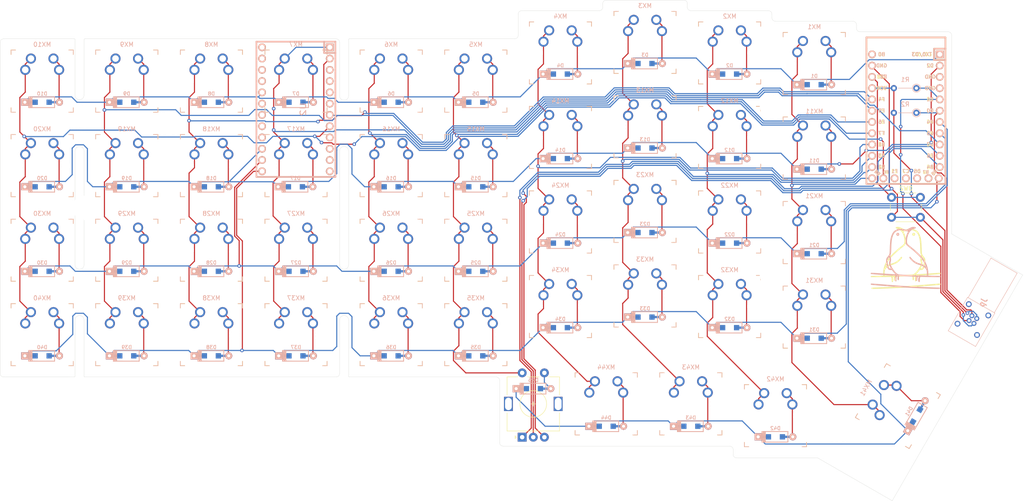
<source format=kicad_pcb>
(kicad_pcb (version 20171130) (host pcbnew "(5.1.9-0-10_14)")
  (layers (0 F.Cu signal) (31 B.Cu signal) (34 B.Paste user) (35 F.Paste user) (36 B.SilkS user) (37 F.SilkS user) (38 B.Mask user) (39 F.Mask user) (44 Edge.Cuts user))
  (net 0 "")
  (net 1 "Net-(D1-Pad2)")
  (net 2 ROW0)
  (net 3 "Net-(D2-Pad2)")
  (net 4 "Net-(D3-Pad2)")
  (net 5 "Net-(D4-Pad2)")
  (net 6 "Net-(D5-Pad2)")
  (net 7 "Net-(D6-Pad2)")
  (net 8 "Net-(D7-Pad2)")
  (net 9 "Net-(D8-Pad2)")
  (net 10 "Net-(D9-Pad2)")
  (net 11 "Net-(D10-Pad2)")
  (net 12 "Net-(D11-Pad2)")
  (net 13 ROW1)
  (net 14 "Net-(D12-Pad2)")
  (net 15 "Net-(D13-Pad2)")
  (net 16 "Net-(D14-Pad2)")
  (net 17 "Net-(D15-Pad2)")
  (net 18 "Net-(D16-Pad2)")
  (net 19 "Net-(D17-Pad2)")
  (net 20 "Net-(D18-Pad2)")
  (net 21 "Net-(D19-Pad2)")
  (net 22 "Net-(D20-Pad2)")
  (net 23 "Net-(D21-Pad2)")
  (net 24 ROW2)
  (net 25 "Net-(D22-Pad2)")
  (net 26 "Net-(D23-Pad2)")
  (net 27 "Net-(D24-Pad2)")
  (net 28 "Net-(D25-Pad2)")
  (net 29 "Net-(D26-Pad2)")
  (net 30 "Net-(D27-Pad2)")
  (net 31 "Net-(D28-Pad2)")
  (net 32 "Net-(D29-Pad2)")
  (net 33 "Net-(D30-Pad2)")
  (net 34 "Net-(D31-Pad2)")
  (net 35 ROW3)
  (net 36 "Net-(D32-Pad2)")
  (net 37 "Net-(D33-Pad2)")
  (net 38 "Net-(D34-Pad2)")
  (net 39 "Net-(D35-Pad2)")
  (net 40 "Net-(D36-Pad2)")
  (net 41 "Net-(D37-Pad2)")
  (net 42 "Net-(D38-Pad2)")
  (net 43 "Net-(D39-Pad2)")
  (net 44 "Net-(D40-Pad2)")
  (net 45 ROW4)
  (net 46 "Net-(D42-Pad2)")
  (net 47 "Net-(D43-Pad2)")
  (net 48 "Net-(D44-Pad2)")
  (net 49 COL0)
  (net 50 COL1)
  (net 51 COL2)
  (net 52 COL3)
  (net 53 COL4)
  (net 54 COL5)
  (net 55 COL6)
  (net 56 COL7)
  (net 57 COL8)
  (net 58 COL9)
  (net 59 VCC)
  (net 60 SDA)
  (net 61 SCL)
  (net 62 GND)
  (net 63 "Net-(SW0-Pad1)")
  (net 64 LEFT)
  (net 65 RIGHT)
  (net 66 "Net-(D41-Pad2)")
  (net 67 ENC1-IN)
  (module footprints:EPG00304NLN (layer B.Cu) (at 257.42275 117.0305 60)
    (fp_text reference Jp (at 5.175 0.635 240) (layer B.SilkS) (effects (font (size 1.27 1.27) (thickness 0.254)) (justify mirror)))
    (fp_text value TRRS_Jack hide)
    (pad MH4 thru_hole circle (at -1.905 3.175 60) (size 1.3 1.3) (drill 0.8) (layers *.Cu *.Mask))
    (pad MH3 thru_hole circle (at 3.175 3.175 60) (size 1.3 1.3) (drill 0.8) (layers *.Cu *.Mask))
    (pad MH2 thru_hole circle (at 3.175 -1.905 60) (size 1.3 1.3) (drill 0.8) (layers *.Cu *.Mask))
    (pad MH1 thru_hole circle (at -1.905 -1.905 60) (size 1.3 1.3) (drill 0.8) (layers *.Cu *.Mask))
    (pad 4 thru_hole circle (at 0 1.27 60) (size 1.1 1.1) (drill 0.6) (layers *.Cu *.Mask) (net 62 GND))
    (pad 3 thru_hole circle (at 1.27 1.27 60) (size 1.1 1.1) (drill 0.6) (layers *.Cu *.Mask) (net 59 VCC))
    (pad 2 thru_hole circle (at 1.27 0 60) (size 1.1 1.1) (drill 0.6) (layers *.Cu *.Mask) (net 61 SCL))
    (pad 1 thru_hole circle (at 0 0 60) (size 1.1 1.1) (drill 0.6) (layers *.Cu *.Mask) (net 60 SDA))
  )
  (module MountingHole:MountingHole_2.1mm (layer F.Cu) (at 57.14375 113.8555)
    (fp_text reference FID10 hide)
    (fp_text value "Break Hole" hide)
    (pad "" np_thru_hole circle (at 0 0) (size 2.1 2.1) (drill 2.1) (layers *.Cu *.Mask))
  )
  (module MountingHole:MountingHole_2.1mm (layer F.Cu) (at 57.14375 107.5055)
    (fp_text reference FID11 hide)
    (fp_text value "Break Hole" hide)
    (pad "" np_thru_hole circle (at 0 0) (size 2.1 2.1) (drill 2.1) (layers *.Cu *.Mask))
  )
  (module MountingHole:MountingHole_2.1mm (layer F.Cu) (at 57.14375 110.64875)
    (fp_text reference FID8 hide)
    (fp_text value "Break Hole" hide)
    (pad "" np_thru_hole circle (at 0 0) (size 2.1 2.1) (drill 2.1) (layers *.Cu *.Mask))
  )
  (module MountingHole:MountingHole_2.1mm (layer F.Cu) (at 57.14375 75.7555)
    (fp_text reference FID13 hide)
    (fp_text value "Break Hole" hide)
    (pad "" np_thru_hole circle (at 0 0) (size 2.1 2.1) (drill 2.1) (layers *.Cu *.Mask))
  )
  (module MountingHole:MountingHole_2.1mm (layer F.Cu) (at 57.14375 72.54875)
    (fp_text reference FID12 hide)
    (fp_text value "Break Hole" hide)
    (pad "" np_thru_hole circle (at 0 0) (size 2.1 2.1) (drill 2.1) (layers *.Cu *.Mask))
  )
  (module MountingHole:MountingHole_2.1mm (layer F.Cu) (at 57.14375 69.2785)
    (fp_text reference FID14 hide)
    (fp_text value "Break Hole" hide)
    (pad "" np_thru_hole circle (at 0 0) (size 2.1 2.1) (drill 2.1) (layers *.Cu *.Mask))
  )
  (module MountingHole:MountingHole_2.1mm (layer F.Cu) (at 116.70675 75.7555)
    (fp_text reference FID6 hide)
    (fp_text value "Break Hole" hide)
    (pad "" np_thru_hole circle (at 0 0) (size 2.1 2.1) (drill 2.1) (layers *.Cu *.Mask))
  )
  (module MountingHole:MountingHole_2.1mm (layer F.Cu) (at 116.70675 72.54875)
    (fp_text reference FID5 hide)
    (fp_text value "Break Hole" hide)
    (pad "" np_thru_hole circle (at 0 0) (size 2.1 2.1) (drill 2.1) (layers *.Cu *.Mask))
  )
  (module MountingHole:MountingHole_2.1mm (layer F.Cu) (at 116.70675 69.4055)
    (fp_text reference FID4 hide)
    (fp_text value "Break Hole" hide)
    (pad "" np_thru_hole circle (at 0 0) (size 2.1 2.1) (drill 2.1) (layers *.Cu *.Mask))
  )
  (module MountingHole:MountingHole_2.1mm (layer F.Cu) (at 116.70675 113.8555)
    (fp_text reference FID9 hide)
    (fp_text value "Break Hole" hide)
    (pad "" np_thru_hole circle (at 0 0) (size 2.1 2.1) (drill 2.1) (layers *.Cu *.Mask))
  )
  (module MountingHole:MountingHole_2.1mm (layer F.Cu) (at 116.70675 110.64875)
    (fp_text reference FID15 hide)
    (fp_text value "Break Hole" hide)
    (pad "" np_thru_hole circle (at 0 0) (size 2.1 2.1) (drill 2.1) (layers *.Cu *.Mask))
  )
  (module MountingHole:MountingHole_2.1mm (layer F.Cu) (at 116.70675 107.5055)
    (fp_text reference FID7 hide)
    (fp_text value "Break Hole" hide)
    (pad "" np_thru_hole circle (at 0 0) (size 2.1 2.1) (drill 2.1) (layers *.Cu *.Mask))
  )
  (module footprints:SW_MX_reversible (layer F.Cu) (at 105.88625 101.1555)
    (fp_text reference MX27)
    (fp_text value MX-NoLED)
    (fp_text user %R (at 0 -8.255) (layer B.SilkS) (effects (justify mirror)))
    (pad "" np_thru_hole circle (at -5.08 0) (size 1.7018 1.7018) (drill 1.7018) (layers *.Cu *.Mask))
    (pad "" np_thru_hole circle (at 5.08 0) (size 1.7018 1.7018) (drill 1.7018) (layers *.Cu *.Mask))
    (pad 1 thru_hole circle (at -3.81 -2.54) (size 2.286 2.286) (drill 1.4986) (layers *.Cu *.Mask) (net 55 COL6))
    (pad "" np_thru_hole circle (at 0 0) (size 3.9878 3.9878) (drill 3.9878) (layers *.Cu *.Mask))
    (pad 2 thru_hole circle (at 2.54 -5.08) (size 2.286 2.286) (drill 1.4986) (layers *.Cu *.Mask) (net 30 "Net-(D27-Pad2)"))
    (pad 1 thru_hole circle (at -2.54 -5.08) (size 2.286 2.286) (drill 1.4986) (layers *.Cu *.Mask) (net 55 COL6))
    (pad 2 thru_hole circle (at 3.81 -2.54) (size 2.286 2.286) (drill 1.4986) (layers *.Cu *.Mask) (net 30 "Net-(D27-Pad2)"))
  )
  (module footprints:ARDUINO_PRO_MICRO (layer B.Cu) (at 105.86425 69.4055 270)
    (fp_text reference U2 (at 0 -1.625 90) (layer B.SilkS) (effects (font (size 1.27 1.524) (thickness 0.2032)) (justify mirror)))
    (fp_text value "EGG PRO MICRO" hide)
    (pad 24 thru_hole circle (at -13.97 7.62 270) (size 1.7526 1.7526) (drill 1.0922) (layers *.Cu *.SilkS *.Mask))
    (pad 12 thru_hole circle (at 13.97 -7.62 270) (size 1.7526 1.7526) (drill 1.0922) (layers *.Cu *.SilkS *.Mask))
    (pad 23 thru_hole circle (at -11.43 7.62 270) (size 1.7526 1.7526) (drill 1.0922) (layers *.Cu *.SilkS *.Mask))
    (pad 22 thru_hole circle (at -8.89 7.62 270) (size 1.7526 1.7526) (drill 1.0922) (layers *.Cu *.SilkS *.Mask))
    (pad 21 thru_hole circle (at -6.35 7.62 270) (size 1.7526 1.7526) (drill 1.0922) (layers *.Cu *.SilkS *.Mask))
    (pad 20 thru_hole circle (at -3.81 7.62 270) (size 1.7526 1.7526) (drill 1.0922) (layers *.Cu *.SilkS *.Mask) (net 2 ROW0))
    (pad 19 thru_hole circle (at -1.27 7.62 270) (size 1.7526 1.7526) (drill 1.0922) (layers *.Cu *.SilkS *.Mask))
    (pad 18 thru_hole circle (at 1.27 7.62 270) (size 1.7526 1.7526) (drill 1.0922) (layers *.Cu *.SilkS *.Mask))
    (pad 17 thru_hole circle (at 3.81 7.62 270) (size 1.7526 1.7526) (drill 1.0922) (layers *.Cu *.SilkS *.Mask))
    (pad 16 thru_hole circle (at 6.35 7.62 270) (size 1.7526 1.7526) (drill 1.0922) (layers *.Cu *.SilkS *.Mask))
    (pad 15 thru_hole circle (at 8.89 7.62 270) (size 1.7526 1.7526) (drill 1.0922) (layers *.Cu *.SilkS *.Mask) (net 13 ROW1))
    (pad 14 thru_hole circle (at 11.43 7.62 270) (size 1.7526 1.7526) (drill 1.0922) (layers *.Cu *.SilkS *.Mask) (net 24 ROW2))
    (pad 13 thru_hole circle (at 13.97 7.62 270) (size 1.7526 1.7526) (drill 1.0922) (layers *.Cu *.SilkS *.Mask) (net 35 ROW3))
    (pad 11 thru_hole circle (at 11.43 -7.62 270) (size 1.7526 1.7526) (drill 1.0922) (layers *.Cu *.SilkS *.Mask))
    (pad 10 thru_hole circle (at 8.89 -7.62 270) (size 1.7526 1.7526) (drill 1.0922) (layers *.Cu *.SilkS *.Mask))
    (pad 9 thru_hole circle (at 6.35 -7.62 270) (size 1.7526 1.7526) (drill 1.0922) (layers *.Cu *.SilkS *.Mask))
    (pad 8 thru_hole circle (at 3.81 -7.62 270) (size 1.7526 1.7526) (drill 1.0922) (layers *.Cu *.SilkS *.Mask) (net 58 COL9))
    (pad 7 thru_hole circle (at 1.27 -7.62 270) (size 1.7526 1.7526) (drill 1.0922) (layers *.Cu *.SilkS *.Mask) (net 57 COL8))
    (pad 6 thru_hole circle (at -1.27 -7.62 270) (size 1.7526 1.7526) (drill 1.0922) (layers *.Cu *.SilkS *.Mask))
    (pad 5 thru_hole circle (at -3.81 -7.62 270) (size 1.7526 1.7526) (drill 1.0922) (layers *.Cu *.SilkS *.Mask))
    (pad 4 thru_hole circle (at -6.35 -7.62 270) (size 1.7526 1.7526) (drill 1.0922) (layers *.Cu *.SilkS *.Mask))
    (pad 3 thru_hole circle (at -8.89 -7.62 270) (size 1.7526 1.7526) (drill 1.0922) (layers *.Cu *.SilkS *.Mask))
    (pad 2 thru_hole circle (at -11.43 -7.62 270) (size 1.7526 1.7526) (drill 1.0922) (layers *.Cu *.SilkS *.Mask) (net 56 COL7))
    (pad 1 thru_hole rect (at -13.97 -7.62 270) (size 1.7526 1.7526) (drill 1.0922) (layers *.Cu *.SilkS *.Mask) (net 55 COL6))
  )
  (module MountingHole:MountingHole_5.5mm (layer F.Cu) (at 58.25425 91.6305)
    (fp_text reference H9 hide)
    (fp_text value MountingHole)
    (pad 1 np_thru_hole circle (at 0 0) (size 5.5 5.5) (drill 5.5) (layers *.Cu *.Mask))
  )
  (module MountingHole:MountingHole_5.5mm (layer F.Cu) (at 96.34225 91.6305)
    (fp_text reference H8 hide)
    (fp_text value MountingHole)
    (pad 1 np_thru_hole circle (at 0 0) (size 5.5 5.5) (drill 5.5) (layers *.Cu *.Mask))
  )
  (module footprints:SW_MX_reversible (layer F.Cu) (at 67.78625 120.2055)
    (fp_text reference MX39)
    (fp_text value MX-NoLED)
    (fp_text user %R (at 0 -8.255) (layer B.SilkS) (effects (justify mirror)))
    (pad "" np_thru_hole circle (at -5.08 0) (size 1.7018 1.7018) (drill 1.7018) (layers *.Cu *.Mask))
    (pad "" np_thru_hole circle (at 5.08 0) (size 1.7018 1.7018) (drill 1.7018) (layers *.Cu *.Mask))
    (pad 1 thru_hole circle (at -3.81 -2.54) (size 2.286 2.286) (drill 1.4986) (layers *.Cu *.Mask) (net 57 COL8))
    (pad "" np_thru_hole circle (at 0 0) (size 3.9878 3.9878) (drill 3.9878) (layers *.Cu *.Mask))
    (pad 2 thru_hole circle (at 2.54 -5.08) (size 2.286 2.286) (drill 1.4986) (layers *.Cu *.Mask) (net 43 "Net-(D39-Pad2)"))
    (pad 1 thru_hole circle (at -2.54 -5.08) (size 2.286 2.286) (drill 1.4986) (layers *.Cu *.Mask) (net 57 COL8))
    (pad 2 thru_hole circle (at 3.81 -2.54) (size 2.286 2.286) (drill 1.4986) (layers *.Cu *.Mask) (net 43 "Net-(D39-Pad2)"))
  )
  (module footprints:SW_MX_reversible (layer F.Cu) (at 127.3175 120.2055)
    (fp_text reference MX36)
    (fp_text value MX-NoLED)
    (fp_text user %R (at 0 -8.255) (layer B.SilkS) (effects (justify mirror)))
    (pad "" np_thru_hole circle (at -5.08 0) (size 1.7018 1.7018) (drill 1.7018) (layers *.Cu *.Mask))
    (pad "" np_thru_hole circle (at 5.08 0) (size 1.7018 1.7018) (drill 1.7018) (layers *.Cu *.Mask))
    (pad 1 thru_hole circle (at -3.81 -2.54) (size 2.286 2.286) (drill 1.4986) (layers *.Cu *.Mask) (net 54 COL5))
    (pad "" np_thru_hole circle (at 0 0) (size 3.9878 3.9878) (drill 3.9878) (layers *.Cu *.Mask))
    (pad 2 thru_hole circle (at 2.54 -5.08) (size 2.286 2.286) (drill 1.4986) (layers *.Cu *.Mask) (net 40 "Net-(D36-Pad2)"))
    (pad 1 thru_hole circle (at -2.54 -5.08) (size 2.286 2.286) (drill 1.4986) (layers *.Cu *.Mask) (net 54 COL5))
    (pad 2 thru_hole circle (at 3.81 -2.54) (size 2.286 2.286) (drill 1.4986) (layers *.Cu *.Mask) (net 40 "Net-(D36-Pad2)"))
  )
  (module footprints:wren_logo (layer F.Cu) (at 243.167 102.90175)
    (fp_text reference FID3 hide)
    (fp_text value "Rear Silkscreen" hide)
  )
  (module footprints:wren_logo (layer B.Cu) (at 243.167 102.90175 180)
    (fp_text reference FID2 hide)
    (fp_text value "Front Silkscreen" hide)
  )
  (module footprints:Stabilizer_MX_2u (layer F.Cu) (at 241.389 136.30275 240)
    (fp_text reference FID1 hide)
    (fp_text value "Stabalizer Drill Holes" hide)
    (pad "" np_thru_hole circle (at -11.9 -6.985 240) (size 3.048 3.048) (drill 3.048) (layers *.Cu *.Mask))
    (pad "" np_thru_hole circle (at 11.9 -6.985 240) (size 3.048 3.048) (drill 3.048) (layers *.Cu *.Mask))
    (pad "" np_thru_hole circle (at -11.9 8.255 240) (size 3.9878 3.9878) (drill 3.9878) (layers *.Cu *.Mask))
    (pad "" np_thru_hole circle (at 11.9 8.255 240) (size 3.9878 3.9878) (drill 3.9878) (layers *.Cu *.Mask))
  )
  (module footprints:SW_MX_reversible (layer F.Cu) (at 222.5675 97.18675)
    (fp_text reference MX21)
    (fp_text value MX-NoLED)
    (fp_text user %R (at 0 -8.255) (layer B.SilkS) (effects (justify mirror)))
    (pad "" np_thru_hole circle (at -5.08 0) (size 1.7018 1.7018) (drill 1.7018) (layers *.Cu *.Mask))
    (pad "" np_thru_hole circle (at 5.08 0) (size 1.7018 1.7018) (drill 1.7018) (layers *.Cu *.Mask))
    (pad 1 thru_hole circle (at -3.81 -2.54) (size 2.286 2.286) (drill 1.4986) (layers *.Cu *.Mask) (net 49 COL0))
    (pad "" np_thru_hole circle (at 0 0) (size 3.9878 3.9878) (drill 3.9878) (layers *.Cu *.Mask))
    (pad 2 thru_hole circle (at 2.54 -5.08) (size 2.286 2.286) (drill 1.4986) (layers *.Cu *.Mask) (net 23 "Net-(D21-Pad2)"))
    (pad 1 thru_hole circle (at -2.54 -5.08) (size 2.286 2.286) (drill 1.4986) (layers *.Cu *.Mask) (net 49 COL0))
    (pad 2 thru_hole circle (at 3.81 -2.54) (size 2.286 2.286) (drill 1.4986) (layers *.Cu *.Mask) (net 23 "Net-(D21-Pad2)"))
  )
  (module footprints:SW_MX_reversible (layer F.Cu) (at 241.389 136.30275 60)
    (fp_text reference MX41)
    (fp_text value MX-NoLED)
    (fp_text user %R (at 0 -8.255 60) (layer B.SilkS) (effects (justify mirror)))
    (pad "" np_thru_hole circle (at -5.08 0 60) (size 1.7018 1.7018) (drill 1.7018) (layers *.Cu *.Mask))
    (pad "" np_thru_hole circle (at 5.08 0 60) (size 1.7018 1.7018) (drill 1.7018) (layers *.Cu *.Mask))
    (pad 1 thru_hole circle (at -3.81 -2.54 60) (size 2.286 2.286) (drill 1.4986) (layers *.Cu *.Mask) (net 49 COL0))
    (pad "" np_thru_hole circle (at 0 0 60) (size 3.9878 3.9878) (drill 3.9878) (layers *.Cu *.Mask))
    (pad 2 thru_hole circle (at 2.54 -5.08 60) (size 2.286 2.286) (drill 1.4986) (layers *.Cu *.Mask) (net 66 "Net-(D41-Pad2)"))
    (pad 1 thru_hole circle (at -2.54 -5.08 60) (size 2.286 2.286) (drill 1.4986) (layers *.Cu *.Mask) (net 49 COL0))
    (pad 2 thru_hole circle (at 3.81 -2.54 60) (size 2.286 2.286) (drill 1.4986) (layers *.Cu *.Mask) (net 66 "Net-(D41-Pad2)"))
  )
  (module footprints:SW_MX_reversible (layer F.Cu) (at 48.73625 63.0555)
    (fp_text reference MX10)
    (fp_text value MX-NoLED)
    (fp_text user %R (at 0 -8.255) (layer B.SilkS) (effects (justify mirror)))
    (pad "" np_thru_hole circle (at -5.08 0) (size 1.7018 1.7018) (drill 1.7018) (layers *.Cu *.Mask))
    (pad "" np_thru_hole circle (at 5.08 0) (size 1.7018 1.7018) (drill 1.7018) (layers *.Cu *.Mask))
    (pad 1 thru_hole circle (at -3.81 -2.54) (size 2.286 2.286) (drill 1.4986) (layers *.Cu *.Mask) (net 58 COL9))
    (pad "" np_thru_hole circle (at 0 0) (size 3.9878 3.9878) (drill 3.9878) (layers *.Cu *.Mask))
    (pad 2 thru_hole circle (at 2.54 -5.08) (size 2.286 2.286) (drill 1.4986) (layers *.Cu *.Mask) (net 11 "Net-(D10-Pad2)"))
    (pad 1 thru_hole circle (at -2.54 -5.08) (size 2.286 2.286) (drill 1.4986) (layers *.Cu *.Mask) (net 58 COL9))
    (pad 2 thru_hole circle (at 3.81 -2.54) (size 2.286 2.286) (drill 1.4986) (layers *.Cu *.Mask) (net 11 "Net-(D10-Pad2)"))
  )
  (module footprints:SW_MX_reversible (layer F.Cu) (at 146.3675 82.1055)
    (fp_text reference MX15)
    (fp_text value MX-NoLED)
    (fp_text user %R (at 0 -8.255) (layer B.SilkS) (effects (justify mirror)))
    (pad "" np_thru_hole circle (at -5.08 0) (size 1.7018 1.7018) (drill 1.7018) (layers *.Cu *.Mask))
    (pad "" np_thru_hole circle (at 5.08 0) (size 1.7018 1.7018) (drill 1.7018) (layers *.Cu *.Mask))
    (pad 1 thru_hole circle (at -3.81 -2.54) (size 2.286 2.286) (drill 1.4986) (layers *.Cu *.Mask) (net 53 COL4))
    (pad "" np_thru_hole circle (at 0 0) (size 3.9878 3.9878) (drill 3.9878) (layers *.Cu *.Mask))
    (pad 2 thru_hole circle (at 2.54 -5.08) (size 2.286 2.286) (drill 1.4986) (layers *.Cu *.Mask) (net 17 "Net-(D15-Pad2)"))
    (pad 1 thru_hole circle (at -2.54 -5.08) (size 2.286 2.286) (drill 1.4986) (layers *.Cu *.Mask) (net 53 COL4))
    (pad 2 thru_hole circle (at 3.81 -2.54) (size 2.286 2.286) (drill 1.4986) (layers *.Cu *.Mask) (net 17 "Net-(D15-Pad2)"))
  )
  (module footprints:SW_MX_reversible (layer F.Cu) (at 175.73 135.79475)
    (fp_text reference MX44)
    (fp_text value MX-NoLED)
    (fp_text user %R (at 0 -8.255) (layer B.SilkS) (effects (justify mirror)))
    (pad "" np_thru_hole circle (at -5.08 0) (size 1.7018 1.7018) (drill 1.7018) (layers *.Cu *.Mask))
    (pad "" np_thru_hole circle (at 5.08 0) (size 1.7018 1.7018) (drill 1.7018) (layers *.Cu *.Mask))
    (pad 1 thru_hole circle (at -3.81 -2.54) (size 2.286 2.286) (drill 1.4986) (layers *.Cu *.Mask) (net 52 COL3))
    (pad "" np_thru_hole circle (at 0 0) (size 3.9878 3.9878) (drill 3.9878) (layers *.Cu *.Mask))
    (pad 2 thru_hole circle (at 2.54 -5.08) (size 2.286 2.286) (drill 1.4986) (layers *.Cu *.Mask) (net 48 "Net-(D44-Pad2)"))
    (pad 1 thru_hole circle (at -2.54 -5.08) (size 2.286 2.286) (drill 1.4986) (layers *.Cu *.Mask) (net 52 COL3))
    (pad 2 thru_hole circle (at 3.81 -2.54) (size 2.286 2.286) (drill 1.4986) (layers *.Cu *.Mask) (net 48 "Net-(D44-Pad2)"))
  )
  (module footprints:SW_MX_reversible (layer F.Cu) (at 194.78 135.79475)
    (fp_text reference MX43)
    (fp_text value MX-NoLED)
    (fp_text user %R (at 0 -8.255) (layer B.SilkS) (effects (justify mirror)))
    (pad "" np_thru_hole circle (at -5.08 0) (size 1.7018 1.7018) (drill 1.7018) (layers *.Cu *.Mask))
    (pad "" np_thru_hole circle (at 5.08 0) (size 1.7018 1.7018) (drill 1.7018) (layers *.Cu *.Mask))
    (pad 1 thru_hole circle (at -3.81 -2.54) (size 2.286 2.286) (drill 1.4986) (layers *.Cu *.Mask) (net 51 COL2))
    (pad "" np_thru_hole circle (at 0 0) (size 3.9878 3.9878) (drill 3.9878) (layers *.Cu *.Mask))
    (pad 2 thru_hole circle (at 2.54 -5.08) (size 2.286 2.286) (drill 1.4986) (layers *.Cu *.Mask) (net 47 "Net-(D43-Pad2)"))
    (pad 1 thru_hole circle (at -2.54 -5.08) (size 2.286 2.286) (drill 1.4986) (layers *.Cu *.Mask) (net 51 COL2))
    (pad 2 thru_hole circle (at 3.81 -2.54) (size 2.286 2.286) (drill 1.4986) (layers *.Cu *.Mask) (net 47 "Net-(D43-Pad2)"))
  )
  (module footprints:SW_MX_reversible (layer F.Cu) (at 213.83 138.46175)
    (fp_text reference MX42)
    (fp_text value MX-NoLED)
    (fp_text user %R (at 0 -8.255) (layer B.SilkS) (effects (justify mirror)))
    (pad "" np_thru_hole circle (at -5.08 0) (size 1.7018 1.7018) (drill 1.7018) (layers *.Cu *.Mask))
    (pad "" np_thru_hole circle (at 5.08 0) (size 1.7018 1.7018) (drill 1.7018) (layers *.Cu *.Mask))
    (pad 1 thru_hole circle (at -3.81 -2.54) (size 2.286 2.286) (drill 1.4986) (layers *.Cu *.Mask) (net 50 COL1))
    (pad "" np_thru_hole circle (at 0 0) (size 3.9878 3.9878) (drill 3.9878) (layers *.Cu *.Mask))
    (pad 2 thru_hole circle (at 2.54 -5.08) (size 2.286 2.286) (drill 1.4986) (layers *.Cu *.Mask) (net 46 "Net-(D42-Pad2)"))
    (pad 1 thru_hole circle (at -2.54 -5.08) (size 2.286 2.286) (drill 1.4986) (layers *.Cu *.Mask) (net 50 COL1))
    (pad 2 thru_hole circle (at 3.81 -2.54) (size 2.286 2.286) (drill 1.4986) (layers *.Cu *.Mask) (net 46 "Net-(D42-Pad2)"))
  )
  (module footprints:SW_MX_reversible (layer F.Cu) (at 48.73625 120.2055)
    (fp_text reference MX40)
    (fp_text value MX-NoLED)
    (fp_text user %R (at 0 -8.255) (layer B.SilkS) (effects (justify mirror)))
    (pad "" np_thru_hole circle (at -5.08 0) (size 1.7018 1.7018) (drill 1.7018) (layers *.Cu *.Mask))
    (pad "" np_thru_hole circle (at 5.08 0) (size 1.7018 1.7018) (drill 1.7018) (layers *.Cu *.Mask))
    (pad 1 thru_hole circle (at -3.81 -2.54) (size 2.286 2.286) (drill 1.4986) (layers *.Cu *.Mask) (net 58 COL9))
    (pad "" np_thru_hole circle (at 0 0) (size 3.9878 3.9878) (drill 3.9878) (layers *.Cu *.Mask))
    (pad 2 thru_hole circle (at 2.54 -5.08) (size 2.286 2.286) (drill 1.4986) (layers *.Cu *.Mask) (net 44 "Net-(D40-Pad2)"))
    (pad 1 thru_hole circle (at -2.54 -5.08) (size 2.286 2.286) (drill 1.4986) (layers *.Cu *.Mask) (net 58 COL9))
    (pad 2 thru_hole circle (at 3.81 -2.54) (size 2.286 2.286) (drill 1.4986) (layers *.Cu *.Mask) (net 44 "Net-(D40-Pad2)"))
  )
  (module footprints:SW_MX_reversible (layer F.Cu) (at 86.83625 120.2055)
    (fp_text reference MX38)
    (fp_text value MX-NoLED)
    (fp_text user %R (at 0 -8.255) (layer B.SilkS) (effects (justify mirror)))
    (pad "" np_thru_hole circle (at -5.08 0) (size 1.7018 1.7018) (drill 1.7018) (layers *.Cu *.Mask))
    (pad "" np_thru_hole circle (at 5.08 0) (size 1.7018 1.7018) (drill 1.7018) (layers *.Cu *.Mask))
    (pad 1 thru_hole circle (at -3.81 -2.54) (size 2.286 2.286) (drill 1.4986) (layers *.Cu *.Mask) (net 56 COL7))
    (pad "" np_thru_hole circle (at 0 0) (size 3.9878 3.9878) (drill 3.9878) (layers *.Cu *.Mask))
    (pad 2 thru_hole circle (at 2.54 -5.08) (size 2.286 2.286) (drill 1.4986) (layers *.Cu *.Mask) (net 42 "Net-(D38-Pad2)"))
    (pad 1 thru_hole circle (at -2.54 -5.08) (size 2.286 2.286) (drill 1.4986) (layers *.Cu *.Mask) (net 56 COL7))
    (pad 2 thru_hole circle (at 3.81 -2.54) (size 2.286 2.286) (drill 1.4986) (layers *.Cu *.Mask) (net 42 "Net-(D38-Pad2)"))
  )
  (module footprints:SW_MX_reversible (layer F.Cu) (at 105.88625 120.2055)
    (fp_text reference MX37)
    (fp_text value MX-NoLED)
    (fp_text user %R (at 0 -8.255) (layer B.SilkS) (effects (justify mirror)))
    (pad "" np_thru_hole circle (at -5.08 0) (size 1.7018 1.7018) (drill 1.7018) (layers *.Cu *.Mask))
    (pad "" np_thru_hole circle (at 5.08 0) (size 1.7018 1.7018) (drill 1.7018) (layers *.Cu *.Mask))
    (pad 1 thru_hole circle (at -3.81 -2.54) (size 2.286 2.286) (drill 1.4986) (layers *.Cu *.Mask) (net 55 COL6))
    (pad "" np_thru_hole circle (at 0 0) (size 3.9878 3.9878) (drill 3.9878) (layers *.Cu *.Mask))
    (pad 2 thru_hole circle (at 2.54 -5.08) (size 2.286 2.286) (drill 1.4986) (layers *.Cu *.Mask) (net 41 "Net-(D37-Pad2)"))
    (pad 1 thru_hole circle (at -2.54 -5.08) (size 2.286 2.286) (drill 1.4986) (layers *.Cu *.Mask) (net 55 COL6))
    (pad 2 thru_hole circle (at 3.81 -2.54) (size 2.286 2.286) (drill 1.4986) (layers *.Cu *.Mask) (net 41 "Net-(D37-Pad2)"))
  )
  (module footprints:SW_MX_reversible (layer F.Cu) (at 146.3675 120.2055)
    (fp_text reference MX35)
    (fp_text value MX-NoLED)
    (fp_text user %R (at 0 -8.255) (layer B.SilkS) (effects (justify mirror)))
    (pad "" np_thru_hole circle (at -5.08 0) (size 1.7018 1.7018) (drill 1.7018) (layers *.Cu *.Mask))
    (pad "" np_thru_hole circle (at 5.08 0) (size 1.7018 1.7018) (drill 1.7018) (layers *.Cu *.Mask))
    (pad 1 thru_hole circle (at -3.81 -2.54) (size 2.286 2.286) (drill 1.4986) (layers *.Cu *.Mask) (net 53 COL4))
    (pad "" np_thru_hole circle (at 0 0) (size 3.9878 3.9878) (drill 3.9878) (layers *.Cu *.Mask))
    (pad 2 thru_hole circle (at 2.54 -5.08) (size 2.286 2.286) (drill 1.4986) (layers *.Cu *.Mask) (net 39 "Net-(D35-Pad2)"))
    (pad 1 thru_hole circle (at -2.54 -5.08) (size 2.286 2.286) (drill 1.4986) (layers *.Cu *.Mask) (net 53 COL4))
    (pad 2 thru_hole circle (at 3.81 -2.54) (size 2.286 2.286) (drill 1.4986) (layers *.Cu *.Mask) (net 39 "Net-(D35-Pad2)"))
  )
  (module footprints:SW_MX_reversible (layer F.Cu) (at 165.4175 113.8555)
    (fp_text reference MX34)
    (fp_text value MX-NoLED)
    (fp_text user %R (at 0 -8.255) (layer B.SilkS) (effects (justify mirror)))
    (pad "" np_thru_hole circle (at -5.08 0) (size 1.7018 1.7018) (drill 1.7018) (layers *.Cu *.Mask))
    (pad "" np_thru_hole circle (at 5.08 0) (size 1.7018 1.7018) (drill 1.7018) (layers *.Cu *.Mask))
    (pad 1 thru_hole circle (at -3.81 -2.54) (size 2.286 2.286) (drill 1.4986) (layers *.Cu *.Mask) (net 52 COL3))
    (pad "" np_thru_hole circle (at 0 0) (size 3.9878 3.9878) (drill 3.9878) (layers *.Cu *.Mask))
    (pad 2 thru_hole circle (at 2.54 -5.08) (size 2.286 2.286) (drill 1.4986) (layers *.Cu *.Mask) (net 38 "Net-(D34-Pad2)"))
    (pad 1 thru_hole circle (at -2.54 -5.08) (size 2.286 2.286) (drill 1.4986) (layers *.Cu *.Mask) (net 52 COL3))
    (pad 2 thru_hole circle (at 3.81 -2.54) (size 2.286 2.286) (drill 1.4986) (layers *.Cu *.Mask) (net 38 "Net-(D34-Pad2)"))
  )
  (module footprints:SW_MX_reversible (layer F.Cu) (at 184.4675 111.47425)
    (fp_text reference MX33)
    (fp_text value MX-NoLED)
    (fp_text user %R (at 0 -8.255) (layer B.SilkS) (effects (justify mirror)))
    (pad "" np_thru_hole circle (at -5.08 0) (size 1.7018 1.7018) (drill 1.7018) (layers *.Cu *.Mask))
    (pad "" np_thru_hole circle (at 5.08 0) (size 1.7018 1.7018) (drill 1.7018) (layers *.Cu *.Mask))
    (pad 1 thru_hole circle (at -3.81 -2.54) (size 2.286 2.286) (drill 1.4986) (layers *.Cu *.Mask) (net 51 COL2))
    (pad "" np_thru_hole circle (at 0 0) (size 3.9878 3.9878) (drill 3.9878) (layers *.Cu *.Mask))
    (pad 2 thru_hole circle (at 2.54 -5.08) (size 2.286 2.286) (drill 1.4986) (layers *.Cu *.Mask) (net 37 "Net-(D33-Pad2)"))
    (pad 1 thru_hole circle (at -2.54 -5.08) (size 2.286 2.286) (drill 1.4986) (layers *.Cu *.Mask) (net 51 COL2))
    (pad 2 thru_hole circle (at 3.81 -2.54) (size 2.286 2.286) (drill 1.4986) (layers *.Cu *.Mask) (net 37 "Net-(D33-Pad2)"))
  )
  (module footprints:SW_MX_reversible (layer F.Cu) (at 203.5175 113.8555)
    (fp_text reference MX32)
    (fp_text value MX-NoLED)
    (fp_text user %R (at 0 -8.255) (layer B.SilkS) (effects (justify mirror)))
    (pad "" np_thru_hole circle (at -5.08 0) (size 1.7018 1.7018) (drill 1.7018) (layers *.Cu *.Mask))
    (pad "" np_thru_hole circle (at 5.08 0) (size 1.7018 1.7018) (drill 1.7018) (layers *.Cu *.Mask))
    (pad 1 thru_hole circle (at -3.81 -2.54) (size 2.286 2.286) (drill 1.4986) (layers *.Cu *.Mask) (net 50 COL1))
    (pad "" np_thru_hole circle (at 0 0) (size 3.9878 3.9878) (drill 3.9878) (layers *.Cu *.Mask))
    (pad 2 thru_hole circle (at 2.54 -5.08) (size 2.286 2.286) (drill 1.4986) (layers *.Cu *.Mask) (net 36 "Net-(D32-Pad2)"))
    (pad 1 thru_hole circle (at -2.54 -5.08) (size 2.286 2.286) (drill 1.4986) (layers *.Cu *.Mask) (net 50 COL1))
    (pad 2 thru_hole circle (at 3.81 -2.54) (size 2.286 2.286) (drill 1.4986) (layers *.Cu *.Mask) (net 36 "Net-(D32-Pad2)"))
  )
  (module footprints:SW_MX_reversible (layer F.Cu) (at 222.5675 116.23675)
    (fp_text reference MX31)
    (fp_text value MX-NoLED)
    (fp_text user %R (at 0 -8.255) (layer B.SilkS) (effects (justify mirror)))
    (pad "" np_thru_hole circle (at -5.08 0) (size 1.7018 1.7018) (drill 1.7018) (layers *.Cu *.Mask))
    (pad "" np_thru_hole circle (at 5.08 0) (size 1.7018 1.7018) (drill 1.7018) (layers *.Cu *.Mask))
    (pad 1 thru_hole circle (at -3.81 -2.54) (size 2.286 2.286) (drill 1.4986) (layers *.Cu *.Mask) (net 49 COL0))
    (pad "" np_thru_hole circle (at 0 0) (size 3.9878 3.9878) (drill 3.9878) (layers *.Cu *.Mask))
    (pad 2 thru_hole circle (at 2.54 -5.08) (size 2.286 2.286) (drill 1.4986) (layers *.Cu *.Mask) (net 34 "Net-(D31-Pad2)"))
    (pad 1 thru_hole circle (at -2.54 -5.08) (size 2.286 2.286) (drill 1.4986) (layers *.Cu *.Mask) (net 49 COL0))
    (pad 2 thru_hole circle (at 3.81 -2.54) (size 2.286 2.286) (drill 1.4986) (layers *.Cu *.Mask) (net 34 "Net-(D31-Pad2)"))
  )
  (module footprints:SW_MX_reversible (layer F.Cu) (at 48.73625 101.1555)
    (fp_text reference MX30)
    (fp_text value MX-NoLED)
    (fp_text user %R (at 0 -8.255) (layer B.SilkS) (effects (justify mirror)))
    (pad "" np_thru_hole circle (at -5.08 0) (size 1.7018 1.7018) (drill 1.7018) (layers *.Cu *.Mask))
    (pad "" np_thru_hole circle (at 5.08 0) (size 1.7018 1.7018) (drill 1.7018) (layers *.Cu *.Mask))
    (pad 1 thru_hole circle (at -3.81 -2.54) (size 2.286 2.286) (drill 1.4986) (layers *.Cu *.Mask) (net 58 COL9))
    (pad "" np_thru_hole circle (at 0 0) (size 3.9878 3.9878) (drill 3.9878) (layers *.Cu *.Mask))
    (pad 2 thru_hole circle (at 2.54 -5.08) (size 2.286 2.286) (drill 1.4986) (layers *.Cu *.Mask) (net 33 "Net-(D30-Pad2)"))
    (pad 1 thru_hole circle (at -2.54 -5.08) (size 2.286 2.286) (drill 1.4986) (layers *.Cu *.Mask) (net 58 COL9))
    (pad 2 thru_hole circle (at 3.81 -2.54) (size 2.286 2.286) (drill 1.4986) (layers *.Cu *.Mask) (net 33 "Net-(D30-Pad2)"))
  )
  (module footprints:SW_MX_reversible (layer F.Cu) (at 67.78625 101.1555)
    (fp_text reference MX29)
    (fp_text value MX-NoLED)
    (fp_text user %R (at 0 -8.255) (layer B.SilkS) (effects (justify mirror)))
    (pad "" np_thru_hole circle (at -5.08 0) (size 1.7018 1.7018) (drill 1.7018) (layers *.Cu *.Mask))
    (pad "" np_thru_hole circle (at 5.08 0) (size 1.7018 1.7018) (drill 1.7018) (layers *.Cu *.Mask))
    (pad 1 thru_hole circle (at -3.81 -2.54) (size 2.286 2.286) (drill 1.4986) (layers *.Cu *.Mask) (net 57 COL8))
    (pad "" np_thru_hole circle (at 0 0) (size 3.9878 3.9878) (drill 3.9878) (layers *.Cu *.Mask))
    (pad 2 thru_hole circle (at 2.54 -5.08) (size 2.286 2.286) (drill 1.4986) (layers *.Cu *.Mask) (net 32 "Net-(D29-Pad2)"))
    (pad 1 thru_hole circle (at -2.54 -5.08) (size 2.286 2.286) (drill 1.4986) (layers *.Cu *.Mask) (net 57 COL8))
    (pad 2 thru_hole circle (at 3.81 -2.54) (size 2.286 2.286) (drill 1.4986) (layers *.Cu *.Mask) (net 32 "Net-(D29-Pad2)"))
  )
  (module footprints:SW_MX_reversible (layer F.Cu) (at 86.83625 101.1555)
    (fp_text reference MX28)
    (fp_text value MX-NoLED)
    (fp_text user %R (at 0 -8.255) (layer B.SilkS) (effects (justify mirror)))
    (pad "" np_thru_hole circle (at -5.08 0) (size 1.7018 1.7018) (drill 1.7018) (layers *.Cu *.Mask))
    (pad "" np_thru_hole circle (at 5.08 0) (size 1.7018 1.7018) (drill 1.7018) (layers *.Cu *.Mask))
    (pad 1 thru_hole circle (at -3.81 -2.54) (size 2.286 2.286) (drill 1.4986) (layers *.Cu *.Mask) (net 56 COL7))
    (pad "" np_thru_hole circle (at 0 0) (size 3.9878 3.9878) (drill 3.9878) (layers *.Cu *.Mask))
    (pad 2 thru_hole circle (at 2.54 -5.08) (size 2.286 2.286) (drill 1.4986) (layers *.Cu *.Mask) (net 31 "Net-(D28-Pad2)"))
    (pad 1 thru_hole circle (at -2.54 -5.08) (size 2.286 2.286) (drill 1.4986) (layers *.Cu *.Mask) (net 56 COL7))
    (pad 2 thru_hole circle (at 3.81 -2.54) (size 2.286 2.286) (drill 1.4986) (layers *.Cu *.Mask) (net 31 "Net-(D28-Pad2)"))
  )
  (module footprints:SW_MX_reversible (layer F.Cu) (at 127.3175 101.1555)
    (fp_text reference MX26)
    (fp_text value MX-NoLED)
    (fp_text user %R (at 0 -8.255) (layer B.SilkS) (effects (justify mirror)))
    (pad "" np_thru_hole circle (at -5.08 0) (size 1.7018 1.7018) (drill 1.7018) (layers *.Cu *.Mask))
    (pad "" np_thru_hole circle (at 5.08 0) (size 1.7018 1.7018) (drill 1.7018) (layers *.Cu *.Mask))
    (pad 1 thru_hole circle (at -3.81 -2.54) (size 2.286 2.286) (drill 1.4986) (layers *.Cu *.Mask) (net 54 COL5))
    (pad "" np_thru_hole circle (at 0 0) (size 3.9878 3.9878) (drill 3.9878) (layers *.Cu *.Mask))
    (pad 2 thru_hole circle (at 2.54 -5.08) (size 2.286 2.286) (drill 1.4986) (layers *.Cu *.Mask) (net 29 "Net-(D26-Pad2)"))
    (pad 1 thru_hole circle (at -2.54 -5.08) (size 2.286 2.286) (drill 1.4986) (layers *.Cu *.Mask) (net 54 COL5))
    (pad 2 thru_hole circle (at 3.81 -2.54) (size 2.286 2.286) (drill 1.4986) (layers *.Cu *.Mask) (net 29 "Net-(D26-Pad2)"))
  )
  (module footprints:SW_MX_reversible (layer F.Cu) (at 146.3675 101.1555)
    (fp_text reference MX25)
    (fp_text value MX-NoLED)
    (fp_text user %R (at 0 -8.255) (layer B.SilkS) (effects (justify mirror)))
    (pad "" np_thru_hole circle (at -5.08 0) (size 1.7018 1.7018) (drill 1.7018) (layers *.Cu *.Mask))
    (pad "" np_thru_hole circle (at 5.08 0) (size 1.7018 1.7018) (drill 1.7018) (layers *.Cu *.Mask))
    (pad 1 thru_hole circle (at -3.81 -2.54) (size 2.286 2.286) (drill 1.4986) (layers *.Cu *.Mask) (net 53 COL4))
    (pad "" np_thru_hole circle (at 0 0) (size 3.9878 3.9878) (drill 3.9878) (layers *.Cu *.Mask))
    (pad 2 thru_hole circle (at 2.54 -5.08) (size 2.286 2.286) (drill 1.4986) (layers *.Cu *.Mask) (net 28 "Net-(D25-Pad2)"))
    (pad 1 thru_hole circle (at -2.54 -5.08) (size 2.286 2.286) (drill 1.4986) (layers *.Cu *.Mask) (net 53 COL4))
    (pad 2 thru_hole circle (at 3.81 -2.54) (size 2.286 2.286) (drill 1.4986) (layers *.Cu *.Mask) (net 28 "Net-(D25-Pad2)"))
  )
  (module footprints:SW_MX_reversible (layer F.Cu) (at 165.4175 94.8055)
    (fp_text reference MX24)
    (fp_text value MX-NoLED)
    (fp_text user %R (at 0 -8.255) (layer B.SilkS) (effects (justify mirror)))
    (pad "" np_thru_hole circle (at -5.08 0) (size 1.7018 1.7018) (drill 1.7018) (layers *.Cu *.Mask))
    (pad "" np_thru_hole circle (at 5.08 0) (size 1.7018 1.7018) (drill 1.7018) (layers *.Cu *.Mask))
    (pad 1 thru_hole circle (at -3.81 -2.54) (size 2.286 2.286) (drill 1.4986) (layers *.Cu *.Mask) (net 52 COL3))
    (pad "" np_thru_hole circle (at 0 0) (size 3.9878 3.9878) (drill 3.9878) (layers *.Cu *.Mask))
    (pad 2 thru_hole circle (at 2.54 -5.08) (size 2.286 2.286) (drill 1.4986) (layers *.Cu *.Mask) (net 27 "Net-(D24-Pad2)"))
    (pad 1 thru_hole circle (at -2.54 -5.08) (size 2.286 2.286) (drill 1.4986) (layers *.Cu *.Mask) (net 52 COL3))
    (pad 2 thru_hole circle (at 3.81 -2.54) (size 2.286 2.286) (drill 1.4986) (layers *.Cu *.Mask) (net 27 "Net-(D24-Pad2)"))
  )
  (module footprints:SW_MX_reversible (layer F.Cu) (at 184.4675 92.42425)
    (fp_text reference MX23)
    (fp_text value MX-NoLED)
    (fp_text user %R (at 0 -8.255) (layer B.SilkS) (effects (justify mirror)))
    (pad "" np_thru_hole circle (at -5.08 0) (size 1.7018 1.7018) (drill 1.7018) (layers *.Cu *.Mask))
    (pad "" np_thru_hole circle (at 5.08 0) (size 1.7018 1.7018) (drill 1.7018) (layers *.Cu *.Mask))
    (pad 1 thru_hole circle (at -3.81 -2.54) (size 2.286 2.286) (drill 1.4986) (layers *.Cu *.Mask) (net 51 COL2))
    (pad "" np_thru_hole circle (at 0 0) (size 3.9878 3.9878) (drill 3.9878) (layers *.Cu *.Mask))
    (pad 2 thru_hole circle (at 2.54 -5.08) (size 2.286 2.286) (drill 1.4986) (layers *.Cu *.Mask) (net 26 "Net-(D23-Pad2)"))
    (pad 1 thru_hole circle (at -2.54 -5.08) (size 2.286 2.286) (drill 1.4986) (layers *.Cu *.Mask) (net 51 COL2))
    (pad 2 thru_hole circle (at 3.81 -2.54) (size 2.286 2.286) (drill 1.4986) (layers *.Cu *.Mask) (net 26 "Net-(D23-Pad2)"))
  )
  (module footprints:SW_MX_reversible (layer F.Cu) (at 203.5175 94.8055)
    (fp_text reference MX22)
    (fp_text value MX-NoLED)
    (fp_text user %R (at 0 -8.255) (layer B.SilkS) (effects (justify mirror)))
    (pad "" np_thru_hole circle (at -5.08 0) (size 1.7018 1.7018) (drill 1.7018) (layers *.Cu *.Mask))
    (pad "" np_thru_hole circle (at 5.08 0) (size 1.7018 1.7018) (drill 1.7018) (layers *.Cu *.Mask))
    (pad 1 thru_hole circle (at -3.81 -2.54) (size 2.286 2.286) (drill 1.4986) (layers *.Cu *.Mask) (net 50 COL1))
    (pad "" np_thru_hole circle (at 0 0) (size 3.9878 3.9878) (drill 3.9878) (layers *.Cu *.Mask))
    (pad 2 thru_hole circle (at 2.54 -5.08) (size 2.286 2.286) (drill 1.4986) (layers *.Cu *.Mask) (net 25 "Net-(D22-Pad2)"))
    (pad 1 thru_hole circle (at -2.54 -5.08) (size 2.286 2.286) (drill 1.4986) (layers *.Cu *.Mask) (net 50 COL1))
    (pad 2 thru_hole circle (at 3.81 -2.54) (size 2.286 2.286) (drill 1.4986) (layers *.Cu *.Mask) (net 25 "Net-(D22-Pad2)"))
  )
  (module footprints:SW_MX_reversible (layer F.Cu) (at 48.73625 82.1055)
    (fp_text reference MX20)
    (fp_text value MX-NoLED)
    (fp_text user %R (at 0 -8.255) (layer B.SilkS) (effects (justify mirror)))
    (pad "" np_thru_hole circle (at -5.08 0) (size 1.7018 1.7018) (drill 1.7018) (layers *.Cu *.Mask))
    (pad "" np_thru_hole circle (at 5.08 0) (size 1.7018 1.7018) (drill 1.7018) (layers *.Cu *.Mask))
    (pad 1 thru_hole circle (at -3.81 -2.54) (size 2.286 2.286) (drill 1.4986) (layers *.Cu *.Mask) (net 58 COL9))
    (pad "" np_thru_hole circle (at 0 0) (size 3.9878 3.9878) (drill 3.9878) (layers *.Cu *.Mask))
    (pad 2 thru_hole circle (at 2.54 -5.08) (size 2.286 2.286) (drill 1.4986) (layers *.Cu *.Mask) (net 22 "Net-(D20-Pad2)"))
    (pad 1 thru_hole circle (at -2.54 -5.08) (size 2.286 2.286) (drill 1.4986) (layers *.Cu *.Mask) (net 58 COL9))
    (pad 2 thru_hole circle (at 3.81 -2.54) (size 2.286 2.286) (drill 1.4986) (layers *.Cu *.Mask) (net 22 "Net-(D20-Pad2)"))
  )
  (module footprints:SW_MX_reversible (layer F.Cu) (at 67.78625 82.1055)
    (fp_text reference MX19)
    (fp_text value MX-NoLED)
    (fp_text user %R (at 0 -8.255) (layer B.SilkS) (effects (justify mirror)))
    (pad "" np_thru_hole circle (at -5.08 0) (size 1.7018 1.7018) (drill 1.7018) (layers *.Cu *.Mask))
    (pad "" np_thru_hole circle (at 5.08 0) (size 1.7018 1.7018) (drill 1.7018) (layers *.Cu *.Mask))
    (pad 1 thru_hole circle (at -3.81 -2.54) (size 2.286 2.286) (drill 1.4986) (layers *.Cu *.Mask) (net 57 COL8))
    (pad "" np_thru_hole circle (at 0 0) (size 3.9878 3.9878) (drill 3.9878) (layers *.Cu *.Mask))
    (pad 2 thru_hole circle (at 2.54 -5.08) (size 2.286 2.286) (drill 1.4986) (layers *.Cu *.Mask) (net 21 "Net-(D19-Pad2)"))
    (pad 1 thru_hole circle (at -2.54 -5.08) (size 2.286 2.286) (drill 1.4986) (layers *.Cu *.Mask) (net 57 COL8))
    (pad 2 thru_hole circle (at 3.81 -2.54) (size 2.286 2.286) (drill 1.4986) (layers *.Cu *.Mask) (net 21 "Net-(D19-Pad2)"))
  )
  (module footprints:SW_MX_reversible (layer F.Cu) (at 86.83625 82.1055)
    (fp_text reference MX18)
    (fp_text value MX-NoLED)
    (fp_text user %R (at 0 -8.255) (layer B.SilkS) (effects (justify mirror)))
    (pad "" np_thru_hole circle (at -5.08 0) (size 1.7018 1.7018) (drill 1.7018) (layers *.Cu *.Mask))
    (pad "" np_thru_hole circle (at 5.08 0) (size 1.7018 1.7018) (drill 1.7018) (layers *.Cu *.Mask))
    (pad 1 thru_hole circle (at -3.81 -2.54) (size 2.286 2.286) (drill 1.4986) (layers *.Cu *.Mask) (net 56 COL7))
    (pad "" np_thru_hole circle (at 0 0) (size 3.9878 3.9878) (drill 3.9878) (layers *.Cu *.Mask))
    (pad 2 thru_hole circle (at 2.54 -5.08) (size 2.286 2.286) (drill 1.4986) (layers *.Cu *.Mask) (net 20 "Net-(D18-Pad2)"))
    (pad 1 thru_hole circle (at -2.54 -5.08) (size 2.286 2.286) (drill 1.4986) (layers *.Cu *.Mask) (net 56 COL7))
    (pad 2 thru_hole circle (at 3.81 -2.54) (size 2.286 2.286) (drill 1.4986) (layers *.Cu *.Mask) (net 20 "Net-(D18-Pad2)"))
  )
  (module footprints:SW_MX_reversible (layer F.Cu) (at 105.88625 82.1055)
    (fp_text reference MX17)
    (fp_text value MX-NoLED)
    (fp_text user %R (at 0 -8.255) (layer B.SilkS) (effects (justify mirror)))
    (pad "" np_thru_hole circle (at -5.08 0) (size 1.7018 1.7018) (drill 1.7018) (layers *.Cu *.Mask))
    (pad "" np_thru_hole circle (at 5.08 0) (size 1.7018 1.7018) (drill 1.7018) (layers *.Cu *.Mask))
    (pad 1 thru_hole circle (at -3.81 -2.54) (size 2.286 2.286) (drill 1.4986) (layers *.Cu *.Mask) (net 55 COL6))
    (pad "" np_thru_hole circle (at 0 0) (size 3.9878 3.9878) (drill 3.9878) (layers *.Cu *.Mask))
    (pad 2 thru_hole circle (at 2.54 -5.08) (size 2.286 2.286) (drill 1.4986) (layers *.Cu *.Mask) (net 19 "Net-(D17-Pad2)"))
    (pad 1 thru_hole circle (at -2.54 -5.08) (size 2.286 2.286) (drill 1.4986) (layers *.Cu *.Mask) (net 55 COL6))
    (pad 2 thru_hole circle (at 3.81 -2.54) (size 2.286 2.286) (drill 1.4986) (layers *.Cu *.Mask) (net 19 "Net-(D17-Pad2)"))
  )
  (module footprints:SW_MX_reversible (layer F.Cu) (at 127.3175 82.1055)
    (fp_text reference MX16)
    (fp_text value MX-NoLED)
    (fp_text user %R (at 0 -8.255) (layer B.SilkS) (effects (justify mirror)))
    (pad "" np_thru_hole circle (at -5.08 0) (size 1.7018 1.7018) (drill 1.7018) (layers *.Cu *.Mask))
    (pad "" np_thru_hole circle (at 5.08 0) (size 1.7018 1.7018) (drill 1.7018) (layers *.Cu *.Mask))
    (pad 1 thru_hole circle (at -3.81 -2.54) (size 2.286 2.286) (drill 1.4986) (layers *.Cu *.Mask) (net 54 COL5))
    (pad "" np_thru_hole circle (at 0 0) (size 3.9878 3.9878) (drill 3.9878) (layers *.Cu *.Mask))
    (pad 2 thru_hole circle (at 2.54 -5.08) (size 2.286 2.286) (drill 1.4986) (layers *.Cu *.Mask) (net 18 "Net-(D16-Pad2)"))
    (pad 1 thru_hole circle (at -2.54 -5.08) (size 2.286 2.286) (drill 1.4986) (layers *.Cu *.Mask) (net 54 COL5))
    (pad 2 thru_hole circle (at 3.81 -2.54) (size 2.286 2.286) (drill 1.4986) (layers *.Cu *.Mask) (net 18 "Net-(D16-Pad2)"))
  )
  (module footprints:SW_MX_reversible (layer F.Cu) (at 165.4175 75.7555)
    (fp_text reference MX14)
    (fp_text value MX-NoLED)
    (fp_text user %R (at 0 -8.255) (layer B.SilkS) (effects (justify mirror)))
    (pad "" np_thru_hole circle (at -5.08 0) (size 1.7018 1.7018) (drill 1.7018) (layers *.Cu *.Mask))
    (pad "" np_thru_hole circle (at 5.08 0) (size 1.7018 1.7018) (drill 1.7018) (layers *.Cu *.Mask))
    (pad 1 thru_hole circle (at -3.81 -2.54) (size 2.286 2.286) (drill 1.4986) (layers *.Cu *.Mask) (net 52 COL3))
    (pad "" np_thru_hole circle (at 0 0) (size 3.9878 3.9878) (drill 3.9878) (layers *.Cu *.Mask))
    (pad 2 thru_hole circle (at 2.54 -5.08) (size 2.286 2.286) (drill 1.4986) (layers *.Cu *.Mask) (net 16 "Net-(D14-Pad2)"))
    (pad 1 thru_hole circle (at -2.54 -5.08) (size 2.286 2.286) (drill 1.4986) (layers *.Cu *.Mask) (net 52 COL3))
    (pad 2 thru_hole circle (at 3.81 -2.54) (size 2.286 2.286) (drill 1.4986) (layers *.Cu *.Mask) (net 16 "Net-(D14-Pad2)"))
  )
  (module footprints:SW_MX_reversible (layer F.Cu) (at 184.4675 73.37425)
    (fp_text reference MX13)
    (fp_text value MX-NoLED)
    (fp_text user %R (at 0 -8.255) (layer B.SilkS) (effects (justify mirror)))
    (pad "" np_thru_hole circle (at -5.08 0) (size 1.7018 1.7018) (drill 1.7018) (layers *.Cu *.Mask))
    (pad "" np_thru_hole circle (at 5.08 0) (size 1.7018 1.7018) (drill 1.7018) (layers *.Cu *.Mask))
    (pad 1 thru_hole circle (at -3.81 -2.54) (size 2.286 2.286) (drill 1.4986) (layers *.Cu *.Mask) (net 51 COL2))
    (pad "" np_thru_hole circle (at 0 0) (size 3.9878 3.9878) (drill 3.9878) (layers *.Cu *.Mask))
    (pad 2 thru_hole circle (at 2.54 -5.08) (size 2.286 2.286) (drill 1.4986) (layers *.Cu *.Mask) (net 15 "Net-(D13-Pad2)"))
    (pad 1 thru_hole circle (at -2.54 -5.08) (size 2.286 2.286) (drill 1.4986) (layers *.Cu *.Mask) (net 51 COL2))
    (pad 2 thru_hole circle (at 3.81 -2.54) (size 2.286 2.286) (drill 1.4986) (layers *.Cu *.Mask) (net 15 "Net-(D13-Pad2)"))
  )
  (module footprints:SW_MX_reversible (layer F.Cu) (at 203.5175 75.7555)
    (fp_text reference MX12)
    (fp_text value MX-NoLED)
    (fp_text user %R (at 0 -8.255) (layer B.SilkS) (effects (justify mirror)))
    (pad "" np_thru_hole circle (at -5.08 0) (size 1.7018 1.7018) (drill 1.7018) (layers *.Cu *.Mask))
    (pad "" np_thru_hole circle (at 5.08 0) (size 1.7018 1.7018) (drill 1.7018) (layers *.Cu *.Mask))
    (pad 1 thru_hole circle (at -3.81 -2.54) (size 2.286 2.286) (drill 1.4986) (layers *.Cu *.Mask) (net 50 COL1))
    (pad "" np_thru_hole circle (at 0 0) (size 3.9878 3.9878) (drill 3.9878) (layers *.Cu *.Mask))
    (pad 2 thru_hole circle (at 2.54 -5.08) (size 2.286 2.286) (drill 1.4986) (layers *.Cu *.Mask) (net 14 "Net-(D12-Pad2)"))
    (pad 1 thru_hole circle (at -2.54 -5.08) (size 2.286 2.286) (drill 1.4986) (layers *.Cu *.Mask) (net 50 COL1))
    (pad 2 thru_hole circle (at 3.81 -2.54) (size 2.286 2.286) (drill 1.4986) (layers *.Cu *.Mask) (net 14 "Net-(D12-Pad2)"))
  )
  (module footprints:SW_MX_reversible (layer F.Cu) (at 222.5675 78.13675)
    (fp_text reference MX11)
    (fp_text value MX-NoLED)
    (fp_text user %R (at 0 -8.255) (layer B.SilkS) (effects (justify mirror)))
    (pad "" np_thru_hole circle (at -5.08 0) (size 1.7018 1.7018) (drill 1.7018) (layers *.Cu *.Mask))
    (pad "" np_thru_hole circle (at 5.08 0) (size 1.7018 1.7018) (drill 1.7018) (layers *.Cu *.Mask))
    (pad 1 thru_hole circle (at -3.81 -2.54) (size 2.286 2.286) (drill 1.4986) (layers *.Cu *.Mask) (net 49 COL0))
    (pad "" np_thru_hole circle (at 0 0) (size 3.9878 3.9878) (drill 3.9878) (layers *.Cu *.Mask))
    (pad 2 thru_hole circle (at 2.54 -5.08) (size 2.286 2.286) (drill 1.4986) (layers *.Cu *.Mask) (net 12 "Net-(D11-Pad2)"))
    (pad 1 thru_hole circle (at -2.54 -5.08) (size 2.286 2.286) (drill 1.4986) (layers *.Cu *.Mask) (net 49 COL0))
    (pad 2 thru_hole circle (at 3.81 -2.54) (size 2.286 2.286) (drill 1.4986) (layers *.Cu *.Mask) (net 12 "Net-(D11-Pad2)"))
  )
  (module footprints:SW_MX_reversible (layer F.Cu) (at 67.78625 63.0555)
    (fp_text reference MX9)
    (fp_text value MX-NoLED)
    (fp_text user %R (at 0 -8.255) (layer B.SilkS) (effects (justify mirror)))
    (pad "" np_thru_hole circle (at -5.08 0) (size 1.7018 1.7018) (drill 1.7018) (layers *.Cu *.Mask))
    (pad "" np_thru_hole circle (at 5.08 0) (size 1.7018 1.7018) (drill 1.7018) (layers *.Cu *.Mask))
    (pad 1 thru_hole circle (at -3.81 -2.54) (size 2.286 2.286) (drill 1.4986) (layers *.Cu *.Mask) (net 57 COL8))
    (pad "" np_thru_hole circle (at 0 0) (size 3.9878 3.9878) (drill 3.9878) (layers *.Cu *.Mask))
    (pad 2 thru_hole circle (at 2.54 -5.08) (size 2.286 2.286) (drill 1.4986) (layers *.Cu *.Mask) (net 10 "Net-(D9-Pad2)"))
    (pad 1 thru_hole circle (at -2.54 -5.08) (size 2.286 2.286) (drill 1.4986) (layers *.Cu *.Mask) (net 57 COL8))
    (pad 2 thru_hole circle (at 3.81 -2.54) (size 2.286 2.286) (drill 1.4986) (layers *.Cu *.Mask) (net 10 "Net-(D9-Pad2)"))
  )
  (module footprints:SW_MX_reversible (layer F.Cu) (at 86.83625 63.0555)
    (fp_text reference MX8)
    (fp_text value MX-NoLED)
    (fp_text user %R (at 0 -8.255) (layer B.SilkS) (effects (justify mirror)))
    (pad "" np_thru_hole circle (at -5.08 0) (size 1.7018 1.7018) (drill 1.7018) (layers *.Cu *.Mask))
    (pad "" np_thru_hole circle (at 5.08 0) (size 1.7018 1.7018) (drill 1.7018) (layers *.Cu *.Mask))
    (pad 1 thru_hole circle (at -3.81 -2.54) (size 2.286 2.286) (drill 1.4986) (layers *.Cu *.Mask) (net 56 COL7))
    (pad "" np_thru_hole circle (at 0 0) (size 3.9878 3.9878) (drill 3.9878) (layers *.Cu *.Mask))
    (pad 2 thru_hole circle (at 2.54 -5.08) (size 2.286 2.286) (drill 1.4986) (layers *.Cu *.Mask) (net 9 "Net-(D8-Pad2)"))
    (pad 1 thru_hole circle (at -2.54 -5.08) (size 2.286 2.286) (drill 1.4986) (layers *.Cu *.Mask) (net 56 COL7))
    (pad 2 thru_hole circle (at 3.81 -2.54) (size 2.286 2.286) (drill 1.4986) (layers *.Cu *.Mask) (net 9 "Net-(D8-Pad2)"))
  )
  (module footprints:SW_MX_reversible (layer F.Cu) (at 105.88625 63.0555)
    (fp_text reference MX7)
    (fp_text value MX-NoLED)
    (fp_text user %R (at 0 -8.255) (layer B.SilkS) (effects (justify mirror)))
    (pad "" np_thru_hole circle (at -5.08 0) (size 1.7018 1.7018) (drill 1.7018) (layers *.Cu *.Mask))
    (pad "" np_thru_hole circle (at 5.08 0) (size 1.7018 1.7018) (drill 1.7018) (layers *.Cu *.Mask))
    (pad 1 thru_hole circle (at -3.81 -2.54) (size 2.286 2.286) (drill 1.4986) (layers *.Cu *.Mask) (net 55 COL6))
    (pad "" np_thru_hole circle (at 0 0) (size 3.9878 3.9878) (drill 3.9878) (layers *.Cu *.Mask))
    (pad 2 thru_hole circle (at 2.54 -5.08) (size 2.286 2.286) (drill 1.4986) (layers *.Cu *.Mask) (net 8 "Net-(D7-Pad2)"))
    (pad 1 thru_hole circle (at -2.54 -5.08) (size 2.286 2.286) (drill 1.4986) (layers *.Cu *.Mask) (net 55 COL6))
    (pad 2 thru_hole circle (at 3.81 -2.54) (size 2.286 2.286) (drill 1.4986) (layers *.Cu *.Mask) (net 8 "Net-(D7-Pad2)"))
  )
  (module footprints:SW_MX_reversible (layer F.Cu) (at 127.3175 63.0555)
    (fp_text reference MX6)
    (fp_text value MX-NoLED)
    (fp_text user %R (at 0 -8.255) (layer B.SilkS) (effects (justify mirror)))
    (pad "" np_thru_hole circle (at -5.08 0) (size 1.7018 1.7018) (drill 1.7018) (layers *.Cu *.Mask))
    (pad "" np_thru_hole circle (at 5.08 0) (size 1.7018 1.7018) (drill 1.7018) (layers *.Cu *.Mask))
    (pad 1 thru_hole circle (at -3.81 -2.54) (size 2.286 2.286) (drill 1.4986) (layers *.Cu *.Mask) (net 54 COL5))
    (pad "" np_thru_hole circle (at 0 0) (size 3.9878 3.9878) (drill 3.9878) (layers *.Cu *.Mask))
    (pad 2 thru_hole circle (at 2.54 -5.08) (size 2.286 2.286) (drill 1.4986) (layers *.Cu *.Mask) (net 7 "Net-(D6-Pad2)"))
    (pad 1 thru_hole circle (at -2.54 -5.08) (size 2.286 2.286) (drill 1.4986) (layers *.Cu *.Mask) (net 54 COL5))
    (pad 2 thru_hole circle (at 3.81 -2.54) (size 2.286 2.286) (drill 1.4986) (layers *.Cu *.Mask) (net 7 "Net-(D6-Pad2)"))
  )
  (module footprints:SW_MX_reversible (layer F.Cu) (at 146.3675 63.0555)
    (fp_text reference MX5)
    (fp_text value MX-NoLED)
    (fp_text user %R (at 0 -8.255) (layer B.SilkS) (effects (justify mirror)))
    (pad "" np_thru_hole circle (at -5.08 0) (size 1.7018 1.7018) (drill 1.7018) (layers *.Cu *.Mask))
    (pad "" np_thru_hole circle (at 5.08 0) (size 1.7018 1.7018) (drill 1.7018) (layers *.Cu *.Mask))
    (pad 1 thru_hole circle (at -3.81 -2.54) (size 2.286 2.286) (drill 1.4986) (layers *.Cu *.Mask) (net 53 COL4))
    (pad "" np_thru_hole circle (at 0 0) (size 3.9878 3.9878) (drill 3.9878) (layers *.Cu *.Mask))
    (pad 2 thru_hole circle (at 2.54 -5.08) (size 2.286 2.286) (drill 1.4986) (layers *.Cu *.Mask) (net 6 "Net-(D5-Pad2)"))
    (pad 1 thru_hole circle (at -2.54 -5.08) (size 2.286 2.286) (drill 1.4986) (layers *.Cu *.Mask) (net 53 COL4))
    (pad 2 thru_hole circle (at 3.81 -2.54) (size 2.286 2.286) (drill 1.4986) (layers *.Cu *.Mask) (net 6 "Net-(D5-Pad2)"))
  )
  (module footprints:SW_MX_reversible (layer F.Cu) (at 165.4175 56.7055)
    (fp_text reference MX4)
    (fp_text value MX-NoLED)
    (fp_text user %R (at 0 -8.255) (layer B.SilkS) (effects (justify mirror)))
    (pad "" np_thru_hole circle (at -5.08 0) (size 1.7018 1.7018) (drill 1.7018) (layers *.Cu *.Mask))
    (pad "" np_thru_hole circle (at 5.08 0) (size 1.7018 1.7018) (drill 1.7018) (layers *.Cu *.Mask))
    (pad 1 thru_hole circle (at -3.81 -2.54) (size 2.286 2.286) (drill 1.4986) (layers *.Cu *.Mask) (net 52 COL3))
    (pad "" np_thru_hole circle (at 0 0) (size 3.9878 3.9878) (drill 3.9878) (layers *.Cu *.Mask))
    (pad 2 thru_hole circle (at 2.54 -5.08) (size 2.286 2.286) (drill 1.4986) (layers *.Cu *.Mask) (net 5 "Net-(D4-Pad2)"))
    (pad 1 thru_hole circle (at -2.54 -5.08) (size 2.286 2.286) (drill 1.4986) (layers *.Cu *.Mask) (net 52 COL3))
    (pad 2 thru_hole circle (at 3.81 -2.54) (size 2.286 2.286) (drill 1.4986) (layers *.Cu *.Mask) (net 5 "Net-(D4-Pad2)"))
  )
  (module footprints:SW_MX_reversible (layer F.Cu) (at 184.4675 54.32425)
    (fp_text reference MX3)
    (fp_text value MX-NoLED)
    (fp_text user %R (at 0 -8.255) (layer B.SilkS) (effects (justify mirror)))
    (pad "" np_thru_hole circle (at -5.08 0) (size 1.7018 1.7018) (drill 1.7018) (layers *.Cu *.Mask))
    (pad "" np_thru_hole circle (at 5.08 0) (size 1.7018 1.7018) (drill 1.7018) (layers *.Cu *.Mask))
    (pad 1 thru_hole circle (at -3.81 -2.54) (size 2.286 2.286) (drill 1.4986) (layers *.Cu *.Mask) (net 51 COL2))
    (pad "" np_thru_hole circle (at 0 0) (size 3.9878 3.9878) (drill 3.9878) (layers *.Cu *.Mask))
    (pad 2 thru_hole circle (at 2.54 -5.08) (size 2.286 2.286) (drill 1.4986) (layers *.Cu *.Mask) (net 4 "Net-(D3-Pad2)"))
    (pad 1 thru_hole circle (at -2.54 -5.08) (size 2.286 2.286) (drill 1.4986) (layers *.Cu *.Mask) (net 51 COL2))
    (pad 2 thru_hole circle (at 3.81 -2.54) (size 2.286 2.286) (drill 1.4986) (layers *.Cu *.Mask) (net 4 "Net-(D3-Pad2)"))
  )
  (module footprints:SW_MX_reversible (layer F.Cu) (at 203.5175 56.7055)
    (fp_text reference MX2)
    (fp_text value MX-NoLED)
    (fp_text user %R (at 0 -8.255) (layer B.SilkS) (effects (justify mirror)))
    (pad "" np_thru_hole circle (at -5.08 0) (size 1.7018 1.7018) (drill 1.7018) (layers *.Cu *.Mask))
    (pad "" np_thru_hole circle (at 5.08 0) (size 1.7018 1.7018) (drill 1.7018) (layers *.Cu *.Mask))
    (pad 1 thru_hole circle (at -3.81 -2.54) (size 2.286 2.286) (drill 1.4986) (layers *.Cu *.Mask) (net 50 COL1))
    (pad "" np_thru_hole circle (at 0 0) (size 3.9878 3.9878) (drill 3.9878) (layers *.Cu *.Mask))
    (pad 2 thru_hole circle (at 2.54 -5.08) (size 2.286 2.286) (drill 1.4986) (layers *.Cu *.Mask) (net 3 "Net-(D2-Pad2)"))
    (pad 1 thru_hole circle (at -2.54 -5.08) (size 2.286 2.286) (drill 1.4986) (layers *.Cu *.Mask) (net 50 COL1))
    (pad 2 thru_hole circle (at 3.81 -2.54) (size 2.286 2.286) (drill 1.4986) (layers *.Cu *.Mask) (net 3 "Net-(D2-Pad2)"))
  )
  (module footprints:SW_MX_reversible (layer F.Cu) (at 222.5675 59.08675)
    (fp_text reference MX1)
    (fp_text value MX-NoLED)
    (fp_text user %R (at 0 -8.255) (layer B.SilkS) (effects (justify mirror)))
    (pad "" np_thru_hole circle (at -5.08 0) (size 1.7018 1.7018) (drill 1.7018) (layers *.Cu *.Mask))
    (pad "" np_thru_hole circle (at 5.08 0) (size 1.7018 1.7018) (drill 1.7018) (layers *.Cu *.Mask))
    (pad 1 thru_hole circle (at -3.81 -2.54) (size 2.286 2.286) (drill 1.4986) (layers *.Cu *.Mask) (net 49 COL0))
    (pad "" np_thru_hole circle (at 0 0) (size 3.9878 3.9878) (drill 3.9878) (layers *.Cu *.Mask))
    (pad 2 thru_hole circle (at 2.54 -5.08) (size 2.286 2.286) (drill 1.4986) (layers *.Cu *.Mask) (net 1 "Net-(D1-Pad2)"))
    (pad 1 thru_hole circle (at -2.54 -5.08) (size 2.286 2.286) (drill 1.4986) (layers *.Cu *.Mask) (net 49 COL0))
    (pad 2 thru_hole circle (at 3.81 -2.54) (size 2.286 2.286) (drill 1.4986) (layers *.Cu *.Mask) (net 1 "Net-(D1-Pad2)"))
  )
  (module footprints:Elite-C (layer B.Cu) (at 243.205 70.993 270)
    (fp_text reference U1 hide)
    (fp_text value Elite-C hide)
    (fp_text user D5 (at 12.4 -2.54 180) (layer F.SilkS) (effects (font (size 0.8 0.8))))
    (fp_text user D5 (at 12.4 -2.54 180) (layer B.SilkS) (effects (font (size 0.8 0.8)) (justify mirror)))
    (fp_text user F1 (at 12.4 2.54 180) (layer B.SilkS) (effects (font (size 0.8 0.8)) (justify mirror)))
    (fp_text user F1 (at 12.4 2.54 180) (layer F.SilkS) (effects (font (size 0.8 0.8))))
    (fp_text user C7 (at 12.4 0 180) (layer F.SilkS) (effects (font (size 0.8 0.8))))
    (fp_text user C7 (at 12.4 0 180) (layer B.SilkS) (effects (font (size 0.8 0.8)) (justify mirror)))
    (fp_text user B6 (at 12.7 6.4 135 unlocked) (layer F.SilkS) (effects (font (size 0.7 0.7))))
    (fp_text user B6 (at 12.7 6.4 135 unlocked) (layer B.SilkS) (effects (font (size 0.7 0.7)) (justify mirror)))
    (fp_text user F0 (at 12.6 4.5 180) (layer B.SilkS) (effects (font (size 0.7 0.7)) (justify mirror)))
    (fp_text user F0 (at 12.6 4.5 180) (layer F.SilkS) (effects (font (size 0.7 0.7))))
    (fp_text user B7 (at 12.6 -4.5 180) (layer F.SilkS) (effects (font (size 0.7 0.7))))
    (fp_text user B7 (at 12.6 -4.5 180) (layer B.SilkS) (effects (font (size 0.7 0.7)) (justify mirror)))
    (fp_text user ST (at -8.91 5.04 180) (layer F.SilkS) (effects (font (size 0.8 0.8))))
    (fp_text user TX0/D3 (at -13.97 -3.571872 180) (layer B.SilkS) (effects (font (size 0.8 0.8)) (justify mirror)))
    (fp_text user TX0/D3 (at -13.97 -3.571872 180) (layer F.SilkS) (effects (font (size 0.8 0.8))))
    (fp_text user D2 (at -11.43 -5.461 180) (layer B.SilkS) (effects (font (size 0.8 0.8)) (justify mirror)))
    (fp_text user D0 (at -1.27 -5.461 180) (layer B.SilkS) (effects (font (size 0.8 0.8)) (justify mirror)))
    (fp_text user D1 (at -3.81 -5.461 180) (layer B.SilkS) (effects (font (size 0.8 0.8)) (justify mirror)))
    (fp_text user GND (at -6.35 -5.461 180) (layer B.SilkS) (effects (font (size 0.8 0.8)) (justify mirror)))
    (fp_text user GND (at -8.89 -5.461 180) (layer B.SilkS) (effects (font (size 0.8 0.8)) (justify mirror)))
    (fp_text user D4 (at 1.27 -5.461 180) (layer B.SilkS) (effects (font (size 0.8 0.8)) (justify mirror)))
    (fp_text user C6 (at 3.81 -5.461 180) (layer B.SilkS) (effects (font (size 0.8 0.8)) (justify mirror)))
    (fp_text user D7 (at 6.35 -5.461 180) (layer B.SilkS) (effects (font (size 0.8 0.8)) (justify mirror)))
    (fp_text user E6 (at 8.89 -5.461 180) (layer B.SilkS) (effects (font (size 0.8 0.8)) (justify mirror)))
    (fp_text user B4 (at 11.43 -5.461 180) (layer B.SilkS) (effects (font (size 0.8 0.8)) (justify mirror)))
    (fp_text user B5 (at 12.7 -6.4 225) (layer B.SilkS) (effects (font (size 0.7 0.7)) (justify mirror)))
    (fp_text user B2 (at 11.43 5.461 180) (layer F.SilkS) (effects (font (size 0.8 0.8))))
    (fp_text user B3 (at 8.89 5.461 180) (layer B.SilkS) (effects (font (size 0.8 0.8)) (justify mirror)))
    (fp_text user B1 (at 6.35 5.461 180) (layer B.SilkS) (effects (font (size 0.8 0.8)) (justify mirror)))
    (fp_text user F7 (at 3.81 5.461 180) (layer F.SilkS) (effects (font (size 0.8 0.8))))
    (fp_text user F6 (at 1.27 5.461 180) (layer F.SilkS) (effects (font (size 0.8 0.8))))
    (fp_text user F5 (at -1.27 5.461 180) (layer F.SilkS) (effects (font (size 0.8 0.8))))
    (fp_text user F4 (at -3.81 5.461 180) (layer B.SilkS) (effects (font (size 0.8 0.8)) (justify mirror)))
    (fp_text user VCC (at -6.35 5.461 180) (layer B.SilkS) (effects (font (size 0.8 0.8)) (justify mirror)))
    (fp_text user ST (at -8.92 5.73312 180) (layer B.SilkS) (effects (font (size 0.8 0.8)) (justify mirror)))
    (fp_text user GND (at -11.43 5.461 180) (layer B.SilkS) (effects (font (size 0.8 0.8)) (justify mirror)))
    (fp_text user B0 (at -13.97 5.461 180) (layer B.SilkS) (effects (font (size 0.8 0.8)) (justify mirror)))
    (fp_text user B0 (at -13.97 5.461 180) (layer F.SilkS) (effects (font (size 0.8 0.8))))
    (fp_text user GND (at -11.43 5.461 180) (layer F.SilkS) (effects (font (size 0.8 0.8))))
    (fp_text user VCC (at -6.35 5.461 180) (layer F.SilkS) (effects (font (size 0.8 0.8))))
    (fp_text user F4 (at -3.81 5.461 180) (layer F.SilkS) (effects (font (size 0.8 0.8))))
    (fp_text user F5 (at -1.27 5.461 180) (layer B.SilkS) (effects (font (size 0.8 0.8)) (justify mirror)))
    (fp_text user F6 (at 1.27 5.461 180) (layer B.SilkS) (effects (font (size 0.8 0.8)) (justify mirror)))
    (fp_text user F7 (at 3.81 5.461 180) (layer B.SilkS) (effects (font (size 0.8 0.8)) (justify mirror)))
    (fp_text user B1 (at 6.35 5.461 180) (layer F.SilkS) (effects (font (size 0.8 0.8))))
    (fp_text user B3 (at 8.89 5.461 180) (layer F.SilkS) (effects (font (size 0.8 0.8))))
    (fp_text user B2 (at 11.43 5.461 180) (layer B.SilkS) (effects (font (size 0.8 0.8)) (justify mirror)))
    (fp_text user B5 (at 12.7 -6.4 225) (layer F.SilkS) (effects (font (size 0.7 0.7))))
    (fp_text user B4 (at 11.43 -5.461 180) (layer F.SilkS) (effects (font (size 0.8 0.8))))
    (fp_text user E6 (at 8.89 -5.461 180) (layer F.SilkS) (effects (font (size 0.8 0.8))))
    (fp_text user D7 (at 6.35 -5.461 180) (layer F.SilkS) (effects (font (size 0.8 0.8))))
    (fp_text user C6 (at 3.81 -5.461 180) (layer F.SilkS) (effects (font (size 0.8 0.8))))
    (fp_text user D4 (at 1.27 -5.461 180) (layer F.SilkS) (effects (font (size 0.8 0.8))))
    (fp_text user GND (at -8.89 -5.461 180) (layer F.SilkS) (effects (font (size 0.8 0.8))))
    (fp_text user GND (at -6.35 -5.461 180) (layer F.SilkS) (effects (font (size 0.8 0.8))))
    (fp_text user D1 (at -3.81 -5.461 180) (layer F.SilkS) (effects (font (size 0.8 0.8))))
    (fp_text user D0 (at -1.27 -5.461 180) (layer F.SilkS) (effects (font (size 0.8 0.8))))
    (fp_text user D2 (at -11.43 -5.461 180) (layer F.SilkS) (effects (font (size 0.8 0.8))))
    (pad 25 thru_hole circle (at 13.97 -5.08 270) (size 1.7526 1.7526) (drill 1.0922) (layers *.Cu *.SilkS *.Mask))
    (pad 26 thru_hole circle (at 13.97 -2.54 270) (size 1.7526 1.7526) (drill 1.0922) (layers *.Cu *.SilkS *.Mask))
    (pad 27 thru_hole circle (at 13.97 0 270) (size 1.7526 1.7526) (drill 1.0922) (layers *.Cu *.SilkS *.Mask))
    (pad 28 thru_hole circle (at 13.97 2.54 270) (size 1.7526 1.7526) (drill 1.0922) (layers *.Cu *.SilkS *.Mask))
    (pad 29 thru_hole circle (at 13.97 5.08 270) (size 1.7526 1.7526) (drill 1.0922) (layers *.Cu *.SilkS *.Mask) (net 58 COL9))
    (pad 24 thru_hole circle (at -13.97 7.62 270) (size 1.7526 1.7526) (drill 1.0922) (layers *.Cu *.SilkS *.Mask))
    (pad 12 thru_hole circle (at 13.97 -7.3914 270) (size 1.7526 1.7526) (drill 1.0922) (layers *.Cu *.SilkS *.Mask) (net 45 ROW4))
    (pad 23 thru_hole circle (at -11.43 7.62 270) (size 1.7526 1.7526) (drill 1.0922) (layers *.Cu *.SilkS *.Mask) (net 62 GND))
    (pad 22 thru_hole circle (at -8.89 7.62 270) (size 1.7526 1.7526) (drill 1.0922) (layers *.Cu *.SilkS *.Mask) (net 63 "Net-(SW0-Pad1)"))
    (pad 21 thru_hole circle (at -6.35 7.62 270) (size 1.7526 1.7526) (drill 1.0922) (layers *.Cu *.SilkS *.Mask) (net 59 VCC))
    (pad 20 thru_hole circle (at -3.81 7.62 270) (size 1.7526 1.7526) (drill 1.0922) (layers *.Cu *.SilkS *.Mask) (net 56 COL7))
    (pad 19 thru_hole circle (at -1.27 7.62 270) (size 1.7526 1.7526) (drill 1.0922) (layers *.Cu *.SilkS *.Mask) (net 55 COL6))
    (pad 18 thru_hole circle (at 1.27 7.62 270) (size 1.7526 1.7526) (drill 1.0922) (layers *.Cu *.SilkS *.Mask) (net 54 COL5))
    (pad 17 thru_hole circle (at 3.81 7.62 270) (size 1.7526 1.7526) (drill 1.0922) (layers *.Cu *.SilkS *.Mask) (net 53 COL4))
    (pad 16 thru_hole circle (at 6.35 7.62 270) (size 1.7526 1.7526) (drill 1.0922) (layers *.Cu *.SilkS *.Mask) (net 52 COL3))
    (pad 15 thru_hole circle (at 8.89 7.62 270) (size 1.7526 1.7526) (drill 1.0922) (layers *.Cu *.SilkS *.Mask) (net 51 COL2))
    (pad 14 thru_hole circle (at 11.43 7.62 270) (size 1.7526 1.7526) (drill 1.0922) (layers *.Cu *.SilkS *.Mask) (net 50 COL1))
    (pad 13 thru_hole circle (at 13.97 7.62 270) (size 1.7526 1.7526) (drill 1.0922) (layers *.Cu *.SilkS *.Mask) (net 49 COL0))
    (pad 11 thru_hole circle (at 11.43 -7.62 270) (size 1.7526 1.7526) (drill 1.0922) (layers *.Cu *.SilkS *.Mask) (net 65 RIGHT))
    (pad 10 thru_hole circle (at 8.89 -7.62 270) (size 1.7526 1.7526) (drill 1.0922) (layers *.Cu *.SilkS *.Mask) (net 64 LEFT))
    (pad 9 thru_hole circle (at 6.35 -7.62 270) (size 1.7526 1.7526) (drill 1.0922) (layers *.Cu *.SilkS *.Mask) (net 57 COL8))
    (pad 8 thru_hole circle (at 3.81 -7.62 270) (size 1.7526 1.7526) (drill 1.0922) (layers *.Cu *.SilkS *.Mask) (net 24 ROW2))
    (pad 7 thru_hole circle (at 1.27 -7.62 270) (size 1.7526 1.7526) (drill 1.0922) (layers *.Cu *.SilkS *.Mask) (net 35 ROW3))
    (pad 6 thru_hole circle (at -1.27 -7.62 270) (size 1.7526 1.7526) (drill 1.0922) (layers *.Cu *.SilkS *.Mask) (net 61 SCL))
    (pad 5 thru_hole circle (at -3.81 -7.62 270) (size 1.7526 1.7526) (drill 1.0922) (layers *.Cu *.SilkS *.Mask) (net 60 SDA))
    (pad 4 thru_hole circle (at -6.35 -7.62 270) (size 1.7526 1.7526) (drill 1.0922) (layers *.Cu *.SilkS *.Mask))
    (pad 3 thru_hole circle (at -8.89 -7.62 270) (size 1.7526 1.7526) (drill 1.0922) (layers *.Cu *.SilkS *.Mask))
    (pad 2 thru_hole circle (at -11.43 -7.62 270) (size 1.7526 1.7526) (drill 1.0922) (layers *.Cu *.SilkS *.Mask) (net 13 ROW1))
    (pad 1 thru_hole rect (at -13.97 -7.62 270) (size 1.7526 1.7526) (drill 1.0922) (layers *.Cu *.SilkS *.Mask) (net 2 ROW0))
  )
  (module footprints:D_SOD123_axial (layer B.Cu) (at 194.78 140.843)
    (fp_text reference D43 (at 0 -1.925) (layer B.SilkS) (effects (font (size 0.8 0.8)) (justify mirror)))
    (fp_text value D_Small hide)
    (pad 2 smd rect (at 2.7 0) (size 2.5 0.5) (layers B.Cu) (net 47 "Net-(D43-Pad2)"))
    (pad 1 smd rect (at -2.7 0) (size 2.5 0.5) (layers B.Cu) (net 45 ROW4))
    (pad 2 thru_hole circle (at 3.9 0) (size 1.6 1.6) (drill 0.7) (layers *.Cu *.Mask B.SilkS) (net 47 "Net-(D43-Pad2)"))
    (pad 1 thru_hole rect (at -3.9 0) (size 1.6 1.6) (drill 0.7) (layers *.Cu *.Mask B.SilkS) (net 45 ROW4))
    (pad 1 smd rect (at -1.575 0) (size 1.2 1.2) (layers B.Cu B.Paste B.Mask) (net 45 ROW4))
    (pad 2 smd rect (at 1.575 0) (size 1.2 1.2) (layers B.Cu B.Paste B.Mask) (net 47 "Net-(D43-Pad2)"))
  )
  (module MountingHole:MountingHole_5.5mm (layer F.Cu) (at 228.1555 132.55625)
    (fp_text reference H7 hide)
    (fp_text value MountingHole)
    (pad 1 np_thru_hole circle (at 0 0) (size 5.5 5.5) (drill 5.5) (layers *.Cu *.Mask))
  )
  (module MountingHole:MountingHole_5.5mm (layer F.Cu) (at 213.0425 106.71175)
    (fp_text reference H6 hide)
    (fp_text value MountingHole)
    (pad 1 np_thru_hole circle (at 0 0) (size 5.5 5.5) (drill 5.5) (layers *.Cu *.Mask))
  )
  (module MountingHole:MountingHole_5.5mm (layer F.Cu) (at 136.8425 110.6805)
    (fp_text reference H5 hide)
    (fp_text value MountingHole)
    (pad 1 np_thru_hole circle (at 0 0) (size 5.5 5.5) (drill 5.5) (layers *.Cu *.Mask))
  )
  (module MountingHole:MountingHole_5.5mm (layer F.Cu) (at 77.305 110.6805)
    (fp_text reference H4 hide)
    (fp_text value MountingHole)
    (pad 1 np_thru_hole circle (at 0 0) (size 5.5 5.5) (drill 5.5) (layers *.Cu *.Mask))
  )
  (module MountingHole:MountingHole_5.5mm (layer F.Cu) (at 213.0425 68.61175)
    (fp_text reference H3 hide)
    (fp_text value MountingHole)
    (pad 1 np_thru_hole circle (at 0 0) (size 5.5 5.5) (drill 5.5) (layers *.Cu *.Mask))
  )
  (module MountingHole:MountingHole_5.5mm (layer F.Cu) (at 136.8425 72.5805)
    (fp_text reference H2 hide)
    (fp_text value MountingHole)
    (pad 1 np_thru_hole circle (at 0 0) (size 5.5 5.5) (drill 5.5) (layers *.Cu *.Mask))
  )
  (module MountingHole:MountingHole_5.5mm (layer F.Cu) (at 77.305 72.5805)
    (fp_text reference H1 hide)
    (fp_text value MountingHole)
    (pad 1 np_thru_hole circle (at 0 0) (size 5.5 5.5) (drill 5.5) (layers *.Cu *.Mask))
  )
  (module Resistor_THT:R_Axial_DIN0204_L3.6mm_D1.6mm_P5.08mm_Vertical (layer B.Cu) (at 245.57 70.19925 180)
    (fp_text reference R2 (at 2.54 1.92) (layer B.SilkS) (effects (justify mirror)))
    (fp_text value 10kOhms)
    (pad 2 thru_hole oval (at 5.08 0 180) (size 1.4 1.4) (drill 0.7) (layers *.Cu *.Mask) (net 59 VCC))
    (pad 1 thru_hole circle (at 0 0 180) (size 1.4 1.4) (drill 0.7) (layers *.Cu *.Mask) (net 61 SCL))
  )
  (module Resistor_THT:R_Axial_DIN0204_L3.6mm_D1.6mm_P5.08mm_Vertical (layer B.Cu) (at 245.57 64.643 180)
    (fp_text reference R1 (at 2.54 1.92) (layer B.SilkS) (effects (justify mirror)))
    (fp_text value 2.2kOhms)
    (pad 2 thru_hole oval (at 5.08 0 180) (size 1.4 1.4) (drill 0.7) (layers *.Cu *.Mask) (net 59 VCC))
    (pad 1 thru_hole circle (at 0 0 180) (size 1.4 1.4) (drill 0.7) (layers *.Cu *.Mask) (net 60 SDA))
  )
  (module footprints:D_SOD123_axial (layer B.Cu) (at 159.347 132.36575)
    (fp_text reference D45 (at 0 -1.925) (layer B.SilkS) (effects (font (size 0.8 0.8)) (justify mirror)))
    (fp_text value D_Small hide)
    (pad 2 smd rect (at 2.7 0) (size 2.5 0.5) (layers B.Cu) (net 67 ENC1-IN))
    (pad 1 smd rect (at -2.7 0) (size 2.5 0.5) (layers B.Cu) (net 45 ROW4))
    (pad 2 thru_hole circle (at 3.9 0) (size 1.6 1.6) (drill 0.7) (layers *.Cu *.Mask B.SilkS) (net 67 ENC1-IN))
    (pad 1 thru_hole rect (at -3.9 0) (size 1.6 1.6) (drill 0.7) (layers *.Cu *.Mask B.SilkS) (net 45 ROW4))
    (pad 1 smd rect (at -1.575 0) (size 1.2 1.2) (layers B.Cu B.Paste B.Mask) (net 45 ROW4))
    (pad 2 smd rect (at 1.575 0) (size 1.2 1.2) (layers B.Cu B.Paste B.Mask) (net 67 ENC1-IN))
  )
  (module footprints:D_SOD123_axial (layer B.Cu) (at 175.73 140.843)
    (fp_text reference D44 (at 0 -1.925) (layer B.SilkS) (effects (font (size 0.8 0.8)) (justify mirror)))
    (fp_text value D_Small hide)
    (pad 2 smd rect (at 2.7 0) (size 2.5 0.5) (layers B.Cu) (net 48 "Net-(D44-Pad2)"))
    (pad 1 smd rect (at -2.7 0) (size 2.5 0.5) (layers B.Cu) (net 45 ROW4))
    (pad 2 thru_hole circle (at 3.9 0) (size 1.6 1.6) (drill 0.7) (layers *.Cu *.Mask B.SilkS) (net 48 "Net-(D44-Pad2)"))
    (pad 1 thru_hole rect (at -3.9 0) (size 1.6 1.6) (drill 0.7) (layers *.Cu *.Mask B.SilkS) (net 45 ROW4))
    (pad 1 smd rect (at -1.575 0) (size 1.2 1.2) (layers B.Cu B.Paste B.Mask) (net 45 ROW4))
    (pad 2 smd rect (at 1.575 0) (size 1.2 1.2) (layers B.Cu B.Paste B.Mask) (net 48 "Net-(D44-Pad2)"))
  )
  (module footprints:D_SOD123_axial (layer B.Cu) (at 213.83 143.22425)
    (fp_text reference D42 (at 0 -1.925) (layer B.SilkS) (effects (font (size 0.8 0.8)) (justify mirror)))
    (fp_text value D_Small hide)
    (pad 2 smd rect (at 2.7 0) (size 2.5 0.5) (layers B.Cu) (net 46 "Net-(D42-Pad2)"))
    (pad 1 smd rect (at -2.7 0) (size 2.5 0.5) (layers B.Cu) (net 45 ROW4))
    (pad 2 thru_hole circle (at 3.9 0) (size 1.6 1.6) (drill 0.7) (layers *.Cu *.Mask B.SilkS) (net 46 "Net-(D42-Pad2)"))
    (pad 1 thru_hole rect (at -3.9 0) (size 1.6 1.6) (drill 0.7) (layers *.Cu *.Mask B.SilkS) (net 45 ROW4))
    (pad 1 smd rect (at -1.575 0) (size 1.2 1.2) (layers B.Cu B.Paste B.Mask) (net 45 ROW4))
    (pad 2 smd rect (at 1.575 0) (size 1.2 1.2) (layers B.Cu B.Paste B.Mask) (net 46 "Net-(D42-Pad2)"))
  )
  (module footprints:D_SOD123_axial (layer B.Cu) (at 245.573 138.46175 60)
    (fp_text reference D41 (at 0 -1.925 240) (layer B.SilkS) (effects (font (size 0.8 0.8)) (justify mirror)))
    (fp_text value D_Small hide)
    (pad 2 smd rect (at 2.7 0 60) (size 2.5 0.5) (layers B.Cu) (net 66 "Net-(D41-Pad2)"))
    (pad 1 smd rect (at -2.7 0 60) (size 2.5 0.5) (layers B.Cu) (net 45 ROW4))
    (pad 2 thru_hole circle (at 3.9 0 60) (size 1.6 1.6) (drill 0.7) (layers *.Cu *.Mask B.SilkS) (net 66 "Net-(D41-Pad2)"))
    (pad 1 thru_hole rect (at -3.9 0 60) (size 1.6 1.6) (drill 0.7) (layers *.Cu *.Mask B.SilkS) (net 45 ROW4))
    (pad 1 smd rect (at -1.575 0 60) (size 1.2 1.2) (layers B.Cu B.Paste B.Mask) (net 45 ROW4))
    (pad 2 smd rect (at 1.575 0 60) (size 1.2 1.2) (layers B.Cu B.Paste B.Mask) (net 66 "Net-(D41-Pad2)"))
  )
  (module footprints:D_SOD123_axial (layer B.Cu) (at 48.73 124.968)
    (fp_text reference D40 (at 0 -1.925) (layer B.SilkS) (effects (font (size 0.8 0.8)) (justify mirror)))
    (fp_text value D_Small hide)
    (pad 2 smd rect (at 2.7 0) (size 2.5 0.5) (layers B.Cu) (net 44 "Net-(D40-Pad2)"))
    (pad 1 smd rect (at -2.7 0) (size 2.5 0.5) (layers B.Cu) (net 35 ROW3))
    (pad 2 thru_hole circle (at 3.9 0) (size 1.6 1.6) (drill 0.7) (layers *.Cu *.Mask B.SilkS) (net 44 "Net-(D40-Pad2)"))
    (pad 1 thru_hole rect (at -3.9 0) (size 1.6 1.6) (drill 0.7) (layers *.Cu *.Mask B.SilkS) (net 35 ROW3))
    (pad 1 smd rect (at -1.575 0) (size 1.2 1.2) (layers B.Cu B.Paste B.Mask) (net 35 ROW3))
    (pad 2 smd rect (at 1.575 0) (size 1.2 1.2) (layers B.Cu B.Paste B.Mask) (net 44 "Net-(D40-Pad2)"))
  )
  (module footprints:D_SOD123_axial (layer B.Cu) (at 67.78 124.968)
    (fp_text reference D39 (at 0 -1.925) (layer B.SilkS) (effects (font (size 0.8 0.8)) (justify mirror)))
    (fp_text value D_Small hide)
    (pad 2 smd rect (at 2.7 0) (size 2.5 0.5) (layers B.Cu) (net 43 "Net-(D39-Pad2)"))
    (pad 1 smd rect (at -2.7 0) (size 2.5 0.5) (layers B.Cu) (net 35 ROW3))
    (pad 2 thru_hole circle (at 3.9 0) (size 1.6 1.6) (drill 0.7) (layers *.Cu *.Mask B.SilkS) (net 43 "Net-(D39-Pad2)"))
    (pad 1 thru_hole rect (at -3.9 0) (size 1.6 1.6) (drill 0.7) (layers *.Cu *.Mask B.SilkS) (net 35 ROW3))
    (pad 1 smd rect (at -1.575 0) (size 1.2 1.2) (layers B.Cu B.Paste B.Mask) (net 35 ROW3))
    (pad 2 smd rect (at 1.575 0) (size 1.2 1.2) (layers B.Cu B.Paste B.Mask) (net 43 "Net-(D39-Pad2)"))
  )
  (module footprints:D_SOD123_axial (layer B.Cu) (at 86.83 124.968)
    (fp_text reference D38 (at 0 -1.925) (layer B.SilkS) (effects (font (size 0.8 0.8)) (justify mirror)))
    (fp_text value D_Small hide)
    (pad 2 smd rect (at 2.7 0) (size 2.5 0.5) (layers B.Cu) (net 42 "Net-(D38-Pad2)"))
    (pad 1 smd rect (at -2.7 0) (size 2.5 0.5) (layers B.Cu) (net 35 ROW3))
    (pad 2 thru_hole circle (at 3.9 0) (size 1.6 1.6) (drill 0.7) (layers *.Cu *.Mask B.SilkS) (net 42 "Net-(D38-Pad2)"))
    (pad 1 thru_hole rect (at -3.9 0) (size 1.6 1.6) (drill 0.7) (layers *.Cu *.Mask B.SilkS) (net 35 ROW3))
    (pad 1 smd rect (at -1.575 0) (size 1.2 1.2) (layers B.Cu B.Paste B.Mask) (net 35 ROW3))
    (pad 2 smd rect (at 1.575 0) (size 1.2 1.2) (layers B.Cu B.Paste B.Mask) (net 42 "Net-(D38-Pad2)"))
  )
  (module footprints:D_SOD123_axial (layer B.Cu) (at 105.88 124.968)
    (fp_text reference D37 (at 0 -1.925) (layer B.SilkS) (effects (font (size 0.8 0.8)) (justify mirror)))
    (fp_text value D_Small hide)
    (pad 2 smd rect (at 2.7 0) (size 2.5 0.5) (layers B.Cu) (net 41 "Net-(D37-Pad2)"))
    (pad 1 smd rect (at -2.7 0) (size 2.5 0.5) (layers B.Cu) (net 35 ROW3))
    (pad 2 thru_hole circle (at 3.9 0) (size 1.6 1.6) (drill 0.7) (layers *.Cu *.Mask B.SilkS) (net 41 "Net-(D37-Pad2)"))
    (pad 1 thru_hole rect (at -3.9 0) (size 1.6 1.6) (drill 0.7) (layers *.Cu *.Mask B.SilkS) (net 35 ROW3))
    (pad 1 smd rect (at -1.575 0) (size 1.2 1.2) (layers B.Cu B.Paste B.Mask) (net 35 ROW3))
    (pad 2 smd rect (at 1.575 0) (size 1.2 1.2) (layers B.Cu B.Paste B.Mask) (net 41 "Net-(D37-Pad2)"))
  )
  (module footprints:D_SOD123_axial (layer B.Cu) (at 127.31125 124.968)
    (fp_text reference D36 (at 0 -1.925) (layer B.SilkS) (effects (font (size 0.8 0.8)) (justify mirror)))
    (fp_text value D_Small hide)
    (pad 2 smd rect (at 2.7 0) (size 2.5 0.5) (layers B.Cu) (net 40 "Net-(D36-Pad2)"))
    (pad 1 smd rect (at -2.7 0) (size 2.5 0.5) (layers B.Cu) (net 35 ROW3))
    (pad 2 thru_hole circle (at 3.9 0) (size 1.6 1.6) (drill 0.7) (layers *.Cu *.Mask B.SilkS) (net 40 "Net-(D36-Pad2)"))
    (pad 1 thru_hole rect (at -3.9 0) (size 1.6 1.6) (drill 0.7) (layers *.Cu *.Mask B.SilkS) (net 35 ROW3))
    (pad 1 smd rect (at -1.575 0) (size 1.2 1.2) (layers B.Cu B.Paste B.Mask) (net 35 ROW3))
    (pad 2 smd rect (at 1.575 0) (size 1.2 1.2) (layers B.Cu B.Paste B.Mask) (net 40 "Net-(D36-Pad2)"))
  )
  (module footprints:D_SOD123_axial (layer B.Cu) (at 146.36125 124.968)
    (fp_text reference D35 (at 0 -1.925) (layer B.SilkS) (effects (font (size 0.8 0.8)) (justify mirror)))
    (fp_text value D_Small hide)
    (pad 2 smd rect (at 2.7 0) (size 2.5 0.5) (layers B.Cu) (net 39 "Net-(D35-Pad2)"))
    (pad 1 smd rect (at -2.7 0) (size 2.5 0.5) (layers B.Cu) (net 35 ROW3))
    (pad 2 thru_hole circle (at 3.9 0) (size 1.6 1.6) (drill 0.7) (layers *.Cu *.Mask B.SilkS) (net 39 "Net-(D35-Pad2)"))
    (pad 1 thru_hole rect (at -3.9 0) (size 1.6 1.6) (drill 0.7) (layers *.Cu *.Mask B.SilkS) (net 35 ROW3))
    (pad 1 smd rect (at -1.575 0) (size 1.2 1.2) (layers B.Cu B.Paste B.Mask) (net 35 ROW3))
    (pad 2 smd rect (at 1.575 0) (size 1.2 1.2) (layers B.Cu B.Paste B.Mask) (net 39 "Net-(D35-Pad2)"))
  )
  (module footprints:D_SOD123_axial (layer B.Cu) (at 165.41125 118.618)
    (fp_text reference D34 (at 0 -1.925) (layer B.SilkS) (effects (font (size 0.8 0.8)) (justify mirror)))
    (fp_text value D_Small hide)
    (pad 2 smd rect (at 2.7 0) (size 2.5 0.5) (layers B.Cu) (net 38 "Net-(D34-Pad2)"))
    (pad 1 smd rect (at -2.7 0) (size 2.5 0.5) (layers B.Cu) (net 35 ROW3))
    (pad 2 thru_hole circle (at 3.9 0) (size 1.6 1.6) (drill 0.7) (layers *.Cu *.Mask B.SilkS) (net 38 "Net-(D34-Pad2)"))
    (pad 1 thru_hole rect (at -3.9 0) (size 1.6 1.6) (drill 0.7) (layers *.Cu *.Mask B.SilkS) (net 35 ROW3))
    (pad 1 smd rect (at -1.575 0) (size 1.2 1.2) (layers B.Cu B.Paste B.Mask) (net 35 ROW3))
    (pad 2 smd rect (at 1.575 0) (size 1.2 1.2) (layers B.Cu B.Paste B.Mask) (net 38 "Net-(D34-Pad2)"))
  )
  (module footprints:D_SOD123_axial (layer B.Cu) (at 184.46125 116.23675)
    (fp_text reference D33 (at 0 -1.925) (layer B.SilkS) (effects (font (size 0.8 0.8)) (justify mirror)))
    (fp_text value D_Small hide)
    (pad 2 smd rect (at 2.7 0) (size 2.5 0.5) (layers B.Cu) (net 37 "Net-(D33-Pad2)"))
    (pad 1 smd rect (at -2.7 0) (size 2.5 0.5) (layers B.Cu) (net 35 ROW3))
    (pad 2 thru_hole circle (at 3.9 0) (size 1.6 1.6) (drill 0.7) (layers *.Cu *.Mask B.SilkS) (net 37 "Net-(D33-Pad2)"))
    (pad 1 thru_hole rect (at -3.9 0) (size 1.6 1.6) (drill 0.7) (layers *.Cu *.Mask B.SilkS) (net 35 ROW3))
    (pad 1 smd rect (at -1.575 0) (size 1.2 1.2) (layers B.Cu B.Paste B.Mask) (net 35 ROW3))
    (pad 2 smd rect (at 1.575 0) (size 1.2 1.2) (layers B.Cu B.Paste B.Mask) (net 37 "Net-(D33-Pad2)"))
  )
  (module footprints:D_SOD123_axial (layer B.Cu) (at 203.51125 118.618)
    (fp_text reference D32 (at 0 -1.925) (layer B.SilkS) (effects (font (size 0.8 0.8)) (justify mirror)))
    (fp_text value D_Small hide)
    (pad 2 smd rect (at 2.7 0) (size 2.5 0.5) (layers B.Cu) (net 36 "Net-(D32-Pad2)"))
    (pad 1 smd rect (at -2.7 0) (size 2.5 0.5) (layers B.Cu) (net 35 ROW3))
    (pad 2 thru_hole circle (at 3.9 0) (size 1.6 1.6) (drill 0.7) (layers *.Cu *.Mask B.SilkS) (net 36 "Net-(D32-Pad2)"))
    (pad 1 thru_hole rect (at -3.9 0) (size 1.6 1.6) (drill 0.7) (layers *.Cu *.Mask B.SilkS) (net 35 ROW3))
    (pad 1 smd rect (at -1.575 0) (size 1.2 1.2) (layers B.Cu B.Paste B.Mask) (net 35 ROW3))
    (pad 2 smd rect (at 1.575 0) (size 1.2 1.2) (layers B.Cu B.Paste B.Mask) (net 36 "Net-(D32-Pad2)"))
  )
  (module footprints:D_SOD123_axial (layer B.Cu) (at 222.56125 120.99925)
    (fp_text reference D31 (at 0 -1.925) (layer B.SilkS) (effects (font (size 0.8 0.8)) (justify mirror)))
    (fp_text value D_Small hide)
    (pad 2 smd rect (at 2.7 0) (size 2.5 0.5) (layers B.Cu) (net 34 "Net-(D31-Pad2)"))
    (pad 1 smd rect (at -2.7 0) (size 2.5 0.5) (layers B.Cu) (net 35 ROW3))
    (pad 2 thru_hole circle (at 3.9 0) (size 1.6 1.6) (drill 0.7) (layers *.Cu *.Mask B.SilkS) (net 34 "Net-(D31-Pad2)"))
    (pad 1 thru_hole rect (at -3.9 0) (size 1.6 1.6) (drill 0.7) (layers *.Cu *.Mask B.SilkS) (net 35 ROW3))
    (pad 1 smd rect (at -1.575 0) (size 1.2 1.2) (layers B.Cu B.Paste B.Mask) (net 35 ROW3))
    (pad 2 smd rect (at 1.575 0) (size 1.2 1.2) (layers B.Cu B.Paste B.Mask) (net 34 "Net-(D31-Pad2)"))
  )
  (module footprints:D_SOD123_axial (layer B.Cu) (at 48.73 105.918)
    (fp_text reference D30 (at 0 -1.925) (layer B.SilkS) (effects (font (size 0.8 0.8)) (justify mirror)))
    (fp_text value D_Small hide)
    (pad 2 smd rect (at 2.7 0) (size 2.5 0.5) (layers B.Cu) (net 33 "Net-(D30-Pad2)"))
    (pad 1 smd rect (at -2.7 0) (size 2.5 0.5) (layers B.Cu) (net 24 ROW2))
    (pad 2 thru_hole circle (at 3.9 0) (size 1.6 1.6) (drill 0.7) (layers *.Cu *.Mask B.SilkS) (net 33 "Net-(D30-Pad2)"))
    (pad 1 thru_hole rect (at -3.9 0) (size 1.6 1.6) (drill 0.7) (layers *.Cu *.Mask B.SilkS) (net 24 ROW2))
    (pad 1 smd rect (at -1.575 0) (size 1.2 1.2) (layers B.Cu B.Paste B.Mask) (net 24 ROW2))
    (pad 2 smd rect (at 1.575 0) (size 1.2 1.2) (layers B.Cu B.Paste B.Mask) (net 33 "Net-(D30-Pad2)"))
  )
  (module footprints:D_SOD123_axial (layer B.Cu) (at 67.78 105.918)
    (fp_text reference D29 (at 0 -1.925) (layer B.SilkS) (effects (font (size 0.8 0.8)) (justify mirror)))
    (fp_text value D_Small hide)
    (pad 2 smd rect (at 2.7 0) (size 2.5 0.5) (layers B.Cu) (net 32 "Net-(D29-Pad2)"))
    (pad 1 smd rect (at -2.7 0) (size 2.5 0.5) (layers B.Cu) (net 24 ROW2))
    (pad 2 thru_hole circle (at 3.9 0) (size 1.6 1.6) (drill 0.7) (layers *.Cu *.Mask B.SilkS) (net 32 "Net-(D29-Pad2)"))
    (pad 1 thru_hole rect (at -3.9 0) (size 1.6 1.6) (drill 0.7) (layers *.Cu *.Mask B.SilkS) (net 24 ROW2))
    (pad 1 smd rect (at -1.575 0) (size 1.2 1.2) (layers B.Cu B.Paste B.Mask) (net 24 ROW2))
    (pad 2 smd rect (at 1.575 0) (size 1.2 1.2) (layers B.Cu B.Paste B.Mask) (net 32 "Net-(D29-Pad2)"))
  )
  (module footprints:D_SOD123_axial (layer B.Cu) (at 86.83 105.918)
    (fp_text reference D28 (at 0 -1.925) (layer B.SilkS) (effects (font (size 0.8 0.8)) (justify mirror)))
    (fp_text value D_Small hide)
    (pad 2 smd rect (at 2.7 0) (size 2.5 0.5) (layers B.Cu) (net 31 "Net-(D28-Pad2)"))
    (pad 1 smd rect (at -2.7 0) (size 2.5 0.5) (layers B.Cu) (net 24 ROW2))
    (pad 2 thru_hole circle (at 3.9 0) (size 1.6 1.6) (drill 0.7) (layers *.Cu *.Mask B.SilkS) (net 31 "Net-(D28-Pad2)"))
    (pad 1 thru_hole rect (at -3.9 0) (size 1.6 1.6) (drill 0.7) (layers *.Cu *.Mask B.SilkS) (net 24 ROW2))
    (pad 1 smd rect (at -1.575 0) (size 1.2 1.2) (layers B.Cu B.Paste B.Mask) (net 24 ROW2))
    (pad 2 smd rect (at 1.575 0) (size 1.2 1.2) (layers B.Cu B.Paste B.Mask) (net 31 "Net-(D28-Pad2)"))
  )
  (module footprints:D_SOD123_axial (layer B.Cu) (at 105.88 105.918)
    (fp_text reference D27 (at 0 -1.925) (layer B.SilkS) (effects (font (size 0.8 0.8)) (justify mirror)))
    (fp_text value D_Small hide)
    (pad 2 smd rect (at 2.7 0) (size 2.5 0.5) (layers B.Cu) (net 30 "Net-(D27-Pad2)"))
    (pad 1 smd rect (at -2.7 0) (size 2.5 0.5) (layers B.Cu) (net 24 ROW2))
    (pad 2 thru_hole circle (at 3.9 0) (size 1.6 1.6) (drill 0.7) (layers *.Cu *.Mask B.SilkS) (net 30 "Net-(D27-Pad2)"))
    (pad 1 thru_hole rect (at -3.9 0) (size 1.6 1.6) (drill 0.7) (layers *.Cu *.Mask B.SilkS) (net 24 ROW2))
    (pad 1 smd rect (at -1.575 0) (size 1.2 1.2) (layers B.Cu B.Paste B.Mask) (net 24 ROW2))
    (pad 2 smd rect (at 1.575 0) (size 1.2 1.2) (layers B.Cu B.Paste B.Mask) (net 30 "Net-(D27-Pad2)"))
  )
  (module footprints:D_SOD123_axial (layer B.Cu) (at 127.31125 105.918)
    (fp_text reference D26 (at 0 -1.925) (layer B.SilkS) (effects (font (size 0.8 0.8)) (justify mirror)))
    (fp_text value D_Small hide)
    (pad 2 smd rect (at 2.7 0) (size 2.5 0.5) (layers B.Cu) (net 29 "Net-(D26-Pad2)"))
    (pad 1 smd rect (at -2.7 0) (size 2.5 0.5) (layers B.Cu) (net 24 ROW2))
    (pad 2 thru_hole circle (at 3.9 0) (size 1.6 1.6) (drill 0.7) (layers *.Cu *.Mask B.SilkS) (net 29 "Net-(D26-Pad2)"))
    (pad 1 thru_hole rect (at -3.9 0) (size 1.6 1.6) (drill 0.7) (layers *.Cu *.Mask B.SilkS) (net 24 ROW2))
    (pad 1 smd rect (at -1.575 0) (size 1.2 1.2) (layers B.Cu B.Paste B.Mask) (net 24 ROW2))
    (pad 2 smd rect (at 1.575 0) (size 1.2 1.2) (layers B.Cu B.Paste B.Mask) (net 29 "Net-(D26-Pad2)"))
  )
  (module footprints:D_SOD123_axial (layer B.Cu) (at 146.36125 105.918)
    (fp_text reference D25 (at 0 -1.925) (layer B.SilkS) (effects (font (size 0.8 0.8)) (justify mirror)))
    (fp_text value D_Small hide)
    (pad 2 smd rect (at 2.7 0) (size 2.5 0.5) (layers B.Cu) (net 28 "Net-(D25-Pad2)"))
    (pad 1 smd rect (at -2.7 0) (size 2.5 0.5) (layers B.Cu) (net 24 ROW2))
    (pad 2 thru_hole circle (at 3.9 0) (size 1.6 1.6) (drill 0.7) (layers *.Cu *.Mask B.SilkS) (net 28 "Net-(D25-Pad2)"))
    (pad 1 thru_hole rect (at -3.9 0) (size 1.6 1.6) (drill 0.7) (layers *.Cu *.Mask B.SilkS) (net 24 ROW2))
    (pad 1 smd rect (at -1.575 0) (size 1.2 1.2) (layers B.Cu B.Paste B.Mask) (net 24 ROW2))
    (pad 2 smd rect (at 1.575 0) (size 1.2 1.2) (layers B.Cu B.Paste B.Mask) (net 28 "Net-(D25-Pad2)"))
  )
  (module footprints:D_SOD123_axial (layer B.Cu) (at 165.41125 99.568)
    (fp_text reference D24 (at 0 -1.925) (layer B.SilkS) (effects (font (size 0.8 0.8)) (justify mirror)))
    (fp_text value D_Small hide)
    (pad 2 smd rect (at 2.7 0) (size 2.5 0.5) (layers B.Cu) (net 27 "Net-(D24-Pad2)"))
    (pad 1 smd rect (at -2.7 0) (size 2.5 0.5) (layers B.Cu) (net 24 ROW2))
    (pad 2 thru_hole circle (at 3.9 0) (size 1.6 1.6) (drill 0.7) (layers *.Cu *.Mask B.SilkS) (net 27 "Net-(D24-Pad2)"))
    (pad 1 thru_hole rect (at -3.9 0) (size 1.6 1.6) (drill 0.7) (layers *.Cu *.Mask B.SilkS) (net 24 ROW2))
    (pad 1 smd rect (at -1.575 0) (size 1.2 1.2) (layers B.Cu B.Paste B.Mask) (net 24 ROW2))
    (pad 2 smd rect (at 1.575 0) (size 1.2 1.2) (layers B.Cu B.Paste B.Mask) (net 27 "Net-(D24-Pad2)"))
  )
  (module footprints:D_SOD123_axial (layer B.Cu) (at 184.46125 97.18675)
    (fp_text reference D23 (at 0 -1.925) (layer B.SilkS) (effects (font (size 0.8 0.8)) (justify mirror)))
    (fp_text value D_Small hide)
    (pad 2 smd rect (at 2.7 0) (size 2.5 0.5) (layers B.Cu) (net 26 "Net-(D23-Pad2)"))
    (pad 1 smd rect (at -2.7 0) (size 2.5 0.5) (layers B.Cu) (net 24 ROW2))
    (pad 2 thru_hole circle (at 3.9 0) (size 1.6 1.6) (drill 0.7) (layers *.Cu *.Mask B.SilkS) (net 26 "Net-(D23-Pad2)"))
    (pad 1 thru_hole rect (at -3.9 0) (size 1.6 1.6) (drill 0.7) (layers *.Cu *.Mask B.SilkS) (net 24 ROW2))
    (pad 1 smd rect (at -1.575 0) (size 1.2 1.2) (layers B.Cu B.Paste B.Mask) (net 24 ROW2))
    (pad 2 smd rect (at 1.575 0) (size 1.2 1.2) (layers B.Cu B.Paste B.Mask) (net 26 "Net-(D23-Pad2)"))
  )
  (module footprints:D_SOD123_axial (layer B.Cu) (at 203.51125 99.568)
    (fp_text reference D22 (at 0 -1.925) (layer B.SilkS) (effects (font (size 0.8 0.8)) (justify mirror)))
    (fp_text value D_Small hide)
    (pad 2 smd rect (at 2.7 0) (size 2.5 0.5) (layers B.Cu) (net 25 "Net-(D22-Pad2)"))
    (pad 1 smd rect (at -2.7 0) (size 2.5 0.5) (layers B.Cu) (net 24 ROW2))
    (pad 2 thru_hole circle (at 3.9 0) (size 1.6 1.6) (drill 0.7) (layers *.Cu *.Mask B.SilkS) (net 25 "Net-(D22-Pad2)"))
    (pad 1 thru_hole rect (at -3.9 0) (size 1.6 1.6) (drill 0.7) (layers *.Cu *.Mask B.SilkS) (net 24 ROW2))
    (pad 1 smd rect (at -1.575 0) (size 1.2 1.2) (layers B.Cu B.Paste B.Mask) (net 24 ROW2))
    (pad 2 smd rect (at 1.575 0) (size 1.2 1.2) (layers B.Cu B.Paste B.Mask) (net 25 "Net-(D22-Pad2)"))
  )
  (module footprints:D_SOD123_axial (layer B.Cu) (at 222.56125 101.94925)
    (fp_text reference D21 (at 0 -1.925) (layer B.SilkS) (effects (font (size 0.8 0.8)) (justify mirror)))
    (fp_text value D_Small hide)
    (pad 2 smd rect (at 2.7 0) (size 2.5 0.5) (layers B.Cu) (net 23 "Net-(D21-Pad2)"))
    (pad 1 smd rect (at -2.7 0) (size 2.5 0.5) (layers B.Cu) (net 24 ROW2))
    (pad 2 thru_hole circle (at 3.9 0) (size 1.6 1.6) (drill 0.7) (layers *.Cu *.Mask B.SilkS) (net 23 "Net-(D21-Pad2)"))
    (pad 1 thru_hole rect (at -3.9 0) (size 1.6 1.6) (drill 0.7) (layers *.Cu *.Mask B.SilkS) (net 24 ROW2))
    (pad 1 smd rect (at -1.575 0) (size 1.2 1.2) (layers B.Cu B.Paste B.Mask) (net 24 ROW2))
    (pad 2 smd rect (at 1.575 0) (size 1.2 1.2) (layers B.Cu B.Paste B.Mask) (net 23 "Net-(D21-Pad2)"))
  )
  (module footprints:D_SOD123_axial (layer B.Cu) (at 48.73 86.868)
    (fp_text reference D20 (at 0 -1.925) (layer B.SilkS) (effects (font (size 0.8 0.8)) (justify mirror)))
    (fp_text value D_Small hide)
    (pad 2 smd rect (at 2.7 0) (size 2.5 0.5) (layers B.Cu) (net 22 "Net-(D20-Pad2)"))
    (pad 1 smd rect (at -2.7 0) (size 2.5 0.5) (layers B.Cu) (net 13 ROW1))
    (pad 2 thru_hole circle (at 3.9 0) (size 1.6 1.6) (drill 0.7) (layers *.Cu *.Mask B.SilkS) (net 22 "Net-(D20-Pad2)"))
    (pad 1 thru_hole rect (at -3.9 0) (size 1.6 1.6) (drill 0.7) (layers *.Cu *.Mask B.SilkS) (net 13 ROW1))
    (pad 1 smd rect (at -1.575 0) (size 1.2 1.2) (layers B.Cu B.Paste B.Mask) (net 13 ROW1))
    (pad 2 smd rect (at 1.575 0) (size 1.2 1.2) (layers B.Cu B.Paste B.Mask) (net 22 "Net-(D20-Pad2)"))
  )
  (module footprints:D_SOD123_axial (layer B.Cu) (at 67.78 86.868)
    (fp_text reference D19 (at 0 -1.925) (layer B.SilkS) (effects (font (size 0.8 0.8)) (justify mirror)))
    (fp_text value D_Small hide)
    (pad 2 smd rect (at 2.7 0) (size 2.5 0.5) (layers B.Cu) (net 21 "Net-(D19-Pad2)"))
    (pad 1 smd rect (at -2.7 0) (size 2.5 0.5) (layers B.Cu) (net 13 ROW1))
    (pad 2 thru_hole circle (at 3.9 0) (size 1.6 1.6) (drill 0.7) (layers *.Cu *.Mask B.SilkS) (net 21 "Net-(D19-Pad2)"))
    (pad 1 thru_hole rect (at -3.9 0) (size 1.6 1.6) (drill 0.7) (layers *.Cu *.Mask B.SilkS) (net 13 ROW1))
    (pad 1 smd rect (at -1.575 0) (size 1.2 1.2) (layers B.Cu B.Paste B.Mask) (net 13 ROW1))
    (pad 2 smd rect (at 1.575 0) (size 1.2 1.2) (layers B.Cu B.Paste B.Mask) (net 21 "Net-(D19-Pad2)"))
  )
  (module footprints:D_SOD123_axial (layer B.Cu) (at 86.83 86.868)
    (fp_text reference D18 (at 0 -1.925) (layer B.SilkS) (effects (font (size 0.8 0.8)) (justify mirror)))
    (fp_text value D_Small hide)
    (pad 2 smd rect (at 2.7 0) (size 2.5 0.5) (layers B.Cu) (net 20 "Net-(D18-Pad2)"))
    (pad 1 smd rect (at -2.7 0) (size 2.5 0.5) (layers B.Cu) (net 13 ROW1))
    (pad 2 thru_hole circle (at 3.9 0) (size 1.6 1.6) (drill 0.7) (layers *.Cu *.Mask B.SilkS) (net 20 "Net-(D18-Pad2)"))
    (pad 1 thru_hole rect (at -3.9 0) (size 1.6 1.6) (drill 0.7) (layers *.Cu *.Mask B.SilkS) (net 13 ROW1))
    (pad 1 smd rect (at -1.575 0) (size 1.2 1.2) (layers B.Cu B.Paste B.Mask) (net 13 ROW1))
    (pad 2 smd rect (at 1.575 0) (size 1.2 1.2) (layers B.Cu B.Paste B.Mask) (net 20 "Net-(D18-Pad2)"))
  )
  (module footprints:D_SOD123_axial (layer B.Cu) (at 105.753 86.868)
    (fp_text reference D17 (at 0 -1.925) (layer B.SilkS) (effects (font (size 0.8 0.8)) (justify mirror)))
    (fp_text value D_Small hide)
    (pad 2 smd rect (at 2.7 0) (size 2.5 0.5) (layers B.Cu) (net 19 "Net-(D17-Pad2)"))
    (pad 1 smd rect (at -2.7 0) (size 2.5 0.5) (layers B.Cu) (net 13 ROW1))
    (pad 2 thru_hole circle (at 3.9 0) (size 1.6 1.6) (drill 0.7) (layers *.Cu *.Mask B.SilkS) (net 19 "Net-(D17-Pad2)"))
    (pad 1 thru_hole rect (at -3.9 0) (size 1.6 1.6) (drill 0.7) (layers *.Cu *.Mask B.SilkS) (net 13 ROW1))
    (pad 1 smd rect (at -1.575 0) (size 1.2 1.2) (layers B.Cu B.Paste B.Mask) (net 13 ROW1))
    (pad 2 smd rect (at 1.575 0) (size 1.2 1.2) (layers B.Cu B.Paste B.Mask) (net 19 "Net-(D17-Pad2)"))
  )
  (module footprints:D_SOD123_axial (layer B.Cu) (at 127.31125 86.868)
    (fp_text reference D16 (at 0 -1.925) (layer B.SilkS) (effects (font (size 0.8 0.8)) (justify mirror)))
    (fp_text value D_Small hide)
    (pad 2 smd rect (at 2.7 0) (size 2.5 0.5) (layers B.Cu) (net 18 "Net-(D16-Pad2)"))
    (pad 1 smd rect (at -2.7 0) (size 2.5 0.5) (layers B.Cu) (net 13 ROW1))
    (pad 2 thru_hole circle (at 3.9 0) (size 1.6 1.6) (drill 0.7) (layers *.Cu *.Mask B.SilkS) (net 18 "Net-(D16-Pad2)"))
    (pad 1 thru_hole rect (at -3.9 0) (size 1.6 1.6) (drill 0.7) (layers *.Cu *.Mask B.SilkS) (net 13 ROW1))
    (pad 1 smd rect (at -1.575 0) (size 1.2 1.2) (layers B.Cu B.Paste B.Mask) (net 13 ROW1))
    (pad 2 smd rect (at 1.575 0) (size 1.2 1.2) (layers B.Cu B.Paste B.Mask) (net 18 "Net-(D16-Pad2)"))
  )
  (module footprints:D_SOD123_axial (layer B.Cu) (at 146.36125 86.868)
    (fp_text reference D15 (at 0 -1.925) (layer B.SilkS) (effects (font (size 0.8 0.8)) (justify mirror)))
    (fp_text value D_Small hide)
    (pad 2 smd rect (at 2.7 0) (size 2.5 0.5) (layers B.Cu) (net 17 "Net-(D15-Pad2)"))
    (pad 1 smd rect (at -2.7 0) (size 2.5 0.5) (layers B.Cu) (net 13 ROW1))
    (pad 2 thru_hole circle (at 3.9 0) (size 1.6 1.6) (drill 0.7) (layers *.Cu *.Mask B.SilkS) (net 17 "Net-(D15-Pad2)"))
    (pad 1 thru_hole rect (at -3.9 0) (size 1.6 1.6) (drill 0.7) (layers *.Cu *.Mask B.SilkS) (net 13 ROW1))
    (pad 1 smd rect (at -1.575 0) (size 1.2 1.2) (layers B.Cu B.Paste B.Mask) (net 13 ROW1))
    (pad 2 smd rect (at 1.575 0) (size 1.2 1.2) (layers B.Cu B.Paste B.Mask) (net 17 "Net-(D15-Pad2)"))
  )
  (module footprints:D_SOD123_axial (layer B.Cu) (at 165.41125 80.518)
    (fp_text reference D14 (at 0 -1.925) (layer B.SilkS) (effects (font (size 0.8 0.8)) (justify mirror)))
    (fp_text value D_Small hide)
    (pad 2 smd rect (at 2.7 0) (size 2.5 0.5) (layers B.Cu) (net 16 "Net-(D14-Pad2)"))
    (pad 1 smd rect (at -2.7 0) (size 2.5 0.5) (layers B.Cu) (net 13 ROW1))
    (pad 2 thru_hole circle (at 3.9 0) (size 1.6 1.6) (drill 0.7) (layers *.Cu *.Mask B.SilkS) (net 16 "Net-(D14-Pad2)"))
    (pad 1 thru_hole rect (at -3.9 0) (size 1.6 1.6) (drill 0.7) (layers *.Cu *.Mask B.SilkS) (net 13 ROW1))
    (pad 1 smd rect (at -1.575 0) (size 1.2 1.2) (layers B.Cu B.Paste B.Mask) (net 13 ROW1))
    (pad 2 smd rect (at 1.575 0) (size 1.2 1.2) (layers B.Cu B.Paste B.Mask) (net 16 "Net-(D14-Pad2)"))
  )
  (module footprints:D_SOD123_axial (layer B.Cu) (at 184.46125 78.13675)
    (fp_text reference D13 (at 0 -1.925) (layer B.SilkS) (effects (font (size 0.8 0.8)) (justify mirror)))
    (fp_text value D_Small hide)
    (pad 2 smd rect (at 2.7 0) (size 2.5 0.5) (layers B.Cu) (net 15 "Net-(D13-Pad2)"))
    (pad 1 smd rect (at -2.7 0) (size 2.5 0.5) (layers B.Cu) (net 13 ROW1))
    (pad 2 thru_hole circle (at 3.9 0) (size 1.6 1.6) (drill 0.7) (layers *.Cu *.Mask B.SilkS) (net 15 "Net-(D13-Pad2)"))
    (pad 1 thru_hole rect (at -3.9 0) (size 1.6 1.6) (drill 0.7) (layers *.Cu *.Mask B.SilkS) (net 13 ROW1))
    (pad 1 smd rect (at -1.575 0) (size 1.2 1.2) (layers B.Cu B.Paste B.Mask) (net 13 ROW1))
    (pad 2 smd rect (at 1.575 0) (size 1.2 1.2) (layers B.Cu B.Paste B.Mask) (net 15 "Net-(D13-Pad2)"))
  )
  (module footprints:D_SOD123_axial (layer B.Cu) (at 203.51125 80.518)
    (fp_text reference D12 (at 0 -1.925) (layer B.SilkS) (effects (font (size 0.8 0.8)) (justify mirror)))
    (fp_text value D_Small hide)
    (pad 2 smd rect (at 2.7 0) (size 2.5 0.5) (layers B.Cu) (net 14 "Net-(D12-Pad2)"))
    (pad 1 smd rect (at -2.7 0) (size 2.5 0.5) (layers B.Cu) (net 13 ROW1))
    (pad 2 thru_hole circle (at 3.9 0) (size 1.6 1.6) (drill 0.7) (layers *.Cu *.Mask B.SilkS) (net 14 "Net-(D12-Pad2)"))
    (pad 1 thru_hole rect (at -3.9 0) (size 1.6 1.6) (drill 0.7) (layers *.Cu *.Mask B.SilkS) (net 13 ROW1))
    (pad 1 smd rect (at -1.575 0) (size 1.2 1.2) (layers B.Cu B.Paste B.Mask) (net 13 ROW1))
    (pad 2 smd rect (at 1.575 0) (size 1.2 1.2) (layers B.Cu B.Paste B.Mask) (net 14 "Net-(D12-Pad2)"))
  )
  (module footprints:D_SOD123_axial (layer B.Cu) (at 222.56125 82.89925)
    (fp_text reference D11 (at 0 -1.925) (layer B.SilkS) (effects (font (size 0.8 0.8)) (justify mirror)))
    (fp_text value D_Small hide)
    (pad 2 smd rect (at 2.7 0) (size 2.5 0.5) (layers B.Cu) (net 12 "Net-(D11-Pad2)"))
    (pad 1 smd rect (at -2.7 0) (size 2.5 0.5) (layers B.Cu) (net 13 ROW1))
    (pad 2 thru_hole circle (at 3.9 0) (size 1.6 1.6) (drill 0.7) (layers *.Cu *.Mask B.SilkS) (net 12 "Net-(D11-Pad2)"))
    (pad 1 thru_hole rect (at -3.9 0) (size 1.6 1.6) (drill 0.7) (layers *.Cu *.Mask B.SilkS) (net 13 ROW1))
    (pad 1 smd rect (at -1.575 0) (size 1.2 1.2) (layers B.Cu B.Paste B.Mask) (net 13 ROW1))
    (pad 2 smd rect (at 1.575 0) (size 1.2 1.2) (layers B.Cu B.Paste B.Mask) (net 12 "Net-(D11-Pad2)"))
  )
  (module footprints:D_SOD123_axial (layer B.Cu) (at 48.73 67.818)
    (fp_text reference D10 (at 0 -1.925) (layer B.SilkS) (effects (font (size 0.8 0.8)) (justify mirror)))
    (fp_text value D_Small hide)
    (pad 2 smd rect (at 2.7 0) (size 2.5 0.5) (layers B.Cu) (net 11 "Net-(D10-Pad2)"))
    (pad 1 smd rect (at -2.7 0) (size 2.5 0.5) (layers B.Cu) (net 2 ROW0))
    (pad 2 thru_hole circle (at 3.9 0) (size 1.6 1.6) (drill 0.7) (layers *.Cu *.Mask B.SilkS) (net 11 "Net-(D10-Pad2)"))
    (pad 1 thru_hole rect (at -3.9 0) (size 1.6 1.6) (drill 0.7) (layers *.Cu *.Mask B.SilkS) (net 2 ROW0))
    (pad 1 smd rect (at -1.575 0) (size 1.2 1.2) (layers B.Cu B.Paste B.Mask) (net 2 ROW0))
    (pad 2 smd rect (at 1.575 0) (size 1.2 1.2) (layers B.Cu B.Paste B.Mask) (net 11 "Net-(D10-Pad2)"))
  )
  (module footprints:D_SOD123_axial (layer B.Cu) (at 67.78 67.818)
    (fp_text reference D9 (at 0 -1.925) (layer B.SilkS) (effects (font (size 0.8 0.8)) (justify mirror)))
    (fp_text value D_Small hide)
    (pad 2 smd rect (at 2.7 0) (size 2.5 0.5) (layers B.Cu) (net 10 "Net-(D9-Pad2)"))
    (pad 1 smd rect (at -2.7 0) (size 2.5 0.5) (layers B.Cu) (net 2 ROW0))
    (pad 2 thru_hole circle (at 3.9 0) (size 1.6 1.6) (drill 0.7) (layers *.Cu *.Mask B.SilkS) (net 10 "Net-(D9-Pad2)"))
    (pad 1 thru_hole rect (at -3.9 0) (size 1.6 1.6) (drill 0.7) (layers *.Cu *.Mask B.SilkS) (net 2 ROW0))
    (pad 1 smd rect (at -1.575 0) (size 1.2 1.2) (layers B.Cu B.Paste B.Mask) (net 2 ROW0))
    (pad 2 smd rect (at 1.575 0) (size 1.2 1.2) (layers B.Cu B.Paste B.Mask) (net 10 "Net-(D9-Pad2)"))
  )
  (module footprints:D_SOD123_axial (layer B.Cu) (at 86.83 67.818)
    (fp_text reference D8 (at 0 -1.925) (layer B.SilkS) (effects (font (size 0.8 0.8)) (justify mirror)))
    (fp_text value D_Small hide)
    (pad 2 smd rect (at 2.7 0) (size 2.5 0.5) (layers B.Cu) (net 9 "Net-(D8-Pad2)"))
    (pad 1 smd rect (at -2.7 0) (size 2.5 0.5) (layers B.Cu) (net 2 ROW0))
    (pad 2 thru_hole circle (at 3.9 0) (size 1.6 1.6) (drill 0.7) (layers *.Cu *.Mask B.SilkS) (net 9 "Net-(D8-Pad2)"))
    (pad 1 thru_hole rect (at -3.9 0) (size 1.6 1.6) (drill 0.7) (layers *.Cu *.Mask B.SilkS) (net 2 ROW0))
    (pad 1 smd rect (at -1.575 0) (size 1.2 1.2) (layers B.Cu B.Paste B.Mask) (net 2 ROW0))
    (pad 2 smd rect (at 1.575 0) (size 1.2 1.2) (layers B.Cu B.Paste B.Mask) (net 9 "Net-(D8-Pad2)"))
  )
  (module footprints:D_SOD123_axial (layer B.Cu) (at 105.88 67.818)
    (fp_text reference D7 (at 0 -1.925) (layer B.SilkS) (effects (font (size 0.8 0.8)) (justify mirror)))
    (fp_text value D_Small hide)
    (pad 2 smd rect (at 2.7 0) (size 2.5 0.5) (layers B.Cu) (net 8 "Net-(D7-Pad2)"))
    (pad 1 smd rect (at -2.7 0) (size 2.5 0.5) (layers B.Cu) (net 2 ROW0))
    (pad 2 thru_hole circle (at 3.9 0) (size 1.6 1.6) (drill 0.7) (layers *.Cu *.Mask B.SilkS) (net 8 "Net-(D7-Pad2)"))
    (pad 1 thru_hole rect (at -3.9 0) (size 1.6 1.6) (drill 0.7) (layers *.Cu *.Mask B.SilkS) (net 2 ROW0))
    (pad 1 smd rect (at -1.575 0) (size 1.2 1.2) (layers B.Cu B.Paste B.Mask) (net 2 ROW0))
    (pad 2 smd rect (at 1.575 0) (size 1.2 1.2) (layers B.Cu B.Paste B.Mask) (net 8 "Net-(D7-Pad2)"))
  )
  (module footprints:D_SOD123_axial (layer B.Cu) (at 127.31125 67.818)
    (fp_text reference D6 (at 0 -1.925) (layer B.SilkS) (effects (font (size 0.8 0.8)) (justify mirror)))
    (fp_text value D_Small hide)
    (pad 2 smd rect (at 2.7 0) (size 2.5 0.5) (layers B.Cu) (net 7 "Net-(D6-Pad2)"))
    (pad 1 smd rect (at -2.7 0) (size 2.5 0.5) (layers B.Cu) (net 2 ROW0))
    (pad 2 thru_hole circle (at 3.9 0) (size 1.6 1.6) (drill 0.7) (layers *.Cu *.Mask B.SilkS) (net 7 "Net-(D6-Pad2)"))
    (pad 1 thru_hole rect (at -3.9 0) (size 1.6 1.6) (drill 0.7) (layers *.Cu *.Mask B.SilkS) (net 2 ROW0))
    (pad 1 smd rect (at -1.575 0) (size 1.2 1.2) (layers B.Cu B.Paste B.Mask) (net 2 ROW0))
    (pad 2 smd rect (at 1.575 0) (size 1.2 1.2) (layers B.Cu B.Paste B.Mask) (net 7 "Net-(D6-Pad2)"))
  )
  (module footprints:D_SOD123_axial (layer B.Cu) (at 146.36125 67.818)
    (fp_text reference D5 (at 0 -1.925) (layer B.SilkS) (effects (font (size 0.8 0.8)) (justify mirror)))
    (fp_text value D_Small hide)
    (pad 2 smd rect (at 2.7 0) (size 2.5 0.5) (layers B.Cu) (net 6 "Net-(D5-Pad2)"))
    (pad 1 smd rect (at -2.7 0) (size 2.5 0.5) (layers B.Cu) (net 2 ROW0))
    (pad 2 thru_hole circle (at 3.9 0) (size 1.6 1.6) (drill 0.7) (layers *.Cu *.Mask B.SilkS) (net 6 "Net-(D5-Pad2)"))
    (pad 1 thru_hole rect (at -3.9 0) (size 1.6 1.6) (drill 0.7) (layers *.Cu *.Mask B.SilkS) (net 2 ROW0))
    (pad 1 smd rect (at -1.575 0) (size 1.2 1.2) (layers B.Cu B.Paste B.Mask) (net 2 ROW0))
    (pad 2 smd rect (at 1.575 0) (size 1.2 1.2) (layers B.Cu B.Paste B.Mask) (net 6 "Net-(D5-Pad2)"))
  )
  (module footprints:D_SOD123_axial (layer B.Cu) (at 165.41125 61.468)
    (fp_text reference D4 (at 0 -1.925) (layer B.SilkS) (effects (font (size 0.8 0.8)) (justify mirror)))
    (fp_text value D_Small hide)
    (pad 2 smd rect (at 2.7 0) (size 2.5 0.5) (layers B.Cu) (net 5 "Net-(D4-Pad2)"))
    (pad 1 smd rect (at -2.7 0) (size 2.5 0.5) (layers B.Cu) (net 2 ROW0))
    (pad 2 thru_hole circle (at 3.9 0) (size 1.6 1.6) (drill 0.7) (layers *.Cu *.Mask B.SilkS) (net 5 "Net-(D4-Pad2)"))
    (pad 1 thru_hole rect (at -3.9 0) (size 1.6 1.6) (drill 0.7) (layers *.Cu *.Mask B.SilkS) (net 2 ROW0))
    (pad 1 smd rect (at -1.575 0) (size 1.2 1.2) (layers B.Cu B.Paste B.Mask) (net 2 ROW0))
    (pad 2 smd rect (at 1.575 0) (size 1.2 1.2) (layers B.Cu B.Paste B.Mask) (net 5 "Net-(D4-Pad2)"))
  )
  (module footprints:D_SOD123_axial (layer B.Cu) (at 184.46125 59.08675)
    (fp_text reference D3 (at 0 -1.925) (layer B.SilkS) (effects (font (size 0.8 0.8)) (justify mirror)))
    (fp_text value D_Small hide)
    (pad 2 smd rect (at 2.7 0) (size 2.5 0.5) (layers B.Cu) (net 4 "Net-(D3-Pad2)"))
    (pad 1 smd rect (at -2.7 0) (size 2.5 0.5) (layers B.Cu) (net 2 ROW0))
    (pad 2 thru_hole circle (at 3.9 0) (size 1.6 1.6) (drill 0.7) (layers *.Cu *.Mask B.SilkS) (net 4 "Net-(D3-Pad2)"))
    (pad 1 thru_hole rect (at -3.9 0) (size 1.6 1.6) (drill 0.7) (layers *.Cu *.Mask B.SilkS) (net 2 ROW0))
    (pad 1 smd rect (at -1.575 0) (size 1.2 1.2) (layers B.Cu B.Paste B.Mask) (net 2 ROW0))
    (pad 2 smd rect (at 1.575 0) (size 1.2 1.2) (layers B.Cu B.Paste B.Mask) (net 4 "Net-(D3-Pad2)"))
  )
  (module footprints:D_SOD123_axial (layer B.Cu) (at 203.51125 61.468)
    (fp_text reference D2 (at 0 -1.925) (layer B.SilkS) (effects (font (size 0.8 0.8)) (justify mirror)))
    (fp_text value D_Small hide)
    (pad 2 smd rect (at 2.7 0) (size 2.5 0.5) (layers B.Cu) (net 3 "Net-(D2-Pad2)"))
    (pad 1 smd rect (at -2.7 0) (size 2.5 0.5) (layers B.Cu) (net 2 ROW0))
    (pad 2 thru_hole circle (at 3.9 0) (size 1.6 1.6) (drill 0.7) (layers *.Cu *.Mask B.SilkS) (net 3 "Net-(D2-Pad2)"))
    (pad 1 thru_hole rect (at -3.9 0) (size 1.6 1.6) (drill 0.7) (layers *.Cu *.Mask B.SilkS) (net 2 ROW0))
    (pad 1 smd rect (at -1.575 0) (size 1.2 1.2) (layers B.Cu B.Paste B.Mask) (net 2 ROW0))
    (pad 2 smd rect (at 1.575 0) (size 1.2 1.2) (layers B.Cu B.Paste B.Mask) (net 3 "Net-(D2-Pad2)"))
  )
  (module footprints:D_SOD123_axial (layer B.Cu) (at 222.56125 63.84925)
    (fp_text reference D1 (at 0 -1.925) (layer B.SilkS) (effects (font (size 0.8 0.8)) (justify mirror)))
    (fp_text value D_Small hide)
    (pad 2 smd rect (at 2.7 0) (size 2.5 0.5) (layers B.Cu) (net 1 "Net-(D1-Pad2)"))
    (pad 1 smd rect (at -2.7 0) (size 2.5 0.5) (layers B.Cu) (net 2 ROW0))
    (pad 2 thru_hole circle (at 3.9 0) (size 1.6 1.6) (drill 0.7) (layers *.Cu *.Mask B.SilkS) (net 1 "Net-(D1-Pad2)"))
    (pad 1 thru_hole rect (at -3.9 0) (size 1.6 1.6) (drill 0.7) (layers *.Cu *.Mask B.SilkS) (net 2 ROW0))
    (pad 1 smd rect (at -1.575 0) (size 1.2 1.2) (layers B.Cu B.Paste B.Mask) (net 2 ROW0))
    (pad 2 smd rect (at 1.575 0) (size 1.2 1.2) (layers B.Cu B.Paste B.Mask) (net 1 "Net-(D1-Pad2)"))
  )
  (module Rotary_Encoder:RotaryEncoder_Alps_EC11E-Switch_Vertical_H20mm (layer F.Cu) (at 156.807 143.30975 90)
    (fp_text reference ENC1 hide)
    (fp_text value Rotary_Encoder_Switch)
    (pad S1 thru_hole circle (at 14.5 5 90) (size 2 2) (drill 1) (layers *.Cu *.Mask) (net 67 ENC1-IN))
    (pad S2 thru_hole circle (at 14.5 0 90) (size 2 2) (drill 1) (layers *.Cu *.Mask) (net 53 COL4))
    (pad MP thru_hole rect (at 7.5 8.1 90) (size 3.2 2) (drill oval 2.8 1.5) (layers *.Cu *.Mask))
    (pad MP thru_hole rect (at 7.5 -3.1 90) (size 3.2 2) (drill oval 2.8 1.5) (layers *.Cu *.Mask))
    (pad B thru_hole circle (at 0 5 90) (size 2 2) (drill 1) (layers *.Cu *.Mask) (net 65 RIGHT))
    (pad C thru_hole circle (at 0 2.5 90) (size 2 2) (drill 1) (layers *.Cu *.Mask) (net 62 GND))
    (pad A thru_hole rect (at 0 0 90) (size 2 2) (drill 1) (layers *.Cu *.Mask) (net 64 LEFT))
  )
  (module Button_Switch_THT:SW_PUSH_6mm (layer F.Cu) (at 239.9665 89.24925)
    (fp_text reference SW0 (at 3.25 -2) (layer F.SilkS))
    (fp_text value Reset)
    (pad 1 thru_hole circle (at 6.5 0 90) (size 2 2) (drill 1.1) (layers *.Cu *.Mask) (net 63 "Net-(SW0-Pad1)"))
    (pad 2 thru_hole circle (at 6.5 4.5 90) (size 2 2) (drill 1.1) (layers *.Cu *.Mask) (net 62 GND))
    (pad 1 thru_hole circle (at 0 0 90) (size 2 2) (drill 1.1) (layers *.Cu *.Mask) (net 63 "Net-(SW0-Pad1)"))
    (pad 2 thru_hole circle (at 0 4.5 90) (size 2 2) (drill 1.1) (layers *.Cu *.Mask) (net 62 GND))
  )
  (gr_line (start 253.48575 97.4725) (end 253.508 52.73675) (layer Edge.Cuts) (width 0.05))
  (gr_line (start 269.48775 106.7435) (end 253.48575 97.4725) (layer Edge.Cuts) (width 0.05))
  (gr_line (start 240.119 157.63875) (end 269.48775 106.7435) (layer Edge.Cuts) (width 0.05))
  (gr_line (start 114.92875 53.5305) (end 98.16475 53.5305) (layer Edge.Cuts) (width 0.05))
  (gr_line (start 115.69075 54.2925) (end 115.69075 66.3575) (layer Edge.Cuts) (width 0.05))
  (gr_arc (start 114.92875 54.2925) (end 115.69075 54.2925) (angle -90) (layer Edge.Cuts) (width 0.05))
  (gr_line (start 114.92875 129.7305) (end 58.28675 129.7305) (layer Edge.Cuts) (width 0.05))
  (gr_line (start 115.69075 116.9035) (end 115.69075 128.9685) (layer Edge.Cuts) (width 0.05))
  (gr_arc (start 114.92875 128.9685) (end 114.92875 129.7305) (angle -90) (layer Edge.Cuts) (width 0.05))
  (gr_line (start 117.72275 53.6575) (end 117.72275 66.3575) (layer Edge.Cuts) (width 0.05))
  (gr_line (start 117.72275 129.6035) (end 117.72275 116.9035) (layer Edge.Cuts) (width 0.05))
  (gr_line (start 117.72275 78.8035) (end 117.72275 104.4575) (layer Edge.Cuts) (width 0.05))
  (gr_line (start 115.69075 104.4575) (end 115.69075 78.8035) (layer Edge.Cuts) (width 0.05))
  (gr_line (start 58.15975 53.6575) (end 58.15975 66.2305) (layer Edge.Cuts) (width 0.05))
  (gr_line (start 56.12775 66.2305) (end 56.12775 53.6575) (layer Edge.Cuts) (width 0.05))
  (gr_line (start 58.15975 78.8035) (end 58.15975 104.4575) (layer Edge.Cuts) (width 0.05))
  (gr_line (start 56.12775 104.4575) (end 56.12775 78.8035) (layer Edge.Cuts) (width 0.05))
  (gr_line (start 58.15975 129.6035) (end 58.15975 116.9035) (layer Edge.Cuts) (width 0.05))
  (gr_line (start 56.12775 116.9035) (end 56.12775 129.6035) (layer Edge.Cuts) (width 0.05))
  (gr_line (start 56.00075 129.7305) (end 40.0565 129.73025) (layer Edge.Cuts) (width 0.05))
  (gr_arc (start 56.00075 129.6035) (end 56.00075 129.7305) (angle -90) (layer Edge.Cuts) (width 0.05))
  (gr_arc (start 58.28675 129.6035) (end 58.15975 129.6035) (angle -90) (layer Edge.Cuts) (width 0.05))
  (gr_arc (start 57.14375 116.9035) (end 58.15975 116.9035) (angle -180) (layer Edge.Cuts) (width 0.05))
  (gr_arc (start 57.14375 104.4575) (end 56.12775 104.4575) (angle -180) (layer Edge.Cuts) (width 0.05))
  (gr_arc (start 57.14375 78.8035) (end 58.15975 78.8035) (angle -180) (layer Edge.Cuts) (width 0.05))
  (gr_arc (start 56.00075 53.6575) (end 56.12775 53.6575) (angle -90) (layer Edge.Cuts) (width 0.05))
  (gr_line (start 56.00075 53.5305) (end 40.0565 53.5305) (layer Edge.Cuts) (width 0.05))
  (gr_arc (start 58.28675 53.6575) (end 58.28675 53.5305) (angle -90) (layer Edge.Cuts) (width 0.05))
  (gr_arc (start 57.14375 66.2305) (end 56.12775 66.2305) (angle -180) (layer Edge.Cuts) (width 0.05))
  (gr_line (start 117.84975 129.7305) (end 147.179 129.7305) (layer Edge.Cuts) (width 0.05))
  (gr_arc (start 117.84975 129.6035) (end 117.72275 129.6035) (angle -90) (layer Edge.Cuts) (width 0.05))
  (gr_arc (start 116.70675 116.9035) (end 117.72275 116.9035) (angle -180) (layer Edge.Cuts) (width 0.05))
  (gr_arc (start 116.70675 104.4575) (end 115.69075 104.4575) (angle -180) (layer Edge.Cuts) (width 0.05))
  (gr_arc (start 116.70675 78.8035) (end 117.72275 78.8035) (angle -180) (layer Edge.Cuts) (width 0.05))
  (gr_arc (start 116.70675 66.3575) (end 115.69075 66.3575) (angle -180) (layer Edge.Cuts) (width 0.05))
  (gr_line (start 98.16475 53.5305) (end 58.28675 53.5305) (layer Edge.Cuts) (width 0.05))
  (gr_line (start 117.84975 53.5305) (end 155.114 53.5305) (layer Edge.Cuts) (width 0.05))
  (gr_arc (start 117.84975 53.6575) (end 117.84975 53.5305) (angle -90) (layer Edge.Cuts) (width 0.05))
  (gr_line (start 150.9335 129.73075) (end 147.179 129.7305) (layer Edge.Cuts) (width 0.05))
  (gr_line (start 151.727 144.52625) (end 151.727 130.52425) (layer Edge.Cuts) (width 0.05))
  (gr_line (start 152.5205 145.31975) (end 203.5175 145.31975) (layer Edge.Cuts) (width 0.05))
  (gr_line (start 204.311 146.11325) (end 204.311 147.193) (layer Edge.Cuts) (width 0.05))
  (gr_arc (start 152.5205 144.52625) (end 151.727 144.52625) (angle -90) (layer Edge.Cuts) (width 0.05))
  (gr_line (start 223.355 147.98675) (end 240.119 157.63875) (layer Edge.Cuts) (width 0.05))
  (gr_line (start 205.1045 147.9865) (end 223.355 147.98675) (layer Edge.Cuts) (width 0.05))
  (gr_arc (start 205.1045 147.193) (end 204.311 147.193) (angle -90) (layer Edge.Cuts) (width 0.05))
  (gr_arc (start 203.5175 146.11325) (end 204.311 146.11325) (angle -90) (layer Edge.Cuts) (width 0.05))
  (gr_arc (start 150.9335 130.52425) (end 151.727 130.52425) (angle -90) (layer Edge.Cuts) (width 0.05))
  (gr_arc (start 40.0565 128.93675) (end 39.263 128.93675) (angle -90) (layer Edge.Cuts) (width 0.05))
  (gr_line (start 39.26275 54.32425) (end 39.263 128.93675) (layer Edge.Cuts) (width 0.05))
  (gr_arc (start 40.0565 54.32425) (end 40.0565 53.5305) (angle -90) (layer Edge.Cuts) (width 0.05))
  (gr_arc (start 155.114 52.73675) (end 155.114 53.5305) (angle -90) (layer Edge.Cuts) (width 0.05))
  (gr_line (start 155.90725 47.97425) (end 155.9075 52.73675) (layer Edge.Cuts) (width 0.05))
  (gr_arc (start 156.701 47.97425) (end 156.701 47.1805) (angle -90) (layer Edge.Cuts) (width 0.05))
  (gr_line (start 174.158 47.1805) (end 156.701 47.1805) (layer Edge.Cuts) (width 0.05))
  (gr_arc (start 174.158 46.38675) (end 174.158 47.1805) (angle -90) (layer Edge.Cuts) (width 0.05))
  (gr_line (start 174.95125 45.593) (end 174.9515 46.38675) (layer Edge.Cuts) (width 0.05))
  (gr_arc (start 175.745 45.593) (end 175.745 44.79925) (angle -90) (layer Edge.Cuts) (width 0.05))
  (gr_line (start 193.202 44.7995) (end 175.745 44.79925) (layer Edge.Cuts) (width 0.05))
  (gr_arc (start 193.202 45.593) (end 193.9955 45.593) (angle -90) (layer Edge.Cuts) (width 0.05))
  (gr_line (start 193.9955 46.38675) (end 193.9955 45.593) (layer Edge.Cuts) (width 0.05))
  (gr_arc (start 194.789 46.38675) (end 193.9955 46.38675) (angle -90) (layer Edge.Cuts) (width 0.05))
  (gr_line (start 212.246 47.18075) (end 194.789 47.1805) (layer Edge.Cuts) (width 0.05))
  (gr_arc (start 212.246 47.97425) (end 213.0395 47.97425) (angle -90) (layer Edge.Cuts) (width 0.05))
  (gr_line (start 213.0395 48.768) (end 213.0395 47.97425) (layer Edge.Cuts) (width 0.05))
  (gr_arc (start 213.833 48.768) (end 213.0395 48.768) (angle -90) (layer Edge.Cuts) (width 0.05))
  (gr_line (start 231.29 49.562) (end 213.833 49.56175) (layer Edge.Cuts) (width 0.05))
  (gr_line (start 232.0835 50.3555) (end 232.0835 51.14925) (layer Edge.Cuts) (width 0.05))
  (gr_arc (start 231.29 50.3555) (end 232.0835 50.3555) (angle -90) (layer Edge.Cuts) (width 0.05))
  (gr_arc (start 232.877 51.14925) (end 232.0835 51.14925) (angle -90) (layer Edge.Cuts) (width 0.05))
  (gr_line (start 252.7145 51.94325) (end 232.877 51.943) (layer Edge.Cuts) (width 0.05))
  (gr_arc (start 252.7145 52.73675) (end 253.508 52.73675) (angle -90) (layer Edge.Cuts) (width 0.05))
  (segment (start 226.3775 55.27675) (end 226.3775 56.54675) (width 0.25) (layer F.Cu) (net 1))
  (segment (start 225.1075 54.00675) (end 226.3775 55.27675) (width 0.25) (layer F.Cu) (net 1))
  (segment (start 226.3775 63.7655) (end 226.46125 63.84925) (width 0.25) (layer F.Cu) (net 1))
  (segment (start 226.3775 56.54675) (end 226.3775 63.7655) (width 0.25) (layer F.Cu) (net 1))
  (segment (start 249.623699 58.224301) (end 250.825 57.023) (width 0.25) (layer B.Cu) (net 2))
  (segment (start 230.48675 62.6745) (end 234.936949 58.224301) (width 0.25) (layer B.Cu) (net 2))
  (segment (start 234.936949 58.224301) (end 249.623699 58.224301) (width 0.25) (layer B.Cu) (net 2))
  (segment (start 56.569248 67.818) (end 63.88 67.818) (width 0.25) (layer B.Cu) (net 2))
  (segment (start 63.88 67.818) (end 63.93825 67.818) (width 0.25) (layer B.Cu) (net 2))
  (segment (start 63.88 67.818) (end 63.88 67.74925) (width 0.25) (layer B.Cu) (net 2))
  (segment (start 63.88 67.74925) (end 65.01775 66.6115) (width 0.25) (layer B.Cu) (net 2))
  (segment (start 81.7235 66.6115) (end 82.93 67.818) (width 0.25) (layer B.Cu) (net 2))
  (segment (start 65.01775 66.6115) (end 81.7235 66.6115) (width 0.25) (layer B.Cu) (net 2))
  (segment (start 44.83 67.818) (end 44.83 67.74925) (width 0.25) (layer B.Cu) (net 2))
  (segment (start 44.83 67.74925) (end 45.96775 66.6115) (width 0.25) (layer B.Cu) (net 2))
  (segment (start 55.362748 66.6115) (end 56.569248 67.818) (width 0.25) (layer B.Cu) (net 2))
  (segment (start 45.96775 66.6115) (end 55.362748 66.6115) (width 0.25) (layer B.Cu) (net 2))
  (segment (start 123.41125 67.818) (end 123.41125 67.781) (width 0.25) (layer B.Cu) (net 2))
  (segment (start 123.41125 67.781) (end 124.58075 66.6115) (width 0.25) (layer B.Cu) (net 2))
  (segment (start 141.25475 66.6115) (end 142.46125 67.818) (width 0.25) (layer B.Cu) (net 2))
  (segment (start 124.58075 66.6115) (end 141.25475 66.6115) (width 0.25) (layer B.Cu) (net 2))
  (segment (start 142.46125 67.818) (end 142.46125 67.781) (width 0.25) (layer B.Cu) (net 2))
  (segment (start 142.46125 67.781) (end 143.63075 66.6115) (width 0.25) (layer B.Cu) (net 2))
  (segment (start 156.36775 66.6115) (end 161.51125 61.468) (width 0.25) (layer B.Cu) (net 2))
  (segment (start 143.63075 66.6115) (end 156.36775 66.6115) (width 0.25) (layer B.Cu) (net 2))
  (segment (start 161.51125 61.468) (end 161.51125 61.431) (width 0.25) (layer B.Cu) (net 2))
  (segment (start 161.51125 61.431) (end 162.68075 60.2615) (width 0.25) (layer B.Cu) (net 2))
  (segment (start 179.3865 60.2615) (end 180.56125 59.08675) (width 0.25) (layer B.Cu) (net 2))
  (segment (start 162.68075 60.2615) (end 179.3865 60.2615) (width 0.25) (layer B.Cu) (net 2))
  (segment (start 180.56125 59.08675) (end 180.6195 59.08675) (width 0.25) (layer B.Cu) (net 2))
  (segment (start 180.6195 59.08675) (end 181.85775 57.8485) (width 0.25) (layer B.Cu) (net 2))
  (segment (start 195.99175 57.8485) (end 199.61125 61.468) (width 0.25) (layer B.Cu) (net 2))
  (segment (start 181.85775 57.8485) (end 195.99175 57.8485) (width 0.25) (layer B.Cu) (net 2))
  (segment (start 199.61125 61.468) (end 199.61125 61.431) (width 0.25) (layer B.Cu) (net 2))
  (segment (start 199.61125 61.431) (end 200.78075 60.2615) (width 0.25) (layer B.Cu) (net 2))
  (segment (start 215.0735 60.2615) (end 218.66125 63.84925) (width 0.25) (layer B.Cu) (net 2))
  (segment (start 200.78075 60.2615) (end 215.0735 60.2615) (width 0.25) (layer B.Cu) (net 2))
  (segment (start 219.83075 62.6745) (end 230.48675 62.6745) (width 0.25) (layer B.Cu) (net 2))
  (segment (start 218.66125 63.844) (end 219.83075 62.6745) (width 0.25) (layer B.Cu) (net 2))
  (segment (start 218.66125 63.84925) (end 218.66125 63.844) (width 0.25) (layer B.Cu) (net 2))
  (segment (start 97.725449 66.934199) (end 101.096199 66.934199) (width 0.25) (layer B.Cu) (net 2))
  (segment (start 97.40275 66.6115) (end 97.725449 66.934199) (width 0.25) (layer B.Cu) (net 2))
  (segment (start 84.06775 66.6115) (end 97.40275 66.6115) (width 0.25) (layer B.Cu) (net 2))
  (segment (start 82.93 67.74925) (end 84.06775 66.6115) (width 0.25) (layer B.Cu) (net 2))
  (segment (start 101.096199 66.934199) (end 101.98 67.818) (width 0.25) (layer B.Cu) (net 2))
  (segment (start 82.93 67.818) (end 82.93 67.74925) (width 0.25) (layer B.Cu) (net 2))
  (segment (start 114.489449 66.934199) (end 115.37325 67.818) (width 0.25) (layer B.Cu) (net 2))
  (segment (start 113.092449 66.934199) (end 114.489449 66.934199) (width 0.25) (layer B.Cu) (net 2))
  (segment (start 103.11775 66.6115) (end 112.76975 66.6115) (width 0.25) (layer B.Cu) (net 2))
  (segment (start 115.37325 67.818) (end 123.41125 67.818) (width 0.25) (layer B.Cu) (net 2))
  (segment (start 101.98 67.74925) (end 103.11775 66.6115) (width 0.25) (layer B.Cu) (net 2))
  (segment (start 112.76975 66.6115) (end 113.092449 66.934199) (width 0.25) (layer B.Cu) (net 2))
  (segment (start 101.98 67.818) (end 101.98 67.74925) (width 0.25) (layer B.Cu) (net 2))
  (segment (start 98.24425 65.77) (end 97.40275 66.6115) (width 0.25) (layer B.Cu) (net 2))
  (segment (start 98.24425 65.5955) (end 98.24425 65.77) (width 0.25) (layer B.Cu) (net 2))
  (segment (start 207.3275 52.8955) (end 207.3275 54.1655) (width 0.25) (layer F.Cu) (net 3))
  (segment (start 206.0575 51.6255) (end 207.3275 52.8955) (width 0.25) (layer F.Cu) (net 3))
  (segment (start 207.3275 61.38425) (end 207.41125 61.468) (width 0.25) (layer F.Cu) (net 3))
  (segment (start 207.3275 54.1655) (end 207.3275 61.38425) (width 0.25) (layer F.Cu) (net 3))
  (segment (start 188.2775 50.51425) (end 188.2775 51.78425) (width 0.25) (layer F.Cu) (net 4))
  (segment (start 187.0075 49.24425) (end 188.2775 50.51425) (width 0.25) (layer F.Cu) (net 4))
  (segment (start 188.2775 59.003) (end 188.36125 59.08675) (width 0.25) (layer F.Cu) (net 4))
  (segment (start 188.2775 51.78425) (end 188.2775 59.003) (width 0.25) (layer F.Cu) (net 4))
  (segment (start 169.2275 52.8955) (end 169.2275 54.1655) (width 0.25) (layer F.Cu) (net 5))
  (segment (start 167.9575 51.6255) (end 169.2275 52.8955) (width 0.25) (layer F.Cu) (net 5))
  (segment (start 169.2275 61.38425) (end 169.31125 61.468) (width 0.25) (layer F.Cu) (net 5))
  (segment (start 169.2275 54.1655) (end 169.2275 61.38425) (width 0.25) (layer F.Cu) (net 5))
  (segment (start 150.1775 59.2455) (end 150.1775 60.5155) (width 0.25) (layer F.Cu) (net 6))
  (segment (start 148.9075 57.9755) (end 150.1775 59.2455) (width 0.25) (layer F.Cu) (net 6))
  (segment (start 150.1775 67.73425) (end 150.26125 67.818) (width 0.25) (layer F.Cu) (net 6))
  (segment (start 150.1775 60.5155) (end 150.1775 67.73425) (width 0.25) (layer F.Cu) (net 6))
  (segment (start 131.1275 59.2455) (end 131.1275 60.5155) (width 0.25) (layer F.Cu) (net 7))
  (segment (start 129.8575 57.9755) (end 131.1275 59.2455) (width 0.25) (layer F.Cu) (net 7))
  (segment (start 131.1275 67.73425) (end 131.21125 67.818) (width 0.25) (layer F.Cu) (net 7))
  (segment (start 131.1275 60.5155) (end 131.1275 67.73425) (width 0.25) (layer F.Cu) (net 7))
  (segment (start 109.69625 59.2455) (end 109.69625 60.5155) (width 0.25) (layer F.Cu) (net 8))
  (segment (start 108.42625 57.9755) (end 109.69625 59.2455) (width 0.25) (layer F.Cu) (net 8))
  (segment (start 109.69625 67.73425) (end 109.78 67.818) (width 0.25) (layer F.Cu) (net 8))
  (segment (start 109.69625 60.5155) (end 109.69625 67.73425) (width 0.25) (layer F.Cu) (net 8))
  (segment (start 90.64625 59.2455) (end 90.64625 60.5155) (width 0.25) (layer F.Cu) (net 9))
  (segment (start 89.37625 57.9755) (end 90.64625 59.2455) (width 0.25) (layer F.Cu) (net 9))
  (segment (start 90.64625 67.73425) (end 90.73 67.818) (width 0.25) (layer F.Cu) (net 9))
  (segment (start 90.64625 60.5155) (end 90.64625 67.73425) (width 0.25) (layer F.Cu) (net 9))
  (segment (start 71.59625 59.2455) (end 71.59625 60.5155) (width 0.25) (layer F.Cu) (net 10))
  (segment (start 70.32625 57.9755) (end 71.59625 59.2455) (width 0.25) (layer F.Cu) (net 10))
  (segment (start 71.59625 67.73425) (end 71.68 67.818) (width 0.25) (layer F.Cu) (net 10))
  (segment (start 71.59625 60.5155) (end 71.59625 67.73425) (width 0.25) (layer F.Cu) (net 10))
  (segment (start 52.54625 59.2455) (end 52.54625 60.5155) (width 0.25) (layer F.Cu) (net 11))
  (segment (start 51.27625 57.9755) (end 52.54625 59.2455) (width 0.25) (layer F.Cu) (net 11))
  (segment (start 52.54625 67.73425) (end 52.63 67.818) (width 0.25) (layer F.Cu) (net 11))
  (segment (start 52.54625 60.5155) (end 52.54625 67.73425) (width 0.25) (layer F.Cu) (net 11))
  (segment (start 226.3775 74.32675) (end 226.3775 75.59675) (width 0.25) (layer F.Cu) (net 12))
  (segment (start 225.1075 73.05675) (end 226.3775 74.32675) (width 0.25) (layer F.Cu) (net 12))
  (segment (start 226.3775 82.8155) (end 226.46125 82.89925) (width 0.25) (layer F.Cu) (net 12))
  (segment (start 226.3775 75.59675) (end 226.3775 82.8155) (width 0.25) (layer F.Cu) (net 12))
  (segment (start 58.92175 85.6615) (end 60.12825 86.868) (width 0.25) (layer B.Cu) (net 13))
  (segment (start 58.03275 77.4065) (end 58.92175 78.2955) (width 0.25) (layer B.Cu) (net 13))
  (segment (start 56.25475 77.4065) (end 58.03275 77.4065) (width 0.25) (layer B.Cu) (net 13))
  (segment (start 58.92175 78.2955) (end 58.92175 85.6615) (width 0.25) (layer B.Cu) (net 13))
  (segment (start 55.49275 78.1685) (end 56.25475 77.4065) (width 0.25) (layer B.Cu) (net 13))
  (segment (start 44.88825 86.868) (end 46.09475 85.6615) (width 0.25) (layer B.Cu) (net 13))
  (segment (start 55.49275 84.1375) (end 55.49275 78.1685) (width 0.25) (layer B.Cu) (net 13))
  (segment (start 53.96875 85.6615) (end 55.49275 84.1375) (width 0.25) (layer B.Cu) (net 13))
  (segment (start 60.12825 86.868) (end 63.88 86.868) (width 0.25) (layer B.Cu) (net 13))
  (segment (start 46.09475 85.6615) (end 53.96875 85.6615) (width 0.25) (layer B.Cu) (net 13))
  (segment (start 44.83 86.868) (end 44.88825 86.868) (width 0.25) (layer B.Cu) (net 13))
  (segment (start 63.88 86.868) (end 63.88 86.79925) (width 0.25) (layer B.Cu) (net 13))
  (segment (start 63.88 86.79925) (end 65.01775 85.6615) (width 0.25) (layer B.Cu) (net 13))
  (segment (start 81.7235 85.6615) (end 82.93 86.868) (width 0.25) (layer B.Cu) (net 13))
  (segment (start 65.01775 85.6615) (end 81.7235 85.6615) (width 0.25) (layer B.Cu) (net 13))
  (segment (start 82.93 86.868) (end 82.98825 86.868) (width 0.25) (layer B.Cu) (net 13))
  (segment (start 100.727999 85.742999) (end 101.853 86.868) (width 0.25) (layer B.Cu) (net 13))
  (segment (start 82.98825 86.868) (end 84.113251 85.742999) (width 0.25) (layer B.Cu) (net 13))
  (segment (start 101.853 86.868) (end 101.91125 86.868) (width 0.25) (layer B.Cu) (net 13))
  (segment (start 101.91125 86.868) (end 103.11775 85.6615) (width 0.25) (layer B.Cu) (net 13))
  (segment (start 103.11775 85.6615) (end 113.27775 85.6615) (width 0.25) (layer B.Cu) (net 13))
  (segment (start 113.27775 85.6615) (end 115.05575 83.8835) (width 0.25) (layer B.Cu) (net 13))
  (segment (start 115.05575 78.0415) (end 115.81775 77.2795) (width 0.25) (layer B.Cu) (net 13))
  (segment (start 115.81775 77.2795) (end 117.46875 77.2795) (width 0.25) (layer B.Cu) (net 13))
  (segment (start 117.46875 77.2795) (end 118.48475 78.2955) (width 0.25) (layer B.Cu) (net 13))
  (segment (start 118.48475 78.2955) (end 118.48475 84.0105) (width 0.25) (layer B.Cu) (net 13))
  (segment (start 121.34225 86.868) (end 123.41125 86.868) (width 0.25) (layer B.Cu) (net 13))
  (segment (start 118.48475 84.0105) (end 121.34225 86.868) (width 0.25) (layer B.Cu) (net 13))
  (segment (start 123.41125 86.868) (end 123.41125 86.831) (width 0.25) (layer B.Cu) (net 13))
  (segment (start 123.41125 86.831) (end 124.58075 85.6615) (width 0.25) (layer B.Cu) (net 13))
  (segment (start 141.25475 85.6615) (end 142.46125 86.868) (width 0.25) (layer B.Cu) (net 13))
  (segment (start 124.58075 85.6615) (end 141.25475 85.6615) (width 0.25) (layer B.Cu) (net 13))
  (segment (start 154.80675 85.6615) (end 159.95025 80.518) (width 0.25) (layer B.Cu) (net 13))
  (segment (start 159.95025 80.518) (end 161.51125 80.518) (width 0.25) (layer B.Cu) (net 13))
  (segment (start 142.46125 86.831) (end 143.63075 85.6615) (width 0.25) (layer B.Cu) (net 13))
  (segment (start 143.63075 85.6615) (end 154.80675 85.6615) (width 0.25) (layer B.Cu) (net 13))
  (segment (start 142.46125 86.868) (end 142.46125 86.831) (width 0.25) (layer B.Cu) (net 13))
  (segment (start 161.51125 80.518) (end 161.51125 80.481) (width 0.25) (layer B.Cu) (net 13))
  (segment (start 161.51125 80.481) (end 162.68075 79.3115) (width 0.25) (layer B.Cu) (net 13))
  (segment (start 179.3865 79.3115) (end 180.56125 78.13675) (width 0.25) (layer B.Cu) (net 13))
  (segment (start 162.68075 79.3115) (end 179.3865 79.3115) (width 0.25) (layer B.Cu) (net 13))
  (segment (start 180.56125 78.13675) (end 180.56125 78.068) (width 0.25) (layer B.Cu) (net 13))
  (segment (start 180.56125 78.068) (end 181.73075 76.8985) (width 0.25) (layer B.Cu) (net 13))
  (segment (start 195.99175 76.8985) (end 199.61125 80.518) (width 0.25) (layer B.Cu) (net 13))
  (segment (start 181.73075 76.8985) (end 195.99175 76.8985) (width 0.25) (layer B.Cu) (net 13))
  (segment (start 199.61125 80.518) (end 199.61125 80.481) (width 0.25) (layer B.Cu) (net 13))
  (segment (start 199.61125 80.481) (end 200.78075 79.3115) (width 0.25) (layer B.Cu) (net 13))
  (segment (start 215.0735 79.3115) (end 218.66125 82.89925) (width 0.25) (layer B.Cu) (net 13))
  (segment (start 200.78075 79.3115) (end 215.0735 79.3115) (width 0.25) (layer B.Cu) (net 13))
  (segment (start 218.66125 82.89925) (end 218.66125 82.767) (width 0.25) (layer B.Cu) (net 13))
  (segment (start 218.66125 82.767) (end 219.70375 81.7245) (width 0.25) (layer B.Cu) (net 13))
  (via (at 228.21275 81.7245) (size 0.8) (drill 0.4) (layers F.Cu B.Cu) (net 13))
  (segment (start 219.70375 81.7245) (end 228.21275 81.7245) (width 0.25) (layer B.Cu) (net 13))
  (via (at 234.30875 78.6765) (size 0.8) (drill 0.4) (layers F.Cu B.Cu) (net 13))
  (segment (start 231.26075 81.7245) (end 234.30875 78.6765) (width 0.25) (layer F.Cu) (net 13))
  (segment (start 228.21275 81.7245) (end 231.26075 81.7245) (width 0.25) (layer F.Cu) (net 13))
  (segment (start 238.81584 78.6765) (end 240.14934 77.343) (width 0.25) (layer B.Cu) (net 13))
  (segment (start 234.30875 78.6765) (end 238.81584 78.6765) (width 0.25) (layer B.Cu) (net 13))
  (via (at 248.898699 76.8985) (size 0.8) (drill 0.4) (layers F.Cu B.Cu) (net 13))
  (segment (start 248.454199 77.343) (end 248.898699 76.8985) (width 0.25) (layer B.Cu) (net 13))
  (segment (start 240.14934 77.343) (end 248.454199 77.343) (width 0.25) (layer B.Cu) (net 13))
  (segment (start 248.898699 61.489301) (end 250.825 59.563) (width 0.25) (layer F.Cu) (net 13))
  (segment (start 248.898699 76.8985) (end 248.898699 61.489301) (width 0.25) (layer F.Cu) (net 13))
  (segment (start 115.05575 78.6) (end 115.05575 78.0415) (width 0.25) (layer B.Cu) (net 13))
  (segment (start 115.05575 83.8835) (end 115.05575 78.6) (width 0.25) (layer B.Cu) (net 13))
  (segment (start 90.796751 85.742999) (end 90.336251 85.742999) (width 0.25) (layer B.Cu) (net 13))
  (segment (start 98.24425 78.2955) (end 90.796751 85.742999) (width 0.25) (layer B.Cu) (net 13))
  (segment (start 90.336251 85.742999) (end 100.727999 85.742999) (width 0.25) (layer B.Cu) (net 13))
  (segment (start 84.113251 85.742999) (end 90.336251 85.742999) (width 0.25) (layer B.Cu) (net 13))
  (segment (start 207.3275 71.9455) (end 207.3275 73.2155) (width 0.25) (layer F.Cu) (net 14))
  (segment (start 206.0575 70.6755) (end 207.3275 71.9455) (width 0.25) (layer F.Cu) (net 14))
  (segment (start 207.3275 80.43425) (end 207.41125 80.518) (width 0.25) (layer F.Cu) (net 14))
  (segment (start 207.3275 73.2155) (end 207.3275 80.43425) (width 0.25) (layer F.Cu) (net 14))
  (segment (start 188.2775 69.56425) (end 188.2775 70.83425) (width 0.25) (layer F.Cu) (net 15))
  (segment (start 187.0075 68.29425) (end 188.2775 69.56425) (width 0.25) (layer F.Cu) (net 15))
  (segment (start 188.2775 78.053) (end 188.36125 78.13675) (width 0.25) (layer F.Cu) (net 15))
  (segment (start 188.2775 70.83425) (end 188.2775 78.053) (width 0.25) (layer F.Cu) (net 15))
  (segment (start 169.2275 71.9455) (end 169.2275 73.2155) (width 0.25) (layer F.Cu) (net 16))
  (segment (start 167.9575 70.6755) (end 169.2275 71.9455) (width 0.25) (layer F.Cu) (net 16))
  (segment (start 169.2275 80.43425) (end 169.31125 80.518) (width 0.25) (layer F.Cu) (net 16))
  (segment (start 169.2275 73.2155) (end 169.2275 80.43425) (width 0.25) (layer F.Cu) (net 16))
  (segment (start 150.1775 78.2955) (end 150.1775 79.5655) (width 0.25) (layer F.Cu) (net 17))
  (segment (start 148.9075 77.0255) (end 150.1775 78.2955) (width 0.25) (layer F.Cu) (net 17))
  (segment (start 150.1775 86.78425) (end 150.26125 86.868) (width 0.25) (layer F.Cu) (net 17))
  (segment (start 150.1775 79.5655) (end 150.1775 86.78425) (width 0.25) (layer F.Cu) (net 17))
  (segment (start 131.1275 78.2955) (end 131.1275 79.5655) (width 0.25) (layer F.Cu) (net 18))
  (segment (start 129.8575 77.0255) (end 131.1275 78.2955) (width 0.25) (layer F.Cu) (net 18))
  (segment (start 131.1275 86.78425) (end 131.21125 86.868) (width 0.25) (layer F.Cu) (net 18))
  (segment (start 131.1275 79.5655) (end 131.1275 86.78425) (width 0.25) (layer F.Cu) (net 18))
  (segment (start 109.69625 78.2955) (end 109.69625 79.5655) (width 0.25) (layer F.Cu) (net 19))
  (segment (start 108.42625 77.0255) (end 109.69625 78.2955) (width 0.25) (layer F.Cu) (net 19))
  (segment (start 109.69625 86.82475) (end 109.653 86.868) (width 0.25) (layer F.Cu) (net 19))
  (segment (start 109.69625 79.5655) (end 109.69625 86.82475) (width 0.25) (layer F.Cu) (net 19))
  (segment (start 90.64625 78.2955) (end 90.64625 79.5655) (width 0.25) (layer F.Cu) (net 20))
  (segment (start 89.37625 77.0255) (end 90.64625 78.2955) (width 0.25) (layer F.Cu) (net 20))
  (segment (start 90.64625 86.78425) (end 90.73 86.868) (width 0.25) (layer F.Cu) (net 20))
  (segment (start 90.64625 79.5655) (end 90.64625 86.78425) (width 0.25) (layer F.Cu) (net 20))
  (segment (start 71.59625 78.2955) (end 71.59625 79.5655) (width 0.25) (layer F.Cu) (net 21))
  (segment (start 70.32625 77.0255) (end 71.59625 78.2955) (width 0.25) (layer F.Cu) (net 21))
  (segment (start 71.59625 86.78425) (end 71.68 86.868) (width 0.25) (layer F.Cu) (net 21))
  (segment (start 71.59625 79.5655) (end 71.59625 86.78425) (width 0.25) (layer F.Cu) (net 21))
  (segment (start 52.54625 78.2955) (end 52.54625 79.5655) (width 0.25) (layer F.Cu) (net 22))
  (segment (start 51.27625 77.0255) (end 52.54625 78.2955) (width 0.25) (layer F.Cu) (net 22))
  (segment (start 52.54625 86.78425) (end 52.63 86.868) (width 0.25) (layer F.Cu) (net 22))
  (segment (start 52.54625 79.5655) (end 52.54625 86.78425) (width 0.25) (layer F.Cu) (net 22))
  (segment (start 226.3775 93.37675) (end 226.3775 94.64675) (width 0.25) (layer F.Cu) (net 23))
  (segment (start 225.1075 92.10675) (end 226.3775 93.37675) (width 0.25) (layer F.Cu) (net 23))
  (segment (start 226.3775 101.8655) (end 226.46125 101.94925) (width 0.25) (layer F.Cu) (net 23))
  (segment (start 226.3775 94.64675) (end 226.3775 101.8655) (width 0.25) (layer F.Cu) (net 23))
  (segment (start 44.83 105.918) (end 44.83 105.84925) (width 0.25) (layer B.Cu) (net 24))
  (segment (start 44.83 105.84925) (end 45.96775 104.7115) (width 0.25) (layer B.Cu) (net 24))
  (segment (start 45.96775 104.7115) (end 54.98475 104.7115) (width 0.25) (layer B.Cu) (net 24))
  (segment (start 56.19125 105.918) (end 63.88 105.918) (width 0.25) (layer B.Cu) (net 24))
  (segment (start 54.98475 104.7115) (end 56.19125 105.918) (width 0.25) (layer B.Cu) (net 24))
  (segment (start 63.88 105.918) (end 63.93825 105.918) (width 0.25) (layer B.Cu) (net 24))
  (segment (start 63.93825 105.918) (end 65.14475 104.7115) (width 0.25) (layer B.Cu) (net 24))
  (segment (start 81.7235 104.7115) (end 82.93 105.918) (width 0.25) (layer B.Cu) (net 24))
  (segment (start 65.14475 104.7115) (end 81.7235 104.7115) (width 0.25) (layer B.Cu) (net 24))
  (segment (start 82.93 105.918) (end 82.93 105.84925) (width 0.25) (layer B.Cu) (net 24))
  (segment (start 82.93 105.84925) (end 84.06775 104.7115) (width 0.25) (layer B.Cu) (net 24))
  (segment (start 100.7735 104.7115) (end 101.98 105.918) (width 0.25) (layer B.Cu) (net 24))
  (segment (start 101.98 105.918) (end 101.98 105.84925) (width 0.25) (layer B.Cu) (net 24))
  (segment (start 101.98 105.84925) (end 103.11775 104.7115) (width 0.25) (layer B.Cu) (net 24))
  (segment (start 116.23613 105.918) (end 123.41125 105.918) (width 0.25) (layer B.Cu) (net 24))
  (segment (start 115.02963 104.7115) (end 116.23613 105.918) (width 0.25) (layer B.Cu) (net 24))
  (segment (start 103.11775 104.7115) (end 115.02963 104.7115) (width 0.25) (layer B.Cu) (net 24))
  (segment (start 123.41125 105.918) (end 123.50125 105.918) (width 0.25) (layer B.Cu) (net 24))
  (segment (start 123.50125 105.918) (end 124.70775 104.7115) (width 0.25) (layer B.Cu) (net 24))
  (segment (start 141.25475 104.7115) (end 142.46125 105.918) (width 0.25) (layer B.Cu) (net 24))
  (segment (start 124.70775 104.7115) (end 141.25475 104.7115) (width 0.25) (layer B.Cu) (net 24))
  (segment (start 143.63075 104.7115) (end 156.36775 104.7115) (width 0.25) (layer B.Cu) (net 24))
  (segment (start 156.36775 104.7115) (end 161.51125 99.568) (width 0.25) (layer B.Cu) (net 24))
  (segment (start 142.46125 105.881) (end 143.63075 104.7115) (width 0.25) (layer B.Cu) (net 24))
  (segment (start 142.46125 105.918) (end 142.46125 105.881) (width 0.25) (layer B.Cu) (net 24))
  (segment (start 161.51125 99.568) (end 161.51125 99.531) (width 0.25) (layer B.Cu) (net 24))
  (segment (start 161.51125 99.531) (end 162.68075 98.3615) (width 0.25) (layer B.Cu) (net 24))
  (segment (start 179.3865 98.3615) (end 180.56125 97.18675) (width 0.25) (layer B.Cu) (net 24))
  (segment (start 162.68075 98.3615) (end 179.3865 98.3615) (width 0.25) (layer B.Cu) (net 24))
  (segment (start 180.56125 97.18675) (end 180.6195 97.18675) (width 0.25) (layer B.Cu) (net 24))
  (segment (start 180.6195 97.18675) (end 181.85775 95.9485) (width 0.25) (layer B.Cu) (net 24))
  (segment (start 195.99175 95.9485) (end 199.61125 99.568) (width 0.25) (layer B.Cu) (net 24))
  (segment (start 181.85775 95.9485) (end 195.99175 95.9485) (width 0.25) (layer B.Cu) (net 24))
  (segment (start 199.61125 99.568) (end 199.61125 99.531) (width 0.25) (layer B.Cu) (net 24))
  (segment (start 199.61125 99.531) (end 200.78075 98.3615) (width 0.25) (layer B.Cu) (net 24))
  (segment (start 215.074651 98.362651) (end 218.66125 101.94925) (width 0.25) (layer B.Cu) (net 24))
  (segment (start 200.781901 98.362651) (end 215.074651 98.362651) (width 0.25) (layer B.Cu) (net 24))
  (segment (start 200.78075 98.3615) (end 200.781901 98.362651) (width 0.25) (layer B.Cu) (net 24))
  (segment (start 98.24425 80.8355) (end 92.06875 87.011) (width 0.25) (layer F.Cu) (net 24))
  (segment (start 92.06875 87.011) (end 92.06875 97.9805) (width 0.25) (layer F.Cu) (net 24))
  (via (at 93.08475 104.7115) (size 0.8) (drill 0.4) (layers F.Cu B.Cu) (net 24))
  (segment (start 93.092151 99.003901) (end 93.092151 104.704099) (width 0.25) (layer F.Cu) (net 24))
  (segment (start 92.06875 97.9805) (end 93.092151 99.003901) (width 0.25) (layer F.Cu) (net 24))
  (segment (start 84.06775 104.7115) (end 93.08475 104.7115) (width 0.25) (layer B.Cu) (net 24))
  (segment (start 93.092151 104.704099) (end 93.08475 104.7115) (width 0.25) (layer F.Cu) (net 24))
  (segment (start 93.08475 104.7115) (end 100.7735 104.7115) (width 0.25) (layer B.Cu) (net 24))
  (segment (start 219.95775 100.7745) (end 218.783 101.94925) (width 0.25) (layer B.Cu) (net 24))
  (segment (start 229.33225 99.21925) (end 227.777 100.7745) (width 0.25) (layer B.Cu) (net 24))
  (segment (start 218.783 101.94925) (end 218.66125 101.94925) (width 0.25) (layer B.Cu) (net 24))
  (segment (start 227.777 100.7745) (end 219.95775 100.7745) (width 0.25) (layer B.Cu) (net 24))
  (segment (start 229.33225 92.075) (end 229.33225 99.21925) (width 0.25) (layer B.Cu) (net 24))
  (segment (start 230.6975 90.70975) (end 229.33225 92.075) (width 0.25) (layer B.Cu) (net 24))
  (segment (start 252.057 86.39175) (end 247.739 90.70975) (width 0.25) (layer B.Cu) (net 24))
  (segment (start 252.057 76.035) (end 252.057 86.39175) (width 0.25) (layer B.Cu) (net 24))
  (segment (start 247.739 90.70975) (end 230.6975 90.70975) (width 0.25) (layer B.Cu) (net 24))
  (segment (start 250.825 74.803) (end 252.057 76.035) (width 0.25) (layer B.Cu) (net 24))
  (segment (start 207.3275 90.9955) (end 207.3275 92.2655) (width 0.25) (layer F.Cu) (net 25))
  (segment (start 206.0575 89.7255) (end 207.3275 90.9955) (width 0.25) (layer F.Cu) (net 25))
  (segment (start 207.3275 99.48425) (end 207.41125 99.568) (width 0.25) (layer F.Cu) (net 25))
  (segment (start 207.3275 92.2655) (end 207.3275 99.48425) (width 0.25) (layer F.Cu) (net 25))
  (segment (start 188.2775 88.61425) (end 188.2775 89.88425) (width 0.25) (layer F.Cu) (net 26))
  (segment (start 187.0075 87.34425) (end 188.2775 88.61425) (width 0.25) (layer F.Cu) (net 26))
  (segment (start 188.2775 97.103) (end 188.36125 97.18675) (width 0.25) (layer F.Cu) (net 26))
  (segment (start 188.2775 89.88425) (end 188.2775 97.103) (width 0.25) (layer F.Cu) (net 26))
  (segment (start 169.2275 90.9955) (end 169.2275 92.2655) (width 0.25) (layer F.Cu) (net 27))
  (segment (start 167.9575 89.7255) (end 169.2275 90.9955) (width 0.25) (layer F.Cu) (net 27))
  (segment (start 169.2275 99.48425) (end 169.31125 99.568) (width 0.25) (layer F.Cu) (net 27))
  (segment (start 169.2275 92.2655) (end 169.2275 99.48425) (width 0.25) (layer F.Cu) (net 27))
  (segment (start 150.1775 97.3455) (end 150.1775 98.6155) (width 0.25) (layer F.Cu) (net 28))
  (segment (start 148.9075 96.0755) (end 150.1775 97.3455) (width 0.25) (layer F.Cu) (net 28))
  (segment (start 150.1775 105.83425) (end 150.26125 105.918) (width 0.25) (layer F.Cu) (net 28))
  (segment (start 150.1775 98.6155) (end 150.1775 105.83425) (width 0.25) (layer F.Cu) (net 28))
  (segment (start 131.1275 97.3455) (end 131.1275 98.6155) (width 0.25) (layer F.Cu) (net 29))
  (segment (start 129.8575 96.0755) (end 131.1275 97.3455) (width 0.25) (layer F.Cu) (net 29))
  (segment (start 131.1275 105.83425) (end 131.21125 105.918) (width 0.25) (layer F.Cu) (net 29))
  (segment (start 131.1275 98.6155) (end 131.1275 105.83425) (width 0.25) (layer F.Cu) (net 29))
  (segment (start 109.69625 97.3455) (end 109.69625 98.6155) (width 0.25) (layer F.Cu) (net 30))
  (segment (start 108.42625 96.0755) (end 109.69625 97.3455) (width 0.25) (layer F.Cu) (net 30))
  (segment (start 109.69625 105.83425) (end 109.78 105.918) (width 0.25) (layer F.Cu) (net 30))
  (segment (start 109.69625 98.6155) (end 109.69625 105.83425) (width 0.25) (layer F.Cu) (net 30))
  (segment (start 90.64625 97.3455) (end 90.64625 98.6155) (width 0.25) (layer F.Cu) (net 31))
  (segment (start 89.37625 96.0755) (end 90.64625 97.3455) (width 0.25) (layer F.Cu) (net 31))
  (segment (start 90.64625 105.83425) (end 90.73 105.918) (width 0.25) (layer F.Cu) (net 31))
  (segment (start 90.64625 98.6155) (end 90.64625 105.83425) (width 0.25) (layer F.Cu) (net 31))
  (segment (start 71.59625 97.3455) (end 71.59625 98.6155) (width 0.25) (layer F.Cu) (net 32))
  (segment (start 70.32625 96.0755) (end 71.59625 97.3455) (width 0.25) (layer F.Cu) (net 32))
  (segment (start 71.59625 105.83425) (end 71.68 105.918) (width 0.25) (layer F.Cu) (net 32))
  (segment (start 71.59625 98.6155) (end 71.59625 105.83425) (width 0.25) (layer F.Cu) (net 32))
  (segment (start 52.54625 97.3455) (end 52.54625 98.6155) (width 0.25) (layer F.Cu) (net 33))
  (segment (start 51.27625 96.0755) (end 52.54625 97.3455) (width 0.25) (layer F.Cu) (net 33))
  (segment (start 52.54625 105.83425) (end 52.63 105.918) (width 0.25) (layer F.Cu) (net 33))
  (segment (start 52.54625 98.6155) (end 52.54625 105.83425) (width 0.25) (layer F.Cu) (net 33))
  (segment (start 226.3775 112.42675) (end 226.3775 113.69675) (width 0.25) (layer F.Cu) (net 34))
  (segment (start 225.1075 111.15675) (end 226.3775 112.42675) (width 0.25) (layer F.Cu) (net 34))
  (segment (start 226.3775 120.9155) (end 226.46125 120.99925) (width 0.25) (layer F.Cu) (net 34))
  (segment (start 226.3775 113.69675) (end 226.3775 120.9155) (width 0.25) (layer F.Cu) (net 34))
  (segment (start 51.919085 123.842999) (end 55.61975 120.142334) (width 0.25) (layer B.Cu) (net 35))
  (segment (start 45.955001 123.842999) (end 51.919085 123.842999) (width 0.25) (layer B.Cu) (net 35))
  (segment (start 44.83 124.968) (end 45.955001 123.842999) (width 0.25) (layer B.Cu) (net 35))
  (segment (start 55.61975 120.142334) (end 55.61975 116.0145) (width 0.25) (layer B.Cu) (net 35))
  (segment (start 55.61975 116.0145) (end 56.25475 115.3795) (width 0.25) (layer B.Cu) (net 35))
  (segment (start 56.25475 115.3795) (end 58.03275 115.3795) (width 0.25) (layer B.Cu) (net 35))
  (segment (start 58.03275 115.3795) (end 58.92175 116.2685) (width 0.25) (layer B.Cu) (net 35))
  (segment (start 58.92175 120.00975) (end 63.88 124.968) (width 0.25) (layer B.Cu) (net 35))
  (segment (start 58.92175 116.2685) (end 58.92175 120.00975) (width 0.25) (layer B.Cu) (net 35))
  (segment (start 63.88 124.968) (end 63.88 124.89925) (width 0.25) (layer B.Cu) (net 35))
  (segment (start 63.88 124.89925) (end 65.01775 123.7615) (width 0.25) (layer B.Cu) (net 35))
  (segment (start 81.7235 123.7615) (end 82.93 124.968) (width 0.25) (layer B.Cu) (net 35))
  (segment (start 65.01775 123.7615) (end 81.7235 123.7615) (width 0.25) (layer B.Cu) (net 35))
  (segment (start 82.93 124.968) (end 82.93 124.89925) (width 0.25) (layer B.Cu) (net 35))
  (segment (start 82.93 124.89925) (end 84.06775 123.7615) (width 0.25) (layer B.Cu) (net 35))
  (segment (start 100.7735 123.7615) (end 101.98 124.968) (width 0.25) (layer B.Cu) (net 35))
  (segment (start 117.72275 115.3795) (end 118.48475 116.1415) (width 0.25) (layer B.Cu) (net 35))
  (segment (start 118.48475 116.1415) (end 118.48475 123.1265) (width 0.25) (layer B.Cu) (net 35))
  (segment (start 115.05575 116.0145) (end 115.69075 115.3795) (width 0.25) (layer B.Cu) (net 35))
  (segment (start 115.05575 122.8725) (end 115.05575 116.0145) (width 0.25) (layer B.Cu) (net 35))
  (segment (start 118.48475 123.1265) (end 120.32625 124.968) (width 0.25) (layer B.Cu) (net 35))
  (segment (start 115.69075 115.3795) (end 117.72275 115.3795) (width 0.25) (layer B.Cu) (net 35))
  (segment (start 103.24475 123.7615) (end 114.16675 123.7615) (width 0.25) (layer B.Cu) (net 35))
  (segment (start 120.32625 124.968) (end 123.41125 124.968) (width 0.25) (layer B.Cu) (net 35))
  (segment (start 102.03825 124.968) (end 103.24475 123.7615) (width 0.25) (layer B.Cu) (net 35))
  (segment (start 114.16675 123.7615) (end 115.05575 122.8725) (width 0.25) (layer B.Cu) (net 35))
  (segment (start 101.98 124.968) (end 102.03825 124.968) (width 0.25) (layer B.Cu) (net 35))
  (segment (start 123.41125 124.968) (end 123.41125 124.931) (width 0.25) (layer B.Cu) (net 35))
  (segment (start 123.41125 124.931) (end 124.58075 123.7615) (width 0.25) (layer B.Cu) (net 35))
  (segment (start 141.25475 123.7615) (end 142.46125 124.968) (width 0.25) (layer B.Cu) (net 35))
  (segment (start 124.58075 123.7615) (end 141.25475 123.7615) (width 0.25) (layer B.Cu) (net 35))
  (segment (start 142.46125 124.968) (end 142.46125 124.931) (width 0.25) (layer B.Cu) (net 35))
  (segment (start 142.46125 124.931) (end 143.63075 123.7615) (width 0.25) (layer B.Cu) (net 35))
  (segment (start 156.36775 123.7615) (end 161.51125 118.618) (width 0.25) (layer B.Cu) (net 35))
  (segment (start 143.63075 123.7615) (end 156.36775 123.7615) (width 0.25) (layer B.Cu) (net 35))
  (segment (start 179.3865 117.4115) (end 180.56125 116.23675) (width 0.25) (layer B.Cu) (net 35))
  (segment (start 162.68075 117.4115) (end 179.3865 117.4115) (width 0.25) (layer B.Cu) (net 35))
  (segment (start 161.51125 118.581) (end 162.68075 117.4115) (width 0.25) (layer B.Cu) (net 35))
  (segment (start 161.51125 118.618) (end 161.51125 118.581) (width 0.25) (layer B.Cu) (net 35))
  (segment (start 180.56125 116.23675) (end 180.56125 116.168) (width 0.25) (layer B.Cu) (net 35))
  (segment (start 180.56125 116.168) (end 181.73075 114.9985) (width 0.25) (layer B.Cu) (net 35))
  (segment (start 195.99175 114.9985) (end 199.61125 118.618) (width 0.25) (layer B.Cu) (net 35))
  (segment (start 181.73075 114.9985) (end 195.99175 114.9985) (width 0.25) (layer B.Cu) (net 35))
  (segment (start 199.61125 118.618) (end 199.61125 118.581) (width 0.25) (layer B.Cu) (net 35))
  (segment (start 199.61125 118.581) (end 200.78075 117.4115) (width 0.25) (layer B.Cu) (net 35))
  (segment (start 200.78075 117.4115) (end 205.86075 117.4115) (width 0.25) (layer B.Cu) (net 35))
  (segment (start 215.074651 117.412651) (end 218.66125 120.99925) (width 0.25) (layer B.Cu) (net 35))
  (segment (start 205.861901 117.412651) (end 215.074651 117.412651) (width 0.25) (layer B.Cu) (net 35))
  (segment (start 205.86075 117.4115) (end 205.861901 117.412651) (width 0.25) (layer B.Cu) (net 35))
  (segment (start 93.809751 99.085091) (end 93.809751 123.671499) (width 0.25) (layer F.Cu) (net 35))
  (segment (start 96.34066 83.3755) (end 92.51876 87.1974) (width 0.25) (layer F.Cu) (net 35))
  (segment (start 92.51876 87.1974) (end 92.51876 97.7941) (width 0.25) (layer F.Cu) (net 35))
  (segment (start 98.24425 83.3755) (end 96.34066 83.3755) (width 0.25) (layer F.Cu) (net 35))
  (via (at 93.71975 123.7615) (size 0.8) (drill 0.4) (layers F.Cu B.Cu) (net 35))
  (segment (start 93.809751 123.671499) (end 93.71975 123.7615) (width 0.25) (layer F.Cu) (net 35))
  (segment (start 92.51876 97.7941) (end 93.809751 99.085091) (width 0.25) (layer F.Cu) (net 35))
  (segment (start 93.71975 123.7615) (end 100.7735 123.7615) (width 0.25) (layer B.Cu) (net 35))
  (segment (start 84.06775 123.7615) (end 93.71975 123.7615) (width 0.25) (layer B.Cu) (net 35))
  (segment (start 227.763249 119.874249) (end 219.786251 119.874249) (width 0.25) (layer B.Cu) (net 35))
  (segment (start 227.763249 119.837751) (end 227.763249 119.874249) (width 0.25) (layer B.Cu) (net 35))
  (segment (start 219.786251 119.874249) (end 218.66125 120.99925) (width 0.25) (layer B.Cu) (net 35))
  (segment (start 229.78226 117.81874) (end 227.763249 119.837751) (width 0.25) (layer B.Cu) (net 35))
  (segment (start 229.78226 92.2614) (end 229.78226 117.81874) (width 0.25) (layer B.Cu) (net 35))
  (segment (start 230.8839 91.15976) (end 229.78226 92.2614) (width 0.25) (layer B.Cu) (net 35))
  (segment (start 247.9254 91.15976) (end 230.8839 91.15976) (width 0.25) (layer B.Cu) (net 35))
  (segment (start 252.507009 86.578151) (end 247.9254 91.15976) (width 0.25) (layer B.Cu) (net 35))
  (segment (start 252.50701 73.94501) (end 252.507009 86.578151) (width 0.25) (layer B.Cu) (net 35))
  (segment (start 250.825 72.263) (end 252.50701 73.94501) (width 0.25) (layer B.Cu) (net 35))
  (segment (start 207.3275 110.0455) (end 207.3275 111.3155) (width 0.25) (layer F.Cu) (net 36))
  (segment (start 206.0575 108.7755) (end 207.3275 110.0455) (width 0.25) (layer F.Cu) (net 36))
  (segment (start 207.3275 118.53425) (end 207.41125 118.618) (width 0.25) (layer F.Cu) (net 36))
  (segment (start 207.3275 111.3155) (end 207.3275 118.53425) (width 0.25) (layer F.Cu) (net 36))
  (segment (start 188.2775 107.66425) (end 188.2775 108.93425) (width 0.25) (layer F.Cu) (net 37))
  (segment (start 187.0075 106.39425) (end 188.2775 107.66425) (width 0.25) (layer F.Cu) (net 37))
  (segment (start 188.2775 116.153) (end 188.36125 116.23675) (width 0.25) (layer F.Cu) (net 37))
  (segment (start 188.2775 108.93425) (end 188.2775 116.153) (width 0.25) (layer F.Cu) (net 37))
  (segment (start 169.2275 110.0455) (end 169.2275 111.3155) (width 0.25) (layer F.Cu) (net 38))
  (segment (start 167.9575 108.7755) (end 169.2275 110.0455) (width 0.25) (layer F.Cu) (net 38))
  (segment (start 169.2275 118.53425) (end 169.31125 118.618) (width 0.25) (layer F.Cu) (net 38))
  (segment (start 169.2275 111.3155) (end 169.2275 118.53425) (width 0.25) (layer F.Cu) (net 38))
  (segment (start 150.1775 116.3955) (end 150.1775 117.6655) (width 0.25) (layer F.Cu) (net 39))
  (segment (start 148.9075 115.1255) (end 150.1775 116.3955) (width 0.25) (layer F.Cu) (net 39))
  (segment (start 150.1775 124.88425) (end 150.26125 124.968) (width 0.25) (layer F.Cu) (net 39))
  (segment (start 150.1775 117.6655) (end 150.1775 124.88425) (width 0.25) (layer F.Cu) (net 39))
  (segment (start 131.1275 116.3955) (end 131.1275 117.6655) (width 0.25) (layer F.Cu) (net 40))
  (segment (start 129.8575 115.1255) (end 131.1275 116.3955) (width 0.25) (layer F.Cu) (net 40))
  (segment (start 131.1275 124.88425) (end 131.21125 124.968) (width 0.25) (layer F.Cu) (net 40))
  (segment (start 131.1275 117.6655) (end 131.1275 124.88425) (width 0.25) (layer F.Cu) (net 40))
  (segment (start 109.69625 116.3955) (end 109.69625 117.6655) (width 0.25) (layer F.Cu) (net 41))
  (segment (start 108.42625 115.1255) (end 109.69625 116.3955) (width 0.25) (layer F.Cu) (net 41))
  (segment (start 109.69625 124.88425) (end 109.78 124.968) (width 0.25) (layer F.Cu) (net 41))
  (segment (start 109.69625 117.6655) (end 109.69625 124.88425) (width 0.25) (layer F.Cu) (net 41))
  (segment (start 90.64625 116.3955) (end 90.64625 117.6655) (width 0.25) (layer F.Cu) (net 42))
  (segment (start 89.37625 115.1255) (end 90.64625 116.3955) (width 0.25) (layer F.Cu) (net 42))
  (segment (start 90.64625 124.88425) (end 90.73 124.968) (width 0.25) (layer F.Cu) (net 42))
  (segment (start 90.64625 117.6655) (end 90.64625 124.88425) (width 0.25) (layer F.Cu) (net 42))
  (segment (start 71.59625 116.3955) (end 71.59625 117.6655) (width 0.25) (layer F.Cu) (net 43))
  (segment (start 70.32625 115.1255) (end 71.59625 116.3955) (width 0.25) (layer F.Cu) (net 43))
  (segment (start 71.59625 124.88425) (end 71.68 124.968) (width 0.25) (layer F.Cu) (net 43))
  (segment (start 71.59625 117.6655) (end 71.59625 124.88425) (width 0.25) (layer F.Cu) (net 43))
  (segment (start 52.54625 116.3955) (end 52.54625 117.6655) (width 0.25) (layer F.Cu) (net 44))
  (segment (start 51.27625 115.1255) (end 52.54625 116.3955) (width 0.25) (layer F.Cu) (net 44))
  (segment (start 52.54625 124.88425) (end 52.63 124.968) (width 0.25) (layer F.Cu) (net 44))
  (segment (start 52.54625 117.6655) (end 52.54625 124.88425) (width 0.25) (layer F.Cu) (net 44))
  (segment (start 155.447 132.36575) (end 155.447 134.30775) (width 0.25) (layer B.Cu) (net 45))
  (segment (start 161.98225 140.843) (end 171.83 140.843) (width 0.25) (layer B.Cu) (net 45))
  (segment (start 155.447 134.30775) (end 161.98225 140.843) (width 0.25) (layer B.Cu) (net 45))
  (segment (start 171.83 140.843) (end 171.88825 140.843) (width 0.25) (layer B.Cu) (net 45))
  (segment (start 171.88825 140.843) (end 173.09475 139.6365) (width 0.25) (layer B.Cu) (net 45))
  (segment (start 189.6735 139.6365) (end 190.88 140.843) (width 0.25) (layer B.Cu) (net 45))
  (segment (start 173.09475 139.6365) (end 189.6735 139.6365) (width 0.25) (layer B.Cu) (net 45))
  (segment (start 190.88 140.843) (end 190.88 140.77425) (width 0.25) (layer B.Cu) (net 45))
  (segment (start 190.88 140.77425) (end 192.01775 139.6365) (width 0.25) (layer B.Cu) (net 45))
  (segment (start 206.34225 139.6365) (end 209.93 143.22425) (width 0.25) (layer B.Cu) (net 45))
  (segment (start 192.01775 139.6365) (end 206.34225 139.6365) (width 0.25) (layer B.Cu) (net 45))
  (segment (start 209.93 143.22425) (end 209.93 143.18725) (width 0.25) (layer B.Cu) (net 45))
  (segment (start 209.93 143.22425) (end 211.54925 144.8435) (width 0.25) (layer B.Cu) (net 45))
  (segment (start 240.618749 144.8435) (end 243.623 141.839249) (width 0.25) (layer B.Cu) (net 45))
  (segment (start 211.54925 144.8435) (end 240.618749 144.8435) (width 0.25) (layer B.Cu) (net 45))
  (via (at 250.18375 90.2335) (size 0.8) (drill 0.4) (layers F.Cu B.Cu) (net 45))
  (segment (start 250.18375 85.37565) (end 250.5964 84.963) (width 0.25) (layer F.Cu) (net 45))
  (segment (start 250.18375 90.2335) (end 250.18375 85.37565) (width 0.25) (layer F.Cu) (net 45))
  (segment (start 248.80748 91.60977) (end 250.18375 90.2335) (width 0.25) (layer B.Cu) (net 45))
  (segment (start 231.0703 91.60977) (end 248.80748 91.60977) (width 0.25) (layer B.Cu) (net 45))
  (segment (start 230.23227 92.4478) (end 231.0703 91.60977) (width 0.25) (layer B.Cu) (net 45))
  (segment (start 230.23227 126.31277) (end 230.23227 92.4478) (width 0.25) (layer B.Cu) (net 45))
  (segment (start 237.55495 133.63545) (end 230.23227 126.31277) (width 0.25) (layer B.Cu) (net 45))
  (segment (start 237.55495 135.771199) (end 237.55495 133.63545) (width 0.25) (layer B.Cu) (net 45))
  (segment (start 243.623 141.839249) (end 237.55495 135.771199) (width 0.25) (layer B.Cu) (net 45))
  (segment (start 217.64 134.65175) (end 217.64 135.92175) (width 0.25) (layer F.Cu) (net 46))
  (segment (start 216.37 133.38175) (end 217.64 134.65175) (width 0.25) (layer F.Cu) (net 46))
  (segment (start 217.64 143.13425) (end 217.73 143.22425) (width 0.25) (layer F.Cu) (net 46))
  (segment (start 217.64 135.92175) (end 217.64 143.13425) (width 0.25) (layer F.Cu) (net 46))
  (segment (start 198.59 131.98475) (end 198.59 133.25475) (width 0.25) (layer F.Cu) (net 47))
  (segment (start 197.32 130.71475) (end 198.59 131.98475) (width 0.25) (layer F.Cu) (net 47))
  (segment (start 198.59 140.753) (end 198.68 140.843) (width 0.25) (layer F.Cu) (net 47))
  (segment (start 198.59 133.25475) (end 198.59 140.753) (width 0.25) (layer F.Cu) (net 47))
  (segment (start 179.54 131.98475) (end 179.54 133.25475) (width 0.25) (layer F.Cu) (net 48))
  (segment (start 178.27 130.71475) (end 179.54 131.98475) (width 0.25) (layer F.Cu) (net 48))
  (segment (start 179.54 140.753) (end 179.63 140.843) (width 0.25) (layer F.Cu) (net 48))
  (segment (start 179.54 133.25475) (end 179.54 140.753) (width 0.25) (layer F.Cu) (net 48))
  (segment (start 237.284295 137.527159) (end 237.284295 138.332307) (width 0.25) (layer F.Cu) (net 49))
  (segment (start 235.719591 135.962455) (end 237.284295 137.527159) (width 0.25) (layer F.Cu) (net 49))
  (segment (start 218.7575 112.42675) (end 218.7575 113.69675) (width 0.25) (layer F.Cu) (net 49))
  (segment (start 220.0275 111.15675) (end 218.7575 112.42675) (width 0.25) (layer F.Cu) (net 49))
  (segment (start 218.7575 93.37675) (end 218.7575 94.64675) (width 0.25) (layer F.Cu) (net 49))
  (segment (start 220.0275 92.10675) (end 218.7575 93.37675) (width 0.25) (layer F.Cu) (net 49))
  (segment (start 218.7575 74.32675) (end 218.7575 75.59675) (width 0.25) (layer F.Cu) (net 49))
  (segment (start 220.0275 73.05675) (end 218.7575 74.32675) (width 0.25) (layer F.Cu) (net 49))
  (segment (start 218.7575 55.27675) (end 218.7575 56.54675) (width 0.25) (layer F.Cu) (net 49))
  (segment (start 220.0275 54.00675) (end 218.7575 55.27675) (width 0.25) (layer F.Cu) (net 49))
  (segment (start 217.536249 70.565499) (end 220.0275 73.05675) (width 0.25) (layer F.Cu) (net 49))
  (segment (start 217.536249 62.789249) (end 217.536249 70.565499) (width 0.25) (layer F.Cu) (net 49))
  (segment (start 218.7575 61.567998) (end 217.536249 62.789249) (width 0.25) (layer F.Cu) (net 49))
  (segment (start 218.7575 56.54675) (end 218.7575 61.567998) (width 0.25) (layer F.Cu) (net 49))
  (segment (start 217.536249 89.615499) (end 220.0275 92.10675) (width 0.25) (layer F.Cu) (net 49))
  (segment (start 217.536249 81.839249) (end 217.536249 89.615499) (width 0.25) (layer F.Cu) (net 49))
  (segment (start 218.7575 80.617998) (end 217.536249 81.839249) (width 0.25) (layer F.Cu) (net 49))
  (segment (start 218.7575 75.59675) (end 218.7575 80.617998) (width 0.25) (layer F.Cu) (net 49))
  (segment (start 217.536249 108.665499) (end 220.0275 111.15675) (width 0.25) (layer F.Cu) (net 49))
  (segment (start 217.536249 100.889249) (end 217.536249 108.665499) (width 0.25) (layer F.Cu) (net 49))
  (segment (start 218.7575 99.667998) (end 217.536249 100.889249) (width 0.25) (layer F.Cu) (net 49))
  (segment (start 218.7575 94.64675) (end 218.7575 99.667998) (width 0.25) (layer F.Cu) (net 49))
  (segment (start 217.536249 126.488001) (end 227.010703 135.962455) (width 0.25) (layer F.Cu) (net 49))
  (segment (start 218.7575 118.717998) (end 217.536249 119.939249) (width 0.25) (layer F.Cu) (net 49))
  (segment (start 227.010703 135.962455) (end 235.719591 135.962455) (width 0.25) (layer F.Cu) (net 49))
  (segment (start 217.536249 119.939249) (end 217.536249 126.488001) (width 0.25) (layer F.Cu) (net 49))
  (segment (start 218.7575 113.69675) (end 218.7575 118.717998) (width 0.25) (layer F.Cu) (net 49))
  (segment (start 217.81124 86.294288) (end 217.536249 86.569279) (width 0.25) (layer B.Cu) (net 49))
  (segment (start 231.760098 86.294288) (end 217.81124 86.294288) (width 0.25) (layer B.Cu) (net 49))
  (segment (start 233.091389 84.963) (end 231.760098 86.294288) (width 0.25) (layer B.Cu) (net 49))
  (segment (start 235.585 84.963) (end 233.091389 84.963) (width 0.25) (layer B.Cu) (net 49))
  (via (at 217.536249 86.569279) (size 0.8) (drill 0.4) (layers F.Cu B.Cu) (net 49))
  (segment (start 210.02 134.65175) (end 210.02 135.92175) (width 0.25) (layer F.Cu) (net 50))
  (segment (start 211.29 133.38175) (end 210.02 134.65175) (width 0.25) (layer F.Cu) (net 50))
  (segment (start 199.7075 110.0455) (end 199.7075 111.3155) (width 0.25) (layer F.Cu) (net 50))
  (segment (start 200.9775 108.7755) (end 199.7075 110.0455) (width 0.25) (layer F.Cu) (net 50))
  (segment (start 199.7075 71.9455) (end 199.7075 73.2155) (width 0.25) (layer F.Cu) (net 50))
  (segment (start 200.9775 70.6755) (end 199.7075 71.9455) (width 0.25) (layer F.Cu) (net 50))
  (segment (start 199.7075 52.8955) (end 199.7075 54.1655) (width 0.25) (layer F.Cu) (net 50))
  (segment (start 200.9775 51.6255) (end 199.7075 52.8955) (width 0.25) (layer F.Cu) (net 50))
  (segment (start 199.7075 90.9955) (end 199.7075 92.2655) (width 0.25) (layer F.Cu) (net 50))
  (segment (start 200.9775 89.7255) (end 199.7075 90.9955) (width 0.25) (layer F.Cu) (net 50))
  (segment (start 198.486249 60.407999) (end 198.486249 68.184249) (width 0.25) (layer F.Cu) (net 50))
  (segment (start 199.7075 59.186748) (end 198.486249 60.407999) (width 0.25) (layer F.Cu) (net 50))
  (segment (start 198.486249 68.184249) (end 200.9775 70.6755) (width 0.25) (layer F.Cu) (net 50))
  (segment (start 199.7075 54.1655) (end 199.7075 59.186748) (width 0.25) (layer F.Cu) (net 50))
  (segment (start 199.7075 78.236748) (end 198.486249 79.457999) (width 0.25) (layer F.Cu) (net 50))
  (segment (start 198.486249 87.234249) (end 200.9775 89.7255) (width 0.25) (layer F.Cu) (net 50))
  (segment (start 199.7075 73.2155) (end 199.7075 78.236748) (width 0.25) (layer F.Cu) (net 50))
  (segment (start 198.486249 106.284249) (end 200.9775 108.7755) (width 0.25) (layer F.Cu) (net 50))
  (segment (start 198.486249 96.497085) (end 198.486249 106.284249) (width 0.25) (layer F.Cu) (net 50))
  (segment (start 199.7075 95.275834) (end 198.486249 96.497085) (width 0.25) (layer F.Cu) (net 50))
  (segment (start 199.7075 92.2655) (end 199.7075 95.275834) (width 0.25) (layer F.Cu) (net 50))
  (segment (start 198.486249 120.577999) (end 211.29 133.38175) (width 0.25) (layer F.Cu) (net 50))
  (segment (start 199.7075 116.336748) (end 198.486249 117.557999) (width 0.25) (layer F.Cu) (net 50))
  (segment (start 198.486249 117.557999) (end 198.486249 120.577999) (width 0.25) (layer F.Cu) (net 50))
  (segment (start 199.7075 111.3155) (end 199.7075 116.336748) (width 0.25) (layer F.Cu) (net 50))
  (segment (start 198.486249 79.457999) (end 198.486249 87.234249) (width 0.25) (layer F.Cu) (net 50))
  (segment (start 213.313261 84.101241) (end 198.761722 84.101241) (width 0.25) (layer B.Cu) (net 50))
  (segment (start 215.056298 85.844278) (end 213.313261 84.101241) (width 0.25) (layer B.Cu) (net 50))
  (segment (start 233.762028 83.655952) (end 231.573699 85.844279) (width 0.25) (layer B.Cu) (net 50))
  (segment (start 234.352048 83.655952) (end 233.762028 83.655952) (width 0.25) (layer B.Cu) (net 50))
  (segment (start 198.761722 84.101241) (end 198.486249 83.825768) (width 0.25) (layer B.Cu) (net 50))
  (segment (start 235.585 82.423) (end 234.352048 83.655952) (width 0.25) (layer B.Cu) (net 50))
  (segment (start 231.573699 85.844279) (end 215.056298 85.844278) (width 0.25) (layer B.Cu) (net 50))
  (via (at 198.486249 83.825768) (size 0.8) (drill 0.4) (layers F.Cu B.Cu) (net 50))
  (segment (start 190.97 131.98475) (end 190.97 133.25475) (width 0.25) (layer F.Cu) (net 51))
  (segment (start 192.24 130.71475) (end 190.97 131.98475) (width 0.25) (layer F.Cu) (net 51))
  (segment (start 180.6575 50.51425) (end 180.6575 51.78425) (width 0.25) (layer F.Cu) (net 51))
  (segment (start 181.9275 49.24425) (end 180.6575 50.51425) (width 0.25) (layer F.Cu) (net 51))
  (segment (start 180.6575 107.66425) (end 180.6575 108.93425) (width 0.25) (layer F.Cu) (net 51))
  (segment (start 181.9275 106.39425) (end 180.6575 107.66425) (width 0.25) (layer F.Cu) (net 51))
  (segment (start 180.6575 69.56425) (end 180.6575 70.83425) (width 0.25) (layer F.Cu) (net 51))
  (segment (start 181.9275 68.29425) (end 180.6575 69.56425) (width 0.25) (layer F.Cu) (net 51))
  (segment (start 180.6575 88.61425) (end 180.6575 89.88425) (width 0.25) (layer F.Cu) (net 51))
  (segment (start 181.9275 87.34425) (end 180.6575 88.61425) (width 0.25) (layer F.Cu) (net 51))
  (segment (start 179.436249 65.802999) (end 181.9275 68.29425) (width 0.25) (layer F.Cu) (net 51))
  (segment (start 179.436249 58.026749) (end 179.436249 65.802999) (width 0.25) (layer F.Cu) (net 51))
  (segment (start 180.6575 56.805498) (end 179.436249 58.026749) (width 0.25) (layer F.Cu) (net 51))
  (segment (start 180.6575 51.78425) (end 180.6575 56.805498) (width 0.25) (layer F.Cu) (net 51))
  (segment (start 179.436249 84.852999) (end 181.9275 87.34425) (width 0.25) (layer F.Cu) (net 51))
  (segment (start 179.436249 77.076749) (end 179.436249 84.852999) (width 0.25) (layer F.Cu) (net 51))
  (segment (start 180.6575 75.855498) (end 179.436249 77.076749) (width 0.25) (layer F.Cu) (net 51))
  (segment (start 180.6575 70.83425) (end 180.6575 75.855498) (width 0.25) (layer F.Cu) (net 51))
  (segment (start 179.436249 103.902999) (end 181.9275 106.39425) (width 0.25) (layer F.Cu) (net 51))
  (segment (start 180.6575 94.905498) (end 179.436249 96.126749) (width 0.25) (layer F.Cu) (net 51))
  (segment (start 179.436249 96.126749) (end 179.436249 103.902999) (width 0.25) (layer F.Cu) (net 51))
  (segment (start 180.6575 89.88425) (end 180.6575 94.905498) (width 0.25) (layer F.Cu) (net 51))
  (segment (start 179.436249 117.910999) (end 192.24 130.71475) (width 0.25) (layer F.Cu) (net 51))
  (segment (start 179.436249 113.165835) (end 179.436249 117.910999) (width 0.25) (layer F.Cu) (net 51))
  (segment (start 180.6575 111.944584) (end 179.436249 113.165835) (width 0.25) (layer F.Cu) (net 51))
  (segment (start 180.6575 108.93425) (end 180.6575 111.944584) (width 0.25) (layer F.Cu) (net 51))
  (segment (start 192.1212 80.68777) (end 179.843229 80.68777) (width 0.25) (layer B.Cu) (net 51))
  (segment (start 194.534198 83.100768) (end 192.1212 80.68777) (width 0.25) (layer B.Cu) (net 51))
  (segment (start 212.949198 83.100768) (end 194.534198 83.100768) (width 0.25) (layer B.Cu) (net 51))
  (segment (start 215.242699 85.394269) (end 212.949198 83.100768) (width 0.25) (layer B.Cu) (net 51))
  (segment (start 179.843229 80.68777) (end 179.436249 81.09475) (width 0.25) (layer B.Cu) (net 51))
  (segment (start 231.3873 85.39427) (end 215.242699 85.394269) (width 0.25) (layer B.Cu) (net 51))
  (segment (start 233.312019 83.469553) (end 231.3873 85.39427) (width 0.25) (layer B.Cu) (net 51))
  (segment (start 233.312019 82.155981) (end 233.312019 83.469553) (width 0.25) (layer B.Cu) (net 51))
  (segment (start 235.585 79.883) (end 233.312019 82.155981) (width 0.25) (layer B.Cu) (net 51))
  (via (at 179.436249 81.09475) (size 0.8) (drill 0.4) (layers F.Cu B.Cu) (net 51))
  (segment (start 171.62075 133.5405) (end 171.92625 133.5405) (width 0.25) (layer F.Cu) (net 52))
  (segment (start 171.92 131.98475) (end 171.92 133.25475) (width 0.25) (layer F.Cu) (net 52))
  (segment (start 173.19 130.71475) (end 171.92 131.98475) (width 0.25) (layer F.Cu) (net 52))
  (segment (start 161.6075 52.8955) (end 161.6075 54.1655) (width 0.25) (layer F.Cu) (net 52))
  (segment (start 162.8775 51.6255) (end 161.6075 52.8955) (width 0.25) (layer F.Cu) (net 52))
  (segment (start 161.6075 71.9455) (end 161.6075 73.2155) (width 0.25) (layer F.Cu) (net 52))
  (segment (start 162.8775 70.6755) (end 161.6075 71.9455) (width 0.25) (layer F.Cu) (net 52))
  (segment (start 161.6075 90.9955) (end 161.6075 92.2655) (width 0.25) (layer F.Cu) (net 52))
  (segment (start 162.8775 89.7255) (end 161.6075 90.9955) (width 0.25) (layer F.Cu) (net 52))
  (segment (start 161.6075 110.0455) (end 161.6075 111.3155) (width 0.25) (layer F.Cu) (net 52))
  (segment (start 162.8775 108.7755) (end 161.6075 110.0455) (width 0.25) (layer F.Cu) (net 52))
  (segment (start 160.386249 68.184249) (end 162.8775 70.6755) (width 0.25) (layer F.Cu) (net 52))
  (segment (start 160.386249 60.407999) (end 160.386249 68.184249) (width 0.25) (layer F.Cu) (net 52))
  (segment (start 161.6075 59.186748) (end 160.386249 60.407999) (width 0.25) (layer F.Cu) (net 52))
  (segment (start 161.6075 54.1655) (end 161.6075 59.186748) (width 0.25) (layer F.Cu) (net 52))
  (segment (start 160.386249 87.234249) (end 162.8775 89.7255) (width 0.25) (layer F.Cu) (net 52))
  (segment (start 161.6075 78.236748) (end 160.386249 79.457999) (width 0.25) (layer F.Cu) (net 52))
  (segment (start 161.6075 73.2155) (end 161.6075 78.236748) (width 0.25) (layer F.Cu) (net 52))
  (segment (start 160.386249 106.284249) (end 162.8775 108.7755) (width 0.25) (layer F.Cu) (net 52))
  (segment (start 160.386249 98.507999) (end 160.386249 106.284249) (width 0.25) (layer F.Cu) (net 52))
  (segment (start 161.6075 97.286748) (end 160.386249 98.507999) (width 0.25) (layer F.Cu) (net 52))
  (segment (start 161.6075 92.2655) (end 161.6075 97.286748) (width 0.25) (layer F.Cu) (net 52))
  (segment (start 171.422998 130.71475) (end 173.19 130.71475) (width 0.25) (layer F.Cu) (net 52))
  (segment (start 160.386249 115.547085) (end 160.386249 119.678001) (width 0.25) (layer F.Cu) (net 52))
  (segment (start 160.386249 119.678001) (end 171.422998 130.71475) (width 0.25) (layer F.Cu) (net 52))
  (segment (start 161.6075 114.325834) (end 160.386249 115.547085) (width 0.25) (layer F.Cu) (net 52))
  (segment (start 161.6075 111.3155) (end 161.6075 114.325834) (width 0.25) (layer F.Cu) (net 52))
  (segment (start 160.744 82.58175) (end 160.386249 82.223999) (width 0.25) (layer B.Cu) (net 52))
  (segment (start 174.33441 82.58175) (end 160.744 82.58175) (width 0.25) (layer B.Cu) (net 52))
  (segment (start 176.6784 80.23776) (end 174.33441 82.58175) (width 0.25) (layer B.Cu) (net 52))
  (segment (start 192.3076 80.23776) (end 176.6784 80.23776) (width 0.25) (layer B.Cu) (net 52))
  (segment (start 232.862011 78.00975) (end 232.86201 83.283152) (width 0.25) (layer B.Cu) (net 52))
  (segment (start 194.720599 82.650759) (end 192.3076 80.23776) (width 0.25) (layer B.Cu) (net 52))
  (segment (start 213.1356 82.65076) (end 194.720599 82.650759) (width 0.25) (layer B.Cu) (net 52))
  (segment (start 160.386249 82.223999) (end 160.386249 87.234249) (width 0.25) (layer F.Cu) (net 52))
  (segment (start 215.4291 84.94426) (end 213.1356 82.65076) (width 0.25) (layer B.Cu) (net 52))
  (segment (start 231.200901 84.944261) (end 215.4291 84.94426) (width 0.25) (layer B.Cu) (net 52))
  (via (at 160.386249 82.223999) (size 0.8) (drill 0.4) (layers F.Cu B.Cu) (net 52))
  (segment (start 232.86201 83.283152) (end 231.200901 84.944261) (width 0.25) (layer B.Cu) (net 52))
  (segment (start 233.528761 77.343) (end 232.862011 78.00975) (width 0.25) (layer B.Cu) (net 52))
  (segment (start 160.386249 79.457999) (end 160.386249 82.223999) (width 0.25) (layer F.Cu) (net 52))
  (segment (start 235.585 77.343) (end 233.528761 77.343) (width 0.25) (layer B.Cu) (net 52))
  (segment (start 156.3625 128.36525) (end 156.807 128.80975) (width 0.25) (layer F.Cu) (net 53))
  (segment (start 142.5575 59.2455) (end 142.5575 60.5155) (width 0.25) (layer F.Cu) (net 53))
  (segment (start 143.8275 57.9755) (end 142.5575 59.2455) (width 0.25) (layer F.Cu) (net 53))
  (segment (start 142.5575 78.2955) (end 142.5575 79.5655) (width 0.25) (layer F.Cu) (net 53))
  (segment (start 143.8275 77.0255) (end 142.5575 78.2955) (width 0.25) (layer F.Cu) (net 53))
  (segment (start 142.5575 97.3455) (end 142.5575 98.6155) (width 0.25) (layer F.Cu) (net 53))
  (segment (start 143.8275 96.0755) (end 142.5575 97.3455) (width 0.25) (layer F.Cu) (net 53))
  (segment (start 142.5575 116.3955) (end 142.5575 117.6655) (width 0.25) (layer F.Cu) (net 53))
  (segment (start 143.8275 115.1255) (end 142.5575 116.3955) (width 0.25) (layer F.Cu) (net 53))
  (segment (start 141.336249 74.534249) (end 143.8275 77.0255) (width 0.25) (layer F.Cu) (net 53))
  (segment (start 141.336249 66.757999) (end 141.336249 74.534249) (width 0.25) (layer F.Cu) (net 53))
  (segment (start 142.5575 65.536748) (end 141.336249 66.757999) (width 0.25) (layer F.Cu) (net 53))
  (segment (start 142.5575 60.5155) (end 142.5575 65.536748) (width 0.25) (layer F.Cu) (net 53))
  (segment (start 141.336249 93.584249) (end 143.8275 96.0755) (width 0.25) (layer F.Cu) (net 53))
  (segment (start 141.336249 85.807999) (end 141.336249 93.584249) (width 0.25) (layer F.Cu) (net 53))
  (segment (start 142.5575 84.586748) (end 141.336249 85.807999) (width 0.25) (layer F.Cu) (net 53))
  (segment (start 142.5575 79.5655) (end 142.5575 84.586748) (width 0.25) (layer F.Cu) (net 53))
  (segment (start 141.336249 112.634249) (end 143.8275 115.1255) (width 0.25) (layer F.Cu) (net 53))
  (segment (start 141.336249 104.857999) (end 141.336249 112.634249) (width 0.25) (layer F.Cu) (net 53))
  (segment (start 142.5575 103.636748) (end 141.336249 104.857999) (width 0.25) (layer F.Cu) (net 53))
  (segment (start 142.5575 98.6155) (end 142.5575 103.636748) (width 0.25) (layer F.Cu) (net 53))
  (segment (start 141.336249 126.028001) (end 144.117998 128.80975) (width 0.25) (layer F.Cu) (net 53))
  (segment (start 144.117998 128.80975) (end 156.807 128.80975) (width 0.25) (layer F.Cu) (net 53))
  (segment (start 141.336249 123.907999) (end 141.336249 126.028001) (width 0.25) (layer F.Cu) (net 53))
  (segment (start 142.5575 122.686748) (end 141.336249 123.907999) (width 0.25) (layer F.Cu) (net 53))
  (segment (start 142.5575 117.6655) (end 142.5575 122.686748) (width 0.25) (layer F.Cu) (net 53))
  (via (at 142.073472 75.271472) (size 0.8) (drill 0.4) (layers F.Cu B.Cu) (net 53))
  (segment (start 155.692458 75.05149) (end 142.293454 75.05149) (width 0.25) (layer B.Cu) (net 53))
  (segment (start 176.385848 68.44749) (end 162.296457 68.447491) (width 0.25) (layer B.Cu) (net 53))
  (segment (start 178.457098 66.37624) (end 176.385848 68.44749) (width 0.25) (layer B.Cu) (net 53))
  (segment (start 142.293454 75.05149) (end 142.073472 75.271472) (width 0.25) (layer B.Cu) (net 53))
  (segment (start 235.585 74.803) (end 229.80166 74.803) (width 0.25) (layer B.Cu) (net 53))
  (segment (start 189.116899 66.376239) (end 178.457098 66.37624) (width 0.25) (layer B.Cu) (net 53))
  (segment (start 211.00015 72.51149) (end 208.274455 69.785795) (width 0.25) (layer B.Cu) (net 53))
  (segment (start 190.42615 67.68549) (end 189.116899 66.376239) (width 0.25) (layer B.Cu) (net 53))
  (segment (start 217.763708 72.51149) (end 211.00015 72.51149) (width 0.25) (layer B.Cu) (net 53))
  (segment (start 219.136458 71.13874) (end 217.763708 72.51149) (width 0.25) (layer B.Cu) (net 53))
  (segment (start 226.137399 71.138739) (end 219.136458 71.13874) (width 0.25) (layer B.Cu) (net 53))
  (segment (start 208.274455 69.776185) (end 206.18376 67.68549) (width 0.25) (layer B.Cu) (net 53))
  (segment (start 208.274455 69.785795) (end 208.274455 69.776185) (width 0.25) (layer B.Cu) (net 53))
  (segment (start 229.80166 74.803) (end 226.137399 71.138739) (width 0.25) (layer B.Cu) (net 53))
  (segment (start 162.296457 68.447491) (end 155.692458 75.05149) (width 0.25) (layer B.Cu) (net 53))
  (segment (start 206.18376 67.68549) (end 190.42615 67.68549) (width 0.25) (layer B.Cu) (net 53))
  (segment (start 235.585 72.263) (end 235.509035 72.263) (width 0.25) (layer B.Cu) (net 54))
  (segment (start 123.5075 59.2455) (end 123.5075 60.5155) (width 0.25) (layer F.Cu) (net 54))
  (segment (start 124.7775 57.9755) (end 123.5075 59.2455) (width 0.25) (layer F.Cu) (net 54))
  (segment (start 123.5075 78.2955) (end 123.5075 79.5655) (width 0.25) (layer F.Cu) (net 54))
  (segment (start 124.7775 77.0255) (end 123.5075 78.2955) (width 0.25) (layer F.Cu) (net 54))
  (segment (start 123.5075 97.3455) (end 123.5075 98.6155) (width 0.25) (layer F.Cu) (net 54))
  (segment (start 124.7775 96.0755) (end 123.5075 97.3455) (width 0.25) (layer F.Cu) (net 54))
  (segment (start 123.5075 116.3955) (end 123.5075 117.6655) (width 0.25) (layer F.Cu) (net 54))
  (segment (start 124.7775 115.1255) (end 123.5075 116.3955) (width 0.25) (layer F.Cu) (net 54))
  (segment (start 122.286249 64.747085) (end 122.286249 74.534249) (width 0.25) (layer F.Cu) (net 54))
  (segment (start 123.5075 63.525834) (end 122.286249 64.747085) (width 0.25) (layer F.Cu) (net 54))
  (segment (start 123.5075 60.5155) (end 123.5075 63.525834) (width 0.25) (layer F.Cu) (net 54))
  (segment (start 122.286249 85.807999) (end 122.286249 93.584249) (width 0.25) (layer F.Cu) (net 54))
  (segment (start 123.5075 84.586748) (end 122.286249 85.807999) (width 0.25) (layer F.Cu) (net 54))
  (segment (start 122.286249 93.584249) (end 124.7775 96.0755) (width 0.25) (layer F.Cu) (net 54))
  (segment (start 123.5075 79.5655) (end 123.5075 84.586748) (width 0.25) (layer F.Cu) (net 54))
  (segment (start 122.286249 104.857999) (end 122.286249 112.634249) (width 0.25) (layer F.Cu) (net 54))
  (segment (start 123.5075 103.636748) (end 122.286249 104.857999) (width 0.25) (layer F.Cu) (net 54))
  (segment (start 122.286249 112.634249) (end 124.7775 115.1255) (width 0.25) (layer F.Cu) (net 54))
  (segment (start 123.5075 98.6155) (end 123.5075 103.636748) (width 0.25) (layer F.Cu) (net 54))
  (segment (start 235.585 72.263) (end 227.89807 72.263) (width 0.25) (layer B.Cu) (net 54))
  (segment (start 227.89807 72.263) (end 226.323799 70.688729) (width 0.25) (layer B.Cu) (net 54))
  (segment (start 226.323799 70.688729) (end 220.989799 70.688729) (width 0.25) (layer B.Cu) (net 54))
  (segment (start 219.436519 70.688731) (end 218.950057 70.688731) (width 0.25) (layer B.Cu) (net 54))
  (segment (start 219.436521 70.688729) (end 219.436519 70.688731) (width 0.25) (layer B.Cu) (net 54))
  (segment (start 220.989799 70.688729) (end 219.436521 70.688729) (width 0.25) (layer B.Cu) (net 54))
  (segment (start 217.577308 72.06148) (end 211.18655 72.06148) (width 0.25) (layer B.Cu) (net 54))
  (segment (start 218.950057 70.688731) (end 217.577308 72.06148) (width 0.25) (layer B.Cu) (net 54))
  (segment (start 208.724464 69.589784) (end 206.37016 67.23548) (width 0.25) (layer B.Cu) (net 54))
  (segment (start 208.724465 69.599395) (end 208.724464 69.589784) (width 0.25) (layer B.Cu) (net 54))
  (segment (start 211.18655 72.06148) (end 208.724465 69.599395) (width 0.25) (layer B.Cu) (net 54))
  (segment (start 206.37016 67.23548) (end 196.97075 67.23548) (width 0.25) (layer B.Cu) (net 54))
  (segment (start 190.61255 67.23548) (end 189.303298 65.92623) (width 0.25) (layer B.Cu) (net 54))
  (segment (start 189.303298 65.92623) (end 178.270697 65.926231) (width 0.25) (layer B.Cu) (net 54))
  (segment (start 196.97075 67.23548) (end 190.61255 67.23548) (width 0.25) (layer B.Cu) (net 54))
  (segment (start 178.098019 65.926231) (end 176.026768 67.997482) (width 0.25) (layer B.Cu) (net 54))
  (segment (start 178.270697 65.926231) (end 178.098019 65.926231) (width 0.25) (layer B.Cu) (net 54))
  (segment (start 176.026768 67.997482) (end 162.110056 67.997482) (width 0.25) (layer B.Cu) (net 54))
  (segment (start 155.595394 74.512144) (end 141.759798 74.512144) (width 0.25) (layer B.Cu) (net 54))
  (segment (start 162.110056 67.997482) (end 155.595394 74.512144) (width 0.25) (layer B.Cu) (net 54))
  (segment (start 141.09075 75.181192) (end 141.09075 76.64309) (width 0.25) (layer B.Cu) (net 54))
  (segment (start 141.759798 74.512144) (end 141.09075 75.181192) (width 0.25) (layer B.Cu) (net 54))
  (segment (start 141.09075 76.64309) (end 139.50735 78.22649) (width 0.25) (layer B.Cu) (net 54))
  (segment (start 133.867542 78.22649) (end 130.748541 75.107489) (width 0.25) (layer B.Cu) (net 54))
  (segment (start 139.50735 78.22649) (end 133.867542 78.22649) (width 0.25) (layer B.Cu) (net 54))
  (segment (start 122.859489 75.107489) (end 122.520125 74.768125) (width 0.25) (layer B.Cu) (net 54))
  (via (at 122.520125 74.768125) (size 0.8) (drill 0.4) (layers F.Cu B.Cu) (net 54))
  (segment (start 130.748541 75.107489) (end 122.859489 75.107489) (width 0.25) (layer B.Cu) (net 54))
  (segment (start 122.520125 74.768125) (end 124.7775 77.0255) (width 0.25) (layer F.Cu) (net 54))
  (segment (start 122.286249 74.534249) (end 122.520125 74.768125) (width 0.25) (layer F.Cu) (net 54))
  (segment (start 235.585 69.723) (end 235.45249 69.85551) (width 0.25) (layer B.Cu) (net 55))
  (segment (start 235.585 69.723) (end 235.452491 69.855509) (width 0.25) (layer B.Cu) (net 55))
  (segment (start 102.07625 116.3955) (end 102.07625 117.6655) (width 0.25) (layer F.Cu) (net 55))
  (segment (start 103.34625 115.1255) (end 102.07625 116.3955) (width 0.25) (layer F.Cu) (net 55))
  (segment (start 102.07625 97.3455) (end 102.07625 98.6155) (width 0.25) (layer F.Cu) (net 55))
  (segment (start 103.34625 96.0755) (end 102.07625 97.3455) (width 0.25) (layer F.Cu) (net 55))
  (segment (start 102.07625 78.2955) (end 102.07625 79.5655) (width 0.25) (layer F.Cu) (net 55))
  (segment (start 103.34625 77.0255) (end 102.07625 78.2955) (width 0.25) (layer F.Cu) (net 55))
  (segment (start 102.07625 59.2455) (end 102.07625 60.5155) (width 0.25) (layer F.Cu) (net 55))
  (segment (start 103.34625 57.9755) (end 102.07625 59.2455) (width 0.25) (layer F.Cu) (net 55))
  (segment (start 100.854999 74.534249) (end 103.34625 77.0255) (width 0.25) (layer F.Cu) (net 55))
  (segment (start 102.07625 63.525834) (end 100.854999 64.747085) (width 0.25) (layer F.Cu) (net 55))
  (segment (start 102.07625 60.5155) (end 102.07625 63.525834) (width 0.25) (layer F.Cu) (net 55))
  (segment (start 100.727999 93.457249) (end 103.34625 96.0755) (width 0.25) (layer F.Cu) (net 55))
  (segment (start 100.727999 85.807999) (end 100.727999 93.457249) (width 0.25) (layer F.Cu) (net 55))
  (segment (start 102.07625 84.459748) (end 100.727999 85.807999) (width 0.25) (layer F.Cu) (net 55))
  (segment (start 102.07625 79.5655) (end 102.07625 84.459748) (width 0.25) (layer F.Cu) (net 55))
  (segment (start 100.854999 112.634249) (end 103.34625 115.1255) (width 0.25) (layer F.Cu) (net 55))
  (segment (start 102.07625 103.636748) (end 100.854999 104.857999) (width 0.25) (layer F.Cu) (net 55))
  (segment (start 100.854999 104.857999) (end 100.854999 112.634249) (width 0.25) (layer F.Cu) (net 55))
  (segment (start 102.07625 98.6155) (end 102.07625 103.636748) (width 0.25) (layer F.Cu) (net 55))
  (via (at 100.854999 69.255251) (size 0.8) (drill 0.4) (layers F.Cu B.Cu) (net 55))
  (segment (start 232.19877 66.33677) (end 232.191271 66.344269) (width 0.25) (layer B.Cu) (net 55))
  (segment (start 100.854999 64.747085) (end 100.854999 69.255251) (width 0.25) (layer F.Cu) (net 55))
  (segment (start 235.585 69.723) (end 232.19877 66.33677) (width 0.25) (layer B.Cu) (net 55))
  (segment (start 100.893126 74.043124) (end 100.854999 74.081251) (width 0.25) (layer B.Cu) (net 55))
  (via (at 100.854999 74.081251) (size 0.8) (drill 0.4) (layers F.Cu B.Cu) (net 55))
  (segment (start 100.854999 74.081251) (end 100.854999 74.534249) (width 0.25) (layer F.Cu) (net 55))
  (segment (start 100.854999 69.255251) (end 100.854999 74.081251) (width 0.25) (layer F.Cu) (net 55))
  (segment (start 105.88625 55.4355) (end 103.34625 57.9755) (width 0.25) (layer B.Cu) (net 55))
  (segment (start 113.48425 55.4355) (end 105.88625 55.4355) (width 0.25) (layer B.Cu) (net 55))
  (segment (start 101.190549 74.416801) (end 100.854999 74.081251) (width 0.25) (layer B.Cu) (net 55))
  (segment (start 114.366697 74.416801) (end 101.190549 74.416801) (width 0.25) (layer B.Cu) (net 55))
  (segment (start 134.053942 77.77648) (end 130.320586 74.043124) (width 0.25) (layer B.Cu) (net 55))
  (segment (start 139.32095 77.77648) (end 134.053942 77.77648) (width 0.25) (layer B.Cu) (net 55))
  (segment (start 140.64074 74.994792) (end 140.64074 76.45669) (width 0.25) (layer B.Cu) (net 55))
  (segment (start 140.64074 76.45669) (end 139.32095 77.77648) (width 0.25) (layer B.Cu) (net 55))
  (segment (start 175.840368 67.547472) (end 161.923655 67.547473) (width 0.25) (layer B.Cu) (net 55))
  (segment (start 189.489697 65.476221) (end 177.911618 65.476222) (width 0.25) (layer B.Cu) (net 55))
  (segment (start 155.408994 74.062134) (end 141.573397 74.062135) (width 0.25) (layer B.Cu) (net 55))
  (segment (start 177.911618 65.476222) (end 175.840368 67.547472) (width 0.25) (layer B.Cu) (net 55))
  (segment (start 130.320586 74.043124) (end 114.740374 74.043124) (width 0.25) (layer B.Cu) (net 55))
  (segment (start 215.326022 66.34427) (end 214.518501 65.536749) (width 0.25) (layer B.Cu) (net 55))
  (segment (start 210.13178 66.78547) (end 190.798948 66.78547) (width 0.25) (layer B.Cu) (net 55))
  (segment (start 161.923655 67.547473) (end 155.408994 74.062134) (width 0.25) (layer B.Cu) (net 55))
  (segment (start 232.19127 66.34427) (end 215.326022 66.34427) (width 0.25) (layer B.Cu) (net 55))
  (segment (start 190.798948 66.78547) (end 189.489697 65.476221) (width 0.25) (layer B.Cu) (net 55))
  (segment (start 141.573397 74.062135) (end 140.64074 74.994792) (width 0.25) (layer B.Cu) (net 55))
  (segment (start 214.518501 65.536749) (end 211.380501 65.536749) (width 0.25) (layer B.Cu) (net 55))
  (segment (start 114.740374 74.043124) (end 114.366697 74.416801) (width 0.25) (layer B.Cu) (net 55))
  (segment (start 211.380501 65.536749) (end 210.13178 66.78547) (width 0.25) (layer B.Cu) (net 55))
  (segment (start 232.19877 66.33677) (end 232.19127 66.34427) (width 0.25) (layer B.Cu) (net 55))
  (segment (start 83.02625 59.2455) (end 83.02625 60.5155) (width 0.25) (layer F.Cu) (net 56))
  (segment (start 84.29625 57.9755) (end 83.02625 59.2455) (width 0.25) (layer F.Cu) (net 56))
  (segment (start 83.02625 78.2955) (end 83.02625 79.5655) (width 0.25) (layer F.Cu) (net 56))
  (segment (start 84.29625 77.0255) (end 83.02625 78.2955) (width 0.25) (layer F.Cu) (net 56))
  (segment (start 83.02625 97.3455) (end 83.02625 98.6155) (width 0.25) (layer F.Cu) (net 56))
  (segment (start 84.29625 96.0755) (end 83.02625 97.3455) (width 0.25) (layer F.Cu) (net 56))
  (segment (start 83.02625 116.3955) (end 83.02625 117.6655) (width 0.25) (layer F.Cu) (net 56))
  (segment (start 84.29625 115.1255) (end 83.02625 116.3955) (width 0.25) (layer F.Cu) (net 56))
  (segment (start 83.02625 65.536748) (end 81.804999 66.757999) (width 0.25) (layer F.Cu) (net 56))
  (segment (start 81.804999 74.534249) (end 84.29625 77.0255) (width 0.25) (layer F.Cu) (net 56))
  (segment (start 83.02625 60.5155) (end 83.02625 65.536748) (width 0.25) (layer F.Cu) (net 56))
  (segment (start 81.804999 83.797085) (end 81.804999 93.584249) (width 0.25) (layer F.Cu) (net 56))
  (segment (start 81.804999 93.584249) (end 84.29625 96.0755) (width 0.25) (layer F.Cu) (net 56))
  (segment (start 83.02625 82.575834) (end 81.804999 83.797085) (width 0.25) (layer F.Cu) (net 56))
  (segment (start 83.02625 79.5655) (end 83.02625 82.575834) (width 0.25) (layer F.Cu) (net 56))
  (segment (start 81.804999 112.634249) (end 84.29625 115.1255) (width 0.25) (layer F.Cu) (net 56))
  (segment (start 81.804999 104.857999) (end 81.804999 112.634249) (width 0.25) (layer F.Cu) (net 56))
  (segment (start 83.02625 103.636748) (end 81.804999 104.857999) (width 0.25) (layer F.Cu) (net 56))
  (segment (start 83.02625 98.6155) (end 83.02625 103.636748) (width 0.25) (layer F.Cu) (net 56))
  (segment (start 128.655246 71.104964) (end 127.880773 70.330491) (width 0.25) (layer B.Cu) (net 56))
  (segment (start 138.99512 76.82949) (end 134.379772 76.82949) (width 0.25) (layer B.Cu) (net 56))
  (segment (start 139.74072 76.08389) (end 138.99512 76.82949) (width 0.25) (layer B.Cu) (net 56))
  (segment (start 141.200595 73.162117) (end 139.74072 74.621992) (width 0.25) (layer B.Cu) (net 56))
  (segment (start 155.036192 73.162116) (end 141.200595 73.162117) (width 0.25) (layer B.Cu) (net 56))
  (segment (start 161.550853 66.647455) (end 155.036192 73.162116) (width 0.25) (layer B.Cu) (net 56))
  (segment (start 215.691322 65.43675) (end 214.8913 64.63673) (width 0.25) (layer B.Cu) (net 56))
  (segment (start 177.538816 64.576204) (end 175.467566 66.647454) (width 0.25) (layer B.Cu) (net 56))
  (segment (start 189.862495 64.576203) (end 177.538816 64.576204) (width 0.25) (layer B.Cu) (net 56))
  (segment (start 191.171744 65.88545) (end 189.862495 64.576203) (width 0.25) (layer B.Cu) (net 56))
  (segment (start 139.74072 74.621992) (end 139.74072 76.08389) (width 0.25) (layer B.Cu) (net 56))
  (segment (start 214.8913 64.63673) (end 211.007699 64.636731) (width 0.25) (layer B.Cu) (net 56))
  (segment (start 211.007699 64.636731) (end 209.75898 65.88545) (width 0.25) (layer B.Cu) (net 56))
  (segment (start 233.83875 65.43675) (end 215.691322 65.43675) (width 0.25) (layer B.Cu) (net 56))
  (segment (start 175.467566 66.647454) (end 161.550853 66.647455) (width 0.25) (layer B.Cu) (net 56))
  (segment (start 134.379772 76.82949) (end 128.655246 71.104964) (width 0.25) (layer B.Cu) (net 56))
  (segment (start 209.75898 65.88545) (end 191.171744 65.88545) (width 0.25) (layer B.Cu) (net 56))
  (segment (start 235.585 67.183) (end 233.83875 65.43675) (width 0.25) (layer B.Cu) (net 56))
  (via (at 121.40575 70.055501) (size 0.8) (drill 0.4) (layers F.Cu B.Cu) (net 56))
  (segment (start 121.68074 70.330491) (end 121.40575 70.055501) (width 0.25) (layer B.Cu) (net 56))
  (segment (start 127.880773 70.330491) (end 121.68074 70.330491) (width 0.25) (layer B.Cu) (net 56))
  (segment (start 81.804999 72.176251) (end 81.804999 74.534249) (width 0.25) (layer F.Cu) (net 56))
  (via (at 110.829 72.176251) (size 0.8) (drill 0.4) (layers F.Cu B.Cu) (net 56))
  (segment (start 111.12845 71.876801) (end 110.829 72.176251) (width 0.25) (layer F.Cu) (net 56))
  (segment (start 120.658751 70.8025) (end 115.135176 70.8025) (width 0.25) (layer F.Cu) (net 56))
  (segment (start 115.135176 70.8025) (end 114.060875 71.876801) (width 0.25) (layer F.Cu) (net 56))
  (segment (start 121.40575 70.055501) (end 120.658751 70.8025) (width 0.25) (layer F.Cu) (net 56))
  (segment (start 113.48425 57.9755) (end 112.142151 59.317599) (width 0.25) (layer F.Cu) (net 56))
  (segment (start 112.142151 71.546701) (end 111.812051 71.876801) (width 0.25) (layer F.Cu) (net 56))
  (segment (start 112.142151 59.317599) (end 112.142151 71.546701) (width 0.25) (layer F.Cu) (net 56))
  (segment (start 111.812051 71.876801) (end 111.12845 71.876801) (width 0.25) (layer F.Cu) (net 56))
  (segment (start 114.060875 71.876801) (end 111.812051 71.876801) (width 0.25) (layer F.Cu) (net 56))
  (segment (start 81.850449 72.014199) (end 81.804999 71.968749) (width 0.25) (layer B.Cu) (net 56))
  (segment (start 98.868449 72.014199) (end 81.850449 72.014199) (width 0.25) (layer B.Cu) (net 56))
  (segment (start 99.030501 72.176251) (end 98.868449 72.014199) (width 0.25) (layer B.Cu) (net 56))
  (segment (start 110.829 72.176251) (end 99.030501 72.176251) (width 0.25) (layer B.Cu) (net 56))
  (via (at 81.804999 71.968749) (size 0.8) (drill 0.4) (layers F.Cu B.Cu) (net 56))
  (segment (start 81.804999 71.968749) (end 81.804999 72.176251) (width 0.25) (layer F.Cu) (net 56))
  (segment (start 81.804999 66.757999) (end 81.804999 71.968749) (width 0.25) (layer F.Cu) (net 56))
  (segment (start 63.97625 116.3955) (end 63.97625 117.6655) (width 0.25) (layer F.Cu) (net 57))
  (segment (start 65.24625 115.1255) (end 63.97625 116.3955) (width 0.25) (layer F.Cu) (net 57))
  (segment (start 63.97625 97.3455) (end 63.97625 98.6155) (width 0.25) (layer F.Cu) (net 57))
  (segment (start 65.24625 96.0755) (end 63.97625 97.3455) (width 0.25) (layer F.Cu) (net 57))
  (segment (start 63.97625 78.2955) (end 63.97625 79.5655) (width 0.25) (layer F.Cu) (net 57))
  (segment (start 65.24625 77.0255) (end 63.97625 78.2955) (width 0.25) (layer F.Cu) (net 57))
  (segment (start 63.97625 59.2455) (end 63.97625 60.5155) (width 0.25) (layer F.Cu) (net 57))
  (segment (start 65.24625 57.9755) (end 63.97625 59.2455) (width 0.25) (layer F.Cu) (net 57))
  (segment (start 62.754999 74.534249) (end 65.24625 77.0255) (width 0.25) (layer F.Cu) (net 57))
  (segment (start 63.97625 65.536748) (end 62.754999 66.757999) (width 0.25) (layer F.Cu) (net 57))
  (segment (start 63.97625 60.5155) (end 63.97625 65.536748) (width 0.25) (layer F.Cu) (net 57))
  (segment (start 62.754999 93.584249) (end 65.24625 96.0755) (width 0.25) (layer F.Cu) (net 57))
  (segment (start 62.754999 85.807999) (end 62.754999 93.584249) (width 0.25) (layer F.Cu) (net 57))
  (segment (start 63.97625 84.586748) (end 62.754999 85.807999) (width 0.25) (layer F.Cu) (net 57))
  (segment (start 63.97625 79.5655) (end 63.97625 84.586748) (width 0.25) (layer F.Cu) (net 57))
  (segment (start 62.754999 112.634249) (end 65.24625 115.1255) (width 0.25) (layer F.Cu) (net 57))
  (segment (start 62.754999 104.857999) (end 62.754999 112.634249) (width 0.25) (layer F.Cu) (net 57))
  (segment (start 63.97625 103.636748) (end 62.754999 104.857999) (width 0.25) (layer F.Cu) (net 57))
  (segment (start 63.97625 98.6155) (end 63.97625 103.636748) (width 0.25) (layer F.Cu) (net 57))
  (segment (start 62.754999 69.555749) (end 62.754999 74.534249) (width 0.25) (layer F.Cu) (net 57))
  (segment (start 62.754999 66.757999) (end 62.754999 69.555749) (width 0.25) (layer F.Cu) (net 57))
  (via (at 62.754999 69.555749) (size 0.8) (drill 0.4) (layers F.Cu B.Cu) (net 57))
  (segment (start 241.802801 74.226375) (end 247.708375 74.226375) (width 0.25) (layer B.Cu) (net 57))
  (segment (start 236.061176 68.48475) (end 241.802801 74.226375) (width 0.25) (layer B.Cu) (net 57))
  (segment (start 235.108824 68.48475) (end 236.061176 68.48475) (width 0.25) (layer B.Cu) (net 57))
  (segment (start 232.510834 65.88676) (end 235.108824 68.48475) (width 0.25) (layer B.Cu) (net 57))
  (segment (start 215.512422 65.89426) (end 220.92899 65.89426) (width 0.25) (layer B.Cu) (net 57))
  (segment (start 209.94538 66.33546) (end 211.1941 65.08674) (width 0.25) (layer B.Cu) (net 57))
  (segment (start 190.985346 66.33546) (end 209.94538 66.33546) (width 0.25) (layer B.Cu) (net 57))
  (segment (start 211.1941 65.08674) (end 214.704901 65.086739) (width 0.25) (layer B.Cu) (net 57))
  (segment (start 175.653966 67.097464) (end 177.725217 65.026213) (width 0.25) (layer B.Cu) (net 57))
  (segment (start 141.386996 73.612126) (end 155.222592 73.612126) (width 0.25) (layer B.Cu) (net 57))
  (segment (start 140.19073 74.808392) (end 141.386996 73.612126) (width 0.25) (layer B.Cu) (net 57))
  (segment (start 220.92899 65.89426) (end 220.93649 65.88676) (width 0.25) (layer B.Cu) (net 57))
  (segment (start 127.694373 70.780501) (end 134.193372 77.2795) (width 0.25) (layer B.Cu) (net 57))
  (segment (start 140.19073 76.27029) (end 140.19073 74.808392) (width 0.25) (layer B.Cu) (net 57))
  (segment (start 155.222592 73.612126) (end 161.737254 67.097464) (width 0.25) (layer B.Cu) (net 57))
  (segment (start 115.204749 70.780501) (end 127.694373 70.780501) (width 0.25) (layer B.Cu) (net 57))
  (segment (start 134.193372 77.2795) (end 139.18152 77.2795) (width 0.25) (layer B.Cu) (net 57))
  (segment (start 139.18152 77.2795) (end 140.19073 76.27029) (width 0.25) (layer B.Cu) (net 57))
  (segment (start 220.93649 65.88676) (end 232.510834 65.88676) (width 0.25) (layer B.Cu) (net 57))
  (segment (start 161.737254 67.097464) (end 175.653966 67.097464) (width 0.25) (layer B.Cu) (net 57))
  (segment (start 189.676096 65.026212) (end 190.985346 66.33546) (width 0.25) (layer B.Cu) (net 57))
  (segment (start 112.26175 71.9455) (end 114.03975 71.9455) (width 0.25) (layer B.Cu) (net 57))
  (segment (start 111.096751 70.780501) (end 112.26175 71.9455) (width 0.25) (layer B.Cu) (net 57))
  (segment (start 99.249449 69.474199) (end 100.555751 70.780501) (width 0.25) (layer B.Cu) (net 57))
  (segment (start 214.704901 65.086739) (end 215.512422 65.89426) (width 0.25) (layer B.Cu) (net 57))
  (segment (start 62.754999 69.555749) (end 62.805249 69.505499) (width 0.25) (layer B.Cu) (net 57))
  (segment (start 247.708375 74.226375) (end 250.825 77.343) (width 0.25) (layer B.Cu) (net 57))
  (segment (start 62.805249 69.505499) (end 78.781001 69.505499) (width 0.25) (layer B.Cu) (net 57))
  (segment (start 80.056003 70.780501) (end 95.265749 70.780501) (width 0.25) (layer B.Cu) (net 57))
  (segment (start 114.03975 71.9455) (end 115.204749 70.780501) (width 0.25) (layer B.Cu) (net 57))
  (segment (start 95.265749 70.780501) (end 96.572051 69.474199) (width 0.25) (layer B.Cu) (net 57))
  (segment (start 177.725217 65.026213) (end 189.676096 65.026212) (width 0.25) (layer B.Cu) (net 57))
  (segment (start 96.572051 69.474199) (end 99.249449 69.474199) (width 0.25) (layer B.Cu) (net 57))
  (segment (start 78.781001 69.505499) (end 80.056003 70.780501) (width 0.25) (layer B.Cu) (net 57))
  (segment (start 100.555751 70.780501) (end 111.096751 70.780501) (width 0.25) (layer B.Cu) (net 57))
  (segment (start 113.589251 70.780501) (end 113.48425 70.6755) (width 0.25) (layer B.Cu) (net 57))
  (segment (start 115.204749 70.780501) (end 113.589251 70.780501) (width 0.25) (layer B.Cu) (net 57))
  (segment (start 44.92625 59.2455) (end 44.92625 60.5155) (width 0.25) (layer F.Cu) (net 58))
  (segment (start 46.19625 57.9755) (end 44.92625 59.2455) (width 0.25) (layer F.Cu) (net 58))
  (segment (start 44.92625 78.2955) (end 44.92625 79.5655) (width 0.25) (layer F.Cu) (net 58))
  (segment (start 46.19625 77.0255) (end 44.92625 78.2955) (width 0.25) (layer F.Cu) (net 58))
  (segment (start 44.92625 97.3455) (end 44.92625 98.6155) (width 0.25) (layer F.Cu) (net 58))
  (segment (start 46.19625 96.0755) (end 44.92625 97.3455) (width 0.25) (layer F.Cu) (net 58))
  (segment (start 44.92625 116.3955) (end 44.92625 117.6655) (width 0.25) (layer F.Cu) (net 58))
  (segment (start 46.19625 115.1255) (end 44.92625 116.3955) (width 0.25) (layer F.Cu) (net 58))
  (segment (start 44.92625 65.536748) (end 43.704999 66.757999) (width 0.25) (layer F.Cu) (net 58))
  (segment (start 44.92625 60.5155) (end 44.92625 65.536748) (width 0.25) (layer F.Cu) (net 58))
  (segment (start 43.704999 93.584249) (end 46.19625 96.0755) (width 0.25) (layer F.Cu) (net 58))
  (segment (start 43.704999 85.807999) (end 43.704999 93.584249) (width 0.25) (layer F.Cu) (net 58))
  (segment (start 44.92625 84.586748) (end 43.704999 85.807999) (width 0.25) (layer F.Cu) (net 58))
  (segment (start 44.92625 79.5655) (end 44.92625 84.586748) (width 0.25) (layer F.Cu) (net 58))
  (segment (start 43.704999 112.634249) (end 46.19625 115.1255) (width 0.25) (layer F.Cu) (net 58))
  (segment (start 43.704999 104.857999) (end 43.704999 112.634249) (width 0.25) (layer F.Cu) (net 58))
  (segment (start 44.92625 103.636748) (end 43.704999 104.857999) (width 0.25) (layer F.Cu) (net 58))
  (segment (start 44.92625 98.6155) (end 44.92625 103.636748) (width 0.25) (layer F.Cu) (net 58))
  (segment (start 43.704999 66.757999) (end 43.704999 74.534249) (width 0.25) (layer F.Cu) (net 58))
  (segment (start 238.125 76.7502) (end 237.5113 76.1365) (width 0.25) (layer F.Cu) (net 58))
  (via (at 237.5113 76.1365) (size 0.8) (drill 0.4) (layers F.Cu B.Cu) (net 58))
  (segment (start 238.125 84.963) (end 238.125 76.7502) (width 0.25) (layer F.Cu) (net 58))
  (via (at 118.99275 77.2795) (size 0.8) (drill 0.4) (layers F.Cu B.Cu) (net 58))
  (via (at 44.685 75.51425) (size 0.8) (drill 0.4) (layers F.Cu B.Cu) (net 58))
  (segment (start 44.728249 75.557499) (end 44.685 75.51425) (width 0.25) (layer B.Cu) (net 58))
  (segment (start 53.516749 75.557499) (end 44.728249 75.557499) (width 0.25) (layer B.Cu) (net 58))
  (segment (start 44.685 75.51425) (end 46.19625 77.0255) (width 0.25) (layer F.Cu) (net 58))
  (segment (start 43.704999 74.534249) (end 44.685 75.51425) (width 0.25) (layer F.Cu) (net 58))
  (segment (start 130.562141 75.557499) (end 120.714751 75.557499) (width 0.25) (layer B.Cu) (net 58))
  (segment (start 139.69375 78.6765) (end 133.681142 78.6765) (width 0.25) (layer B.Cu) (net 58))
  (segment (start 155.878858 75.5015) (end 142.86875 75.5015) (width 0.25) (layer B.Cu) (net 58))
  (segment (start 162.482858 68.8975) (end 155.878858 75.5015) (width 0.25) (layer B.Cu) (net 58))
  (segment (start 133.681142 78.6765) (end 130.562141 75.557499) (width 0.25) (layer B.Cu) (net 58))
  (segment (start 142.86875 75.5015) (end 139.69375 78.6765) (width 0.25) (layer B.Cu) (net 58))
  (segment (start 219.322859 71.588749) (end 217.950108 72.9615) (width 0.25) (layer B.Cu) (net 58))
  (segment (start 176.572248 68.8975) (end 162.482858 68.8975) (width 0.25) (layer B.Cu) (net 58))
  (segment (start 178.643499 66.826249) (end 176.572248 68.8975) (width 0.25) (layer B.Cu) (net 58))
  (segment (start 190.23975 68.1355) (end 188.930499 66.826249) (width 0.25) (layer B.Cu) (net 58))
  (segment (start 210.81375 72.9615) (end 205.98775 68.1355) (width 0.25) (layer B.Cu) (net 58))
  (segment (start 225.950999 71.588749) (end 219.322859 71.588749) (width 0.25) (layer B.Cu) (net 58))
  (segment (start 217.950108 72.9615) (end 210.81375 72.9615) (width 0.25) (layer B.Cu) (net 58))
  (segment (start 237.5113 76.1365) (end 230.49875 76.1365) (width 0.25) (layer B.Cu) (net 58))
  (segment (start 188.930499 66.826249) (end 178.643499 66.826249) (width 0.25) (layer B.Cu) (net 58))
  (segment (start 120.714751 75.557499) (end 118.99275 77.2795) (width 0.25) (layer B.Cu) (net 58))
  (segment (start 205.98775 68.1355) (end 190.23975 68.1355) (width 0.25) (layer B.Cu) (net 58))
  (segment (start 230.49875 76.1365) (end 225.950999 71.588749) (width 0.25) (layer B.Cu) (net 58))
  (segment (start 54.969748 74.1045) (end 53.516749 75.557499) (width 0.25) (layer B.Cu) (net 58))
  (segment (start 69.58975 74.1045) (end 54.969748 74.1045) (width 0.25) (layer B.Cu) (net 58))
  (segment (start 71.140751 75.655501) (end 69.58975 74.1045) (width 0.25) (layer B.Cu) (net 58))
  (segment (start 83.024749 75.655501) (end 71.140751 75.655501) (width 0.25) (layer B.Cu) (net 58))
  (segment (start 83.17875 75.5015) (end 83.024749 75.655501) (width 0.25) (layer B.Cu) (net 58))
  (segment (start 111.19825 75.5015) (end 110.10275 75.5015) (width 0.25) (layer F.Cu) (net 58))
  (via (at 110.10275 75.5015) (size 0.8) (drill 0.4) (layers F.Cu B.Cu) (net 58))
  (segment (start 113.48425 73.2155) (end 111.19825 75.5015) (width 0.25) (layer F.Cu) (net 58))
  (segment (start 110.22975 75.5015) (end 110.10275 75.5015) (width 0.25) (layer B.Cu) (net 58))
  (segment (start 96.445051 76.956801) (end 94.98975 75.5015) (width 0.25) (layer B.Cu) (net 58))
  (segment (start 99.249449 76.956801) (end 96.445051 76.956801) (width 0.25) (layer B.Cu) (net 58))
  (segment (start 100.70475 75.5015) (end 99.249449 76.956801) (width 0.25) (layer B.Cu) (net 58))
  (segment (start 110.10275 75.5015) (end 100.70475 75.5015) (width 0.25) (layer B.Cu) (net 58))
  (segment (start 94.98975 75.5015) (end 83.17875 75.5015) (width 0.25) (layer B.Cu) (net 58))
  (via (at 111.62675 76.8985) (size 0.8) (drill 0.4) (layers F.Cu B.Cu) (net 58))
  (segment (start 111.685051 76.956801) (end 111.62675 76.8985) (width 0.25) (layer F.Cu) (net 58))
  (segment (start 114.246176 77.2795) (end 113.923477 76.956801) (width 0.25) (layer F.Cu) (net 58))
  (segment (start 113.923477 76.956801) (end 111.685051 76.956801) (width 0.25) (layer F.Cu) (net 58))
  (segment (start 118.99275 77.2795) (end 114.246176 77.2795) (width 0.25) (layer F.Cu) (net 58))
  (segment (start 111.62675 76.8985) (end 110.22975 75.5015) (width 0.25) (layer B.Cu) (net 58))
  (segment (start 240.49 64.643) (end 240.49 70.19925) (width 0.25) (layer F.Cu) (net 59))
  (segment (start 235.585 64.643) (end 240.49 64.643) (width 0.25) (layer B.Cu) (net 59))
  (via (at 244.437 83.21675) (size 0.8) (drill 0.4) (layers F.Cu B.Cu) (net 59))
  (segment (start 240.49 79.26975) (end 244.437 83.21675) (width 0.25) (layer F.Cu) (net 59))
  (segment (start 240.49 70.19925) (end 240.49 79.26975) (width 0.25) (layer F.Cu) (net 59))
  (via (at 244.437 88.42375) (size 0.8) (drill 0.4) (layers F.Cu B.Cu) (net 59))
  (segment (start 244.437 83.21675) (end 244.437 88.42375) (width 0.25) (layer B.Cu) (net 59))
  (segment (start 244.437 88.42375) (end 244.437 89.180752) (width 0.25) (layer F.Cu) (net 59))
  (segment (start 257.710377 116.057648) (end 258.100898 116.057648) (width 0.25) (layer F.Cu) (net 61))
  (segment (start 246.124748 90.8685) (end 244.437 89.180752) (width 0.25) (layer F.Cu) (net 59))
  (segment (start 246.124748 90.8685) (end 246.124748 90.873498) (width 0.25) (layer F.Cu) (net 59))
  (segment (start 246.124748 90.873498) (end 251.98799 96.73674) (width 0.25) (layer F.Cu) (net 59))
  (segment (start 251.98799 110.32715) (end 251.98799 96.73674) (width 0.25) (layer F.Cu) (net 59))
  (via (at 257.056934 115.3425) (size 0.8) (drill 0.4) (layers F.Cu B.Cu) (net 59))
  (segment (start 256.728349 115.067509) (end 256.781943 115.067509) (width 0.25) (layer F.Cu) (net 59))
  (segment (start 256.781943 115.067509) (end 257.056934 115.3425) (width 0.25) (layer F.Cu) (net 59))
  (segment (start 251.98799 110.32715) (end 256.728349 115.067509) (width 0.25) (layer F.Cu) (net 59))
  (segment (start 258.364605 114.942501) (end 259.157602 115.735498) (width 0.25) (layer B.Cu) (net 59))
  (segment (start 257.456933 114.942501) (end 258.364605 114.942501) (width 0.25) (layer B.Cu) (net 59))
  (segment (start 259.157602 115.735498) (end 259.157602 116.565648) (width 0.25) (layer B.Cu) (net 59))
  (segment (start 257.056934 115.3425) (end 257.456933 114.942501) (width 0.25) (layer B.Cu) (net 59))
  (segment (start 248.285 64.643) (end 250.825 67.183) (width 0.25) (layer B.Cu) (net 60))
  (segment (start 245.57 64.643) (end 248.285 64.643) (width 0.25) (layer B.Cu) (net 60))
  (segment (start 250.825 67.183) (end 242.30975 67.183) (width 0.25) (layer B.Cu) (net 60))
  (via (at 242.024 73.31075) (size 0.8) (drill 0.4) (layers F.Cu B.Cu) (net 60))
  (segment (start 242.024 67.46875) (end 242.024 73.31075) (width 0.25) (layer B.Cu) (net 60))
  (segment (start 242.30975 67.183) (end 242.024 67.46875) (width 0.25) (layer B.Cu) (net 60))
  (segment (start 242.003699 87.895449) (end 242.532 88.42375) (width 0.25) (layer B.Cu) (net 60))
  (via (at 242.532 88.42375) (size 0.8) (drill 0.4) (layers F.Cu B.Cu) (net 60))
  (via (at 242.024 79.66075) (size 0.8) (drill 0.4) (layers F.Cu B.Cu) (net 60))
  (segment (start 242.003699 79.681051) (end 242.024 79.66075) (width 0.25) (layer B.Cu) (net 60))
  (segment (start 242.003699 87.895449) (end 242.003699 79.681051) (width 0.25) (layer B.Cu) (net 60))
  (segment (start 242.024 73.31075) (end 242.024 79.66075) (width 0.25) (layer F.Cu) (net 60))
  (segment (start 255.41918 116.099017) (end 256.350663 117.0305) (width 0.25) (layer F.Cu) (net 60))
  (segment (start 255.41918 115.03116) (end 255.41918 116.099017) (width 0.25) (layer F.Cu) (net 60))
  (segment (start 251.072751 110.68473) (end 255.41918 115.03116) (width 0.25) (layer F.Cu) (net 60))
  (segment (start 242.532 91.775752) (end 251.07275 100.316502) (width 0.25) (layer F.Cu) (net 60))
  (segment (start 256.350663 117.0305) (end 257.42275 117.0305) (width 0.25) (layer F.Cu) (net 60))
  (segment (start 251.07275 100.316502) (end 251.072751 110.68473) (width 0.25) (layer F.Cu) (net 60))
  (segment (start 242.532 88.42375) (end 242.532 91.775752) (width 0.25) (layer F.Cu) (net 60))
  (segment (start 250.34875 70.19925) (end 250.825 69.723) (width 0.25) (layer B.Cu) (net 61))
  (segment (start 245.57 70.19925) (end 250.34875 70.19925) (width 0.25) (layer B.Cu) (net 61))
  (segment (start 257.80375 114.6175) (end 258.05775 114.8715) (width 0.25) (layer F.Cu) (net 61))
  (segment (start 252.438 110.14075) (end 256.91475 114.6175) (width 0.25) (layer F.Cu) (net 61))
  (segment (start 252.438 85.026674) (end 252.438 110.14075) (width 0.25) (layer F.Cu) (net 61))
  (segment (start 258.05775 114.8715) (end 258.05775 115.930648) (width 0.25) (layer F.Cu) (net 61))
  (segment (start 251.173025 83.761699) (end 252.438 85.026674) (width 0.25) (layer F.Cu) (net 61))
  (segment (start 250.385773 83.761699) (end 251.173025 83.761699) (width 0.25) (layer F.Cu) (net 61))
  (segment (start 249.623699 82.999625) (end 250.385773 83.761699) (width 0.25) (layer F.Cu) (net 61))
  (segment (start 249.623699 70.924301) (end 249.623699 82.999625) (width 0.25) (layer F.Cu) (net 61))
  (segment (start 256.91475 114.6175) (end 257.80375 114.6175) (width 0.25) (layer F.Cu) (net 61))
  (segment (start 250.825 69.723) (end 249.623699 70.924301) (width 0.25) (layer F.Cu) (net 61))
  (segment (start 240.0155 93.74925) (end 246.5155 93.74925) (width 0.25) (layer B.Cu) (net 62))
  (segment (start 239.9605 93.69425) (end 240.0155 93.74925) (width 0.25) (layer B.Cu) (net 62))
  (segment (start 235.585 59.563) (end 235.585 60.325074) (width 0.25) (layer B.Cu) (net 62))
  (segment (start 241.291501 92.424249) (end 239.9665 93.74925) (width 0.25) (layer F.Cu) (net 62))
  (segment (start 241.291501 88.613249) (end 241.291501 92.424249) (width 0.25) (layer F.Cu) (net 62))
  (segment (start 239.975501 87.297249) (end 241.291501 88.613249) (width 0.25) (layer F.Cu) (net 62))
  (via (at 239.975501 87.297249) (size 0.8) (drill 0.4) (layers F.Cu B.Cu) (net 62))
  (via (at 157.024 90.019858) (size 0.8) (drill 0.4) (layers F.Cu B.Cu) (net 62))
  (segment (start 235.585 59.800352) (end 235.585 59.563) (width 0.25) (layer F.Cu) (net 62))
  (segment (start 239.463699 63.679051) (end 235.585 59.800352) (width 0.25) (layer F.Cu) (net 62))
  (segment (start 239.463699 86.785447) (end 239.463699 63.679051) (width 0.25) (layer F.Cu) (net 62))
  (segment (start 239.975501 87.297249) (end 239.463699 86.785447) (width 0.25) (layer F.Cu) (net 62))
  (segment (start 157.024 90.019858) (end 156.988892 90.019858) (width 0.25) (layer F.Cu) (net 62))
  (segment (start 156.74901 90.25974) (end 156.74901 125.82935) (width 0.25) (layer F.Cu) (net 62))
  (segment (start 156.74901 125.82935) (end 159.307 128.38734) (width 0.25) (layer F.Cu) (net 62))
  (segment (start 159.307 142.874149) (end 159.601824 142.874153) (width 0.25) (layer F.Cu) (net 62))
  (segment (start 156.988892 90.019858) (end 156.74901 90.25974) (width 0.25) (layer F.Cu) (net 62))
  (segment (start 159.307 128.38734) (end 159.307 143.30975) (width 0.25) (layer F.Cu) (net 62))
  (segment (start 215.497088 88.194298) (end 219.523269 88.194299) (width 0.25) (layer B.Cu) (net 62))
  (segment (start 176.10562 82.71977) (end 181.315802 82.71977) (width 0.25) (layer B.Cu) (net 62))
  (segment (start 212.75406 85.45127) (end 215.497088 88.194298) (width 0.25) (layer B.Cu) (net 62))
  (segment (start 181.315802 82.71977) (end 181.997772 82.0378) (width 0.25) (layer B.Cu) (net 62))
  (segment (start 220.073252 87.644318) (end 239.628432 87.644318) (width 0.25) (layer B.Cu) (net 62))
  (segment (start 219.523269 88.194299) (end 220.073252 87.644318) (width 0.25) (layer B.Cu) (net 62))
  (segment (start 194.975471 85.451269) (end 212.75406 85.45127) (width 0.25) (layer B.Cu) (net 62))
  (segment (start 157.024 90.019858) (end 157.95 89.093858) (width 0.25) (layer B.Cu) (net 62))
  (segment (start 174.32762 84.49777) (end 176.10562 82.71977) (width 0.25) (layer B.Cu) (net 62))
  (segment (start 191.562 82.0378) (end 194.975471 85.451269) (width 0.25) (layer B.Cu) (net 62))
  (segment (start 160.73721 84.49777) (end 174.32762 84.49777) (width 0.25) (layer B.Cu) (net 62))
  (segment (start 239.628432 87.644318) (end 239.975501 87.297249) (width 0.25) (layer B.Cu) (net 62))
  (segment (start 157.95 89.093858) (end 157.95 87.28498) (width 0.25) (layer B.Cu) (net 62))
  (segment (start 157.95 87.28498) (end 160.73721 84.49777) (width 0.25) (layer B.Cu) (net 62))
  (segment (start 181.997772 82.0378) (end 191.562 82.0378) (width 0.25) (layer B.Cu) (net 62))
  (segment (start 246.4665 93.74925) (end 251.53798 98.82073) (width 0.25) (layer F.Cu) (net 62))
  (segment (start 251.53798 98.82073) (end 251.537981 110.513551) (width 0.25) (layer F.Cu) (net 62))
  (segment (start 251.537981 110.513551) (end 252.72234 111.69791) (width 0.25) (layer F.Cu) (net 62))
  (via (at 256.144181 115.751016) (size 0.8) (drill 0.4) (layers F.Cu B.Cu) (net 62))
  (segment (start 256.144181 115.119751) (end 256.144181 115.751016) (width 0.25) (layer F.Cu) (net 62))
  (segment (start 252.72234 111.69791) (end 256.144181 115.119751) (width 0.25) (layer F.Cu) (net 62))
  (segment (start 257.972603 118.215499) (end 258.522602 117.6655) (width 0.25) (layer B.Cu) (net 62))
  (segment (start 257.312747 118.215499) (end 257.972603 118.215499) (width 0.25) (layer B.Cu) (net 62))
  (segment (start 256.144181 117.046933) (end 257.312747 118.215499) (width 0.25) (layer B.Cu) (net 62))
  (segment (start 256.144181 115.751016) (end 256.144181 117.046933) (width 0.25) (layer B.Cu) (net 62))
  (segment (start 240.0155 89.24925) (end 246.5155 89.24925) (width 0.25) (layer B.Cu) (net 63))
  (segment (start 245.713324 89.24925) (end 246.4665 89.24925) (width 0.25) (layer B.Cu) (net 63))
  (segment (start 236.7863 86.06905) (end 236.7863 63.3043) (width 0.25) (layer F.Cu) (net 63))
  (segment (start 236.7863 63.3043) (end 235.585 62.103) (width 0.25) (layer F.Cu) (net 63))
  (segment (start 239.9665 89.24925) (end 236.7863 86.06905) (width 0.25) (layer F.Cu) (net 63))
  (via (at 156.299 89.31275) (size 0.8) (drill 0.4) (layers F.Cu B.Cu) (net 64))
  (segment (start 157.242631 142.874118) (end 157.379311 142.87412) (width 0.25) (layer F.Cu) (net 64))
  (segment (start 158.85699 141.25976) (end 156.807 143.30975) (width 0.25) (layer F.Cu) (net 64))
  (segment (start 156.299 126.01575) (end 158.85699 128.57374) (width 0.25) (layer F.Cu) (net 64))
  (segment (start 158.85699 128.57374) (end 158.85699 141.25976) (width 0.25) (layer F.Cu) (net 64))
  (segment (start 156.299 89.31275) (end 156.299 126.01575) (width 0.25) (layer F.Cu) (net 64))
  (segment (start 156.299 87.66316) (end 156.299 89.31275) (width 0.25) (layer B.Cu) (net 64))
  (segment (start 173.95482 83.59775) (end 160.36441 83.59775) (width 0.25) (layer B.Cu) (net 64))
  (segment (start 175.73282 81.81975) (end 173.95482 83.59775) (width 0.25) (layer B.Cu) (net 64))
  (segment (start 180.943002 81.81975) (end 175.73282 81.81975) (width 0.25) (layer B.Cu) (net 64))
  (segment (start 181.624972 81.13778) (end 180.943002 81.81975) (width 0.25) (layer B.Cu) (net 64))
  (segment (start 240.33574 77.79301) (end 236.923699 81.205051) (width 0.25) (layer B.Cu) (net 64))
  (segment (start 215.86989 87.29428) (end 213.126861 84.551251) (width 0.25) (layer B.Cu) (net 64))
  (segment (start 213.126861 84.551251) (end 195.348271 84.551251) (width 0.25) (layer B.Cu) (net 64))
  (segment (start 219.700452 86.744298) (end 219.15047 87.29428) (width 0.25) (layer B.Cu) (net 64))
  (segment (start 191.9348 81.13778) (end 181.624972 81.13778) (width 0.25) (layer B.Cu) (net 64))
  (segment (start 195.348271 84.551251) (end 191.9348 81.13778) (width 0.25) (layer B.Cu) (net 64))
  (segment (start 219.15047 87.29428) (end 215.86989 87.29428) (width 0.25) (layer B.Cu) (net 64))
  (segment (start 235.719026 86.744298) (end 219.700452 86.744298) (width 0.25) (layer B.Cu) (net 64))
  (segment (start 236.923699 85.539625) (end 235.719026 86.744298) (width 0.25) (layer B.Cu) (net 64))
  (segment (start 250.825 79.883) (end 248.73501 77.79301) (width 0.25) (layer B.Cu) (net 64))
  (segment (start 236.923699 81.205051) (end 236.923699 85.539625) (width 0.25) (layer B.Cu) (net 64))
  (segment (start 160.36441 83.59775) (end 156.299 87.66316) (width 0.25) (layer B.Cu) (net 64))
  (segment (start 248.73501 77.79301) (end 240.33574 77.79301) (width 0.25) (layer B.Cu) (net 64))
  (via (at 157.024 88.29675) (size 0.8) (drill 0.4) (layers F.Cu B.Cu) (net 65))
  (segment (start 157.749001 90.367859) (end 157.19902 90.91784) (width 0.25) (layer F.Cu) (net 65))
  (segment (start 157.749001 89.021751) (end 157.749001 90.367859) (width 0.25) (layer F.Cu) (net 65))
  (segment (start 157.024 88.29675) (end 157.749001 89.021751) (width 0.25) (layer F.Cu) (net 65))
  (segment (start 157.19902 90.91784) (end 157.19902 125.64295) (width 0.25) (layer F.Cu) (net 65))
  (segment (start 157.19902 125.64295) (end 159.75701 128.20094) (width 0.25) (layer F.Cu) (net 65))
  (segment (start 159.75701 141.25976) (end 161.807 143.30975) (width 0.25) (layer F.Cu) (net 65))
  (segment (start 159.75701 128.20094) (end 159.75701 141.25976) (width 0.25) (layer F.Cu) (net 65))
  (segment (start 240.50141 78.26375) (end 246.66575 78.26375) (width 0.25) (layer B.Cu) (net 65))
  (segment (start 239.463699 86.031051) (end 239.463699 79.301461) (width 0.25) (layer B.Cu) (net 65))
  (segment (start 238.300442 87.194308) (end 239.463699 86.031051) (width 0.25) (layer B.Cu) (net 65))
  (segment (start 219.886852 87.194308) (end 238.300442 87.194308) (width 0.25) (layer B.Cu) (net 65))
  (segment (start 219.33687 87.74429) (end 219.886852 87.194308) (width 0.25) (layer B.Cu) (net 65))
  (segment (start 195.16187 85.00126) (end 212.940461 85.001261) (width 0.25) (layer B.Cu) (net 65))
  (segment (start 191.7484 81.58779) (end 195.16187 85.00126) (width 0.25) (layer B.Cu) (net 65))
  (segment (start 181.811372 81.58779) (end 191.7484 81.58779) (width 0.25) (layer B.Cu) (net 65))
  (segment (start 239.463699 79.301461) (end 240.50141 78.26375) (width 0.25) (layer B.Cu) (net 65))
  (segment (start 175.91922 82.26976) (end 181.129402 82.26976) (width 0.25) (layer B.Cu) (net 65))
  (segment (start 181.129402 82.26976) (end 181.811372 81.58779) (width 0.25) (layer B.Cu) (net 65))
  (segment (start 212.940461 85.001261) (end 215.683489 87.744289) (width 0.25) (layer B.Cu) (net 65))
  (segment (start 160.55081 84.04776) (end 174.14122 84.04776) (width 0.25) (layer B.Cu) (net 65))
  (segment (start 174.14122 84.04776) (end 175.91922 82.26976) (width 0.25) (layer B.Cu) (net 65))
  (segment (start 215.683489 87.744289) (end 219.33687 87.74429) (width 0.25) (layer B.Cu) (net 65))
  (segment (start 246.66575 78.26375) (end 250.825 82.423) (width 0.25) (layer B.Cu) (net 65))
  (segment (start 157.024 87.57457) (end 160.55081 84.04776) (width 0.25) (layer B.Cu) (net 65))
  (segment (start 157.024 88.29675) (end 157.024 87.57457) (width 0.25) (layer B.Cu) (net 65))
  (segment (start 240.924147 131.563045) (end 241.094295 131.733193) (width 0.25) (layer F.Cu) (net 66))
  (segment (start 238.259591 131.563045) (end 240.924147 131.563045) (width 0.25) (layer F.Cu) (net 66))
  (segment (start 244.445353 135.084251) (end 247.523 135.084251) (width 0.25) (layer F.Cu) (net 66))
  (segment (start 241.094295 131.733193) (end 244.445353 135.084251) (width 0.25) (layer F.Cu) (net 66))
  (segment (start 161.807 130.92575) (end 163.247 132.36575) (width 0.25) (layer B.Cu) (net 67))
  (segment (start 161.807 128.80975) (end 161.807 130.92575) (width 0.25) (layer B.Cu) (net 67))
)
</source>
